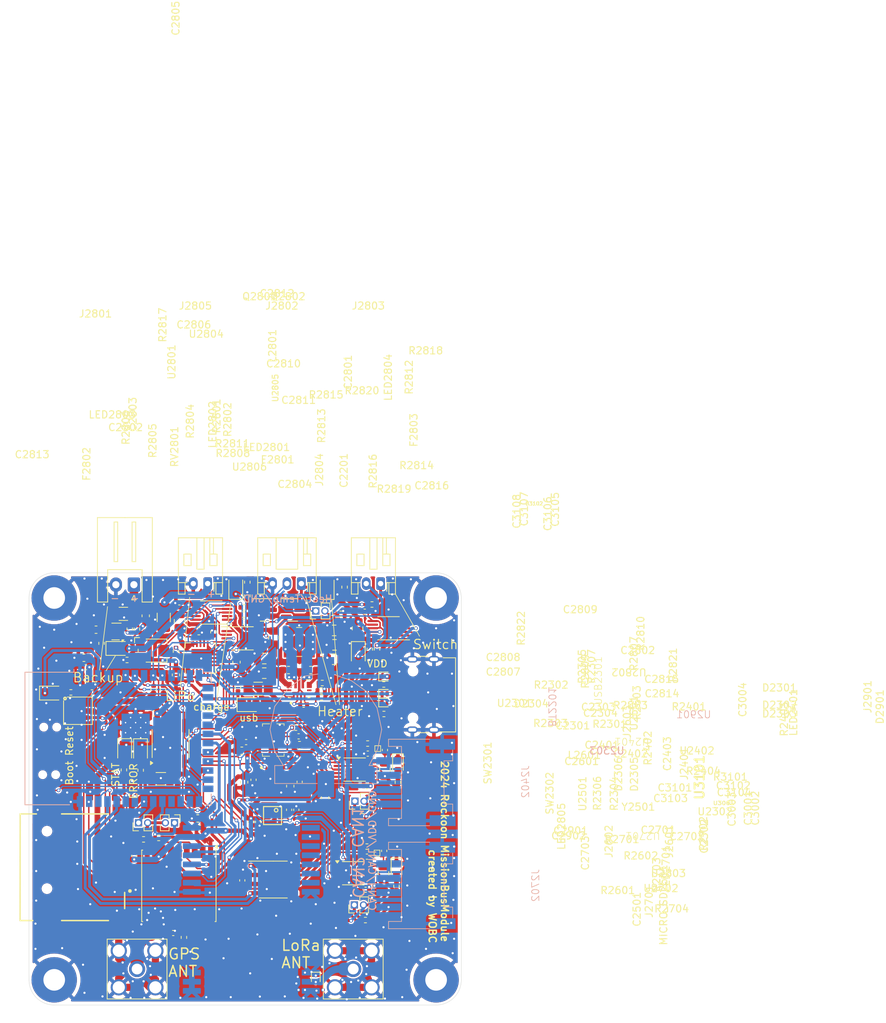
<source format=kicad_pcb>
(kicad_pcb (version 20240108) (generator "pcbnew") (generator_version "8.0")
  (layers (0 "F.Cu" signal) (31 "B.Cu" signal) (34 "B.Paste" user) (35 "F.Paste" user) (36 "B.SilkS" user "B.Silkscreen") (37 "F.SilkS" user "F.Silkscreen") (38 "B.Mask" user) (39 "F.Mask" user) (44 "Edge.Cuts" user))
  (net 0 "")
  (net 1 "VDD")
  (net 2 "GND")
  (net 3 "/CANL")
  (net 4 "/CANH")
  (net 5 "Net-(U2401-VOUT)")
  (net 6 "Net-(C2601-Pad1)")
  (net 7 "Net-(U2701-VOUT)")
  (net 8 "Net-(LED2801-A)")
  (net 9 "Net-(U2802-VIN2)")
  (net 10 "Net-(U2802-MODE)")
  (net 11 "Net-(U2801-V_{BAT_SENSE})")
  (net 12 "Net-(U2803-Vin-)")
  (net 13 "/SCL")
  (net 14 "/SDA")
  (net 15 "GPS_Backup")
  (net 16 "/GPS_RTX")
  (net 17 "/GPS_TRX")
  (net 18 "/LoRa_TRX")
  (net 19 "/LoRa_RTX")
  (net 20 "/ESPCore/USB_D+")
  (net 21 "/ESPCore/USB_D-")
  (net 22 "RESET")
  (net 23 "/ESPCore/WDI")
  (net 24 "/ESPCore/CAN_TX")
  (net 25 "/ESPCore/CAN_RX")
  (net 26 "/ESPCore/GPIO40")
  (net 27 "/ESPCore/GPIO21")
  (net 28 "/ESPCore/GPIO1{slash}ADC1_CH0")
  (net 29 "/ESPCore/GPIO7{slash}ADC1_CH6")
  (net 30 "/ESPCore/GPIO3{slash}ADC1_CH2")
  (net 31 "/ESPCore/GPIO10{slash}ADC1_CH9")
  (net 32 "/ESPCore/GPIO6{slash}ADC1_CH5")
  (net 33 "/ESPCore/GPIO18")
  (net 34 "/ESPCore/GPIO11")
  (net 35 "/ESPCore/GPIO4{slash}ADC1_CH3")
  (net 36 "/ESPCore/GPIO9{slash}ADC1_CH8")
  (net 37 "/ESPCore/GPIO8{slash}ADC1_CH7")
  (net 38 "/ESPCore/GPIO5{slash}ADC1_CH4")
  (net 39 "/ESPCore/GPIO47")
  (net 40 "/ESPCore/GPIO14")
  (net 41 "/ESPCore/GPIO48")
  (net 42 "/ESPCore/GPIO2{slash}ADC1_CH1")
  (net 43 "Net-(U2805-VAUX)")
  (net 44 "Net-(U3102-STEP)")
  (net 45 "Net-(U3102-SETC)")
  (net 46 "Net-(U3102-C1)")
  (net 47 "Net-(D2304-A)")
  (net 48 "Net-(D2305-A)")
  (net 49 "Net-(D2306-A)")
  (net 50 "Net-(D2901-A2)")
  (net 51 "Net-(J2801-Pin_1)")
  (net 52 "Net-(J2805-Pin_1)")
  (net 53 "Net-(U2804-Vbus)")
  (net 54 "Net-(J2401-Pin_1)")
  (net 55 "Net-(J2402-Pin_3)")
  (net 56 "Net-(J2601-Pin_2)")
  (net 57 "Net-(J2603-In)")
  (net 58 "Net-(J2701-Pin_1)")
  (net 59 "Net-(J2702-Pin_3)")
  (net 60 "VPP")
  (net 61 "/LiPo/VDD_BUS")
  (net 62 "VBUS")
  (net 63 "/LiPo/PROG")
  (net 64 "/LiPo/STAT2")
  (net 65 "Net-(J2802-Pin_1)")
  (net 66 "Net-(J2803-Pin_2)")
  (net 67 "Net-(J2803-Pin_1)")
  (net 68 "Net-(J2804-Pin_2)")
  (net 69 "Net-(U2805-L2)")
  (net 70 "Net-(U2805-L1)")
  (net 71 "Net-(LED2401-A)")
  (net 72 "Net-(LED2701-A)")
  (net 73 "Net-(LED2801-K)")
  (net 74 "Net-(LED2802-A)")
  (net 75 "Net-(LED2803-K)")
  (net 76 "Net-(LED2804-K)")
  (net 77 "Net-(LED2805-K)")
  (net 80 "Net-(Q2801-B)")
  (net 81 "Net-(Q2801-C)")
  (net 82 "Net-(USB2301-CC1)")
  (net 83 "Net-(USB2301-CC2)")
  (net 84 "Net-(U2303-MTDI{slash}GPIO41{slash}CLK_OUT1)")
  (net 85 "Net-(U2303-MTMS{slash}GPIO42)")
  (net 86 "Net-(U2401-CONTROL)")
  (net 87 "Net-(U2601-RXD)")
  (net 88 "Net-(U2601-TXD)")
  (net 89 "Net-(U2601-VCC_RF)")
  (net 90 "Net-(U2701-CONTROL)")
  (net 91 "Net-(R2803-Pad1)")
  (net 92 "Net-(U2801-PROG3)")
  (net 93 "Net-(U2801-CE)")
  (net 94 "Net-(U2802-PR1)")
  (net 95 "Net-(U2805-PG)")
  (net 96 "Net-(U2805-FB)")
  (net 97 "Net-(U3101-SDO1)")
  (net 99 "Net-(U2301-MR)")
  (net 100 "Net-(U2303-GPIO0{slash}BOOT)")
  (net 108 "Net-(U2501-OSCI)")
  (net 109 "Net-(U2501-OSCO)")
  (footprint "WOBCLibrary:USB_C_TYPEC-301S-ACP16X7" (layer "F.Cu") (at 145.41 106.895 90)
    (property "Reference" "USB2301")
    (property "Value" "USB_C_Receptacle_USB2.0")
  )
  (footprint "WOBCLibrary:TVAF06-A020B-R" (layer "F.Cu") (at 92.95 111.425 180)
    (property "Reference" "SW2301")
    (property "Value" "RESET_sw")
  )
  (footprint "Capacitor_SMD:C_0603_1608Metric" (layer "F.Cu") (at 119.86 119.0613 -90)
    (property "Reference" "C3108")
    (property "Value" "10μF")
  )
  (footprint "Capacitor_SMD:C_0603_1608Metric" (layer "F.Cu") (at 106.2 95.975 90)
    (property "Reference" "C2803")
    (property "Value" "10uF")
  )
  (footprint "Capacitor_SMD:C_0402_1005Metric" (layer "F.Cu") (at 120.135 113.5 180)
    (property "Reference" "C3101")
    (property "Value" "100nF")
  )
  (footprint "Connector_PinHeader_1.27mm:PinHeader_1x02_P1.27mm_Vertical" (layer "F.Cu") (at 135.15 136.1 90)
    (property "Reference" "J2701")
    (property "Value" "Jumper")
  )
  (footprint "Diode_SMD:D_SOD-882" (layer "F.Cu") (at 139.35 108)
    (property "Reference" "D2303")
    (property "Value" "5V")
  )
  (footprint "RF_GPS:ublox_MAX" (layer "F.Cu") (at 110.8 133.45 -90)
    (property "Reference" "U2601")
    (property "Value" "MAX-M10S")
  )
  (footprint "Resistor_SMD:R_0805_2012Metric" (layer "F.Cu") (at 139.2 131.7 -90)
    (property "Reference" "R2702")
    (property "Value" "50mΩ")
  )
  (footprint "Resistor_SMD:R_0402_1005Metric" (layer "F.Cu") (at 141.2 119.09 -90)
    (property "Reference" "R2403")
    (property "Value" "1k")
  )
  (footprint "Diode_SMD:D_SOD-882" (layer "F.Cu") (at 139.35 106.8)
    (property "Reference" "D2302")
    (property "Value" "5V")
  )
  (footprint "Capacitor_SMD:C_0402_1005Metric" (layer "F.Cu") (at 127.56 119.0163 -90)
    (property "Reference" "C3105")
    (property "Value" "0.22μF")
  )
  (footprint "Resistor_SMD:R_0402_1005Metric" (layer "F.Cu") (at 105.9 127 180)
    (property "Reference" "R2601")
    (property "Value" "33")
  )
  (footprint "WOBCLibrary:WCSPD-4(0.8x0.8)" (layer "F.Cu") (at 138.4 114.4 90)
    (property "Reference" "U2401")
    (property "Value" "TCK106AF")
  )
  (footprint "Connector_PinHeader_1.27mm:PinHeader_1x02_P1.27mm_Vertical" (layer "F.Cu") (at 105.2 124.7 90)
    (property "Reference" "J2602")
    (property "Value" "Conn_01x02")
  )
  (footprint "WOBCLibrary:TVAF06-A020B-R" (layer "F.Cu") (at 92.8 118.025)
    (property "Reference" "SW2302")
    (property "Value" "Boot_sw")
  )
  (footprint "Connector_JST:JST_XH_S2B-XH-A_1x02_P2.50mm_Horizontal" (layer "F.Cu") (at 104.56 91.65 180)
    (property "Reference" "J2801")
    (property "Value" "Battery")
  )
  (footprint "LED_SMD:LED_0603_1608Metric" (layer "F.Cu") (at 141.2 116.6125 -90)
    (property "Reference" "LED2401")
    (property "Value" "Power")
  )
  (footprint "Capacitor_SMD:C_0402_1005Metric" (layer "F.Cu") (at 139.4 114.6 -90)
    (property "Reference" "C2402")
    (property "Value" "100nF")
  )
  (footprint "Resistor_SMD:R_0402_1005Metric" (layer "F.Cu") (at 120.3 93.2 90)
    (property "Reference" "R2810")
    (property "Value" "100k")
  )
  (footprint "Connector_JST:JST_PH_S2B-PH-K_1x02_P2.00mm_Horizontal" (layer "F.Cu") (at 114.8 91.5 180)
    (property "Reference" "J2805")
    (property "Value" "LiPo")
  )
  (footprint "Connector_Coaxial:SMA_Amphenol_132203-12_Horizontal" (layer "F.Cu") (at 135 145 180)
    (property "Reference" "J2901")
    (property "Value" "SMA")
  )
  (footprint "Package_SO:VSSOP-10_3x3mm_P0.5mm" (layer "F.Cu") (at 139.9 97.7 180)
    (property "Reference" "U2806")
    (property "Value" "INA226")
  )
  (footprint "WOBClibraries:BMI088" (layer "F.Cu") (at 123.9 113.215 90)
    (property "Reference" "U3101")
    (property "Value" "BMI088" (hide yes))
  )
  (footprint "Capacitor_SMD:C_0603_1608Metric" (layer "F.Cu") (at 129.075 103.5 180)
    (property "Reference" "C2812")
    (property "Value" "10uF")
  )
  (footprint "Capacitor_SMD:C_0603_1608Metric" (layer "F.Cu") (at 110.4 104.175 -90)
    (property "Reference" "C2805")
    (property "Value" "10uF")
  )
  (footprint "Capacitor_SMD:C_0805_2012Metric" (layer "F.Cu") (at 132.35 102 180)
    (property "Reference" "C2813")
    (property "Value" "22uF")
  )
  (footprint "Capacitor_SMD:C_0402_1005Metric" (layer "F.Cu") (at 126.1 122.9 90)
    (property "Reference" "C3003")
    (property "Value" "100nF")
  )
  (footprint "Capacitor_SMD:C_0805_2012Metric" (layer "F.Cu") (at 122.65 101.9 180)
    (property "Reference" "C2808")
    (property "Value" "22uF")
  )
  (footprint "Resistor_SMD:R_0402_1005Metric" (layer "F.Cu") (at 107.3 106.21 90)
    (property "Reference" "R2305")
    (property "Value" "10k")
  )
  (footprint "WOBCLibrary:VREG_TPS63070RNMR" (layer "F.Cu") (at 127.5 106.0875 90)
    (property "Reference" "U2805")
    (property "Value" "TPS63070RNMR")
  )
  (footprint "Connector_Coaxial:SMA_Amphenol_132203-12_Horizontal" (layer "F.Cu") (at 105 145 180)
    (property "Reference" "J2603")
    (property "Value" "SMA")
  )
  (footprint "Package_SO:SOIC-8_3.9x4.9mm_P1.27mm" (layer "F.Cu") (at 109.65 113.7 90)
    (property "Reference" "U2501")
    (property "Value" "PCF8563T")
  )
  (footprint "Capacitor_SMD:C_0402_1005Metric" (layer "F.Cu") (at 139.3 128.6 -90)
    (property "Reference" "C2702")
    (property "Value" "100nF")
  )
  (footprint "Capacitor_SMD:C_0402_1005Metric" (layer "F.Cu") (at 110.8625 94.1 180)
    (property "Reference" "C2809")
    (property "Value" "100nF")
  )
  (footprint "WOBCLibrary:WCSPD-4(0.8x0.8)" (layer "F.Cu") (at 138.3 128.9 90)
    (property "Reference" "U2701")
    (property "Value" "TCK106AF")
  )
  (footprint "LED_SMD:LED_0603_1608Metric" (layer "F.Cu") (at 141 131.0875 -90)
    (property "Reference" "LED2701")
    (property "Value" "Power")
  )
  (footprint "Resistor_SMD:R_0402_1005Metric" (layer "F.Cu") (at 136.69 138.2)
    (property "Reference" "R2704")
    (property "Value" "120")
  )
  (footprint "Package_SO:VSSOP-10_3x3mm_P0.5mm" (layer "F.Cu") (at 135.2 117.3125)
    (property "Reference" "U2402")
    (property "Value" "INA226")
  )
  (footprint "Capacitor_SMD:C_0603_1608Metric" (layer "F.Cu") (at 113.575 98.1)
    (property "Reference" "C2806")
    (property "Value" "10uF")
  )
  (footprint "Resistor_SMD:R_0805_2012Metric" (layer "F.Cu") (at 110.9 96.7 90)
    (property "Reference" "R2817")
    (property "Value" "50mΩ")
  )
  (footprint "Resistor_SMD:R_0402_1005Metric" (layer "F.Cu") (at 108 126.8 180)
    (property "Reference" "R2602")
    (property "Value" "33")
  )
  (footprint "WOBClibraries:_HMC5883L" (layer "F.Cu") (at 123.7 118.5)
    (property "Reference" "U3102")
    (property "Value" "QMC5883L" (hide yes))
  )
  (footprint "LED_SMD:LED_0805_2012Metric" (layer "F.Cu") (at 102.3625 100.5)
    (property "Reference" "LED2803")
    (property "Value" "Backup")
  )
  (footprint "Capacitor_SMD:C_0402_1005Metric" (layer "F.Cu") (at 128.12 108.3)
    (property "Reference" "C2811")
    (property "Value" "100nF")
  )
  (footprint "Resistor_SMD:R_0805_2012Metric" (layer "F.Cu") (at 135.6 97.7125 90)
    (property "Reference" "R2821")
    (property "Value" "50mΩ")
  )
  (footprint "Resistor_SMD:R_0402_1005Metric" (layer "F.Cu") (at 133.3 95.7)
    (property "Reference" "R2815")
    (property "Value" "10k")
  )
  (footprint "Package_SO:VSSOP-10_3x3mm_P0.5mm" (layer "F.Cu") (at 119.635 99.1)
    (property "Reference" "U2803")
    (property "Value" "INA226")
  )
  (footprint "Capacitor_SMD:C_0603_1608Metric" (layer "F.Cu") (at 119.535 114.7 180)
    (property "Reference" "C3103")
    (property "Value" "10μF")
  )
  (footprint "Crystal:Crystal_SMD_3215-2Pin_3.2x1.5mm" (layer "F.Cu") (at 108.3 118.6 180)
    (property "Reference" "Y2501")
    (property "Value" "Crystal")
  )
  (footprint "WOBClibraries:BME280" (layer "F.Cu") (at 123.8 123.7)
    (property "Reference" "U3001")
    (property "Value" "~")
  )
  (footprint "Resistor_SMD:R_0402_1005Metric" (layer "F.Cu") (at 136.9 128)
    (property "Reference" "R2701")
    (property "Value" "10k")
  )
  (footprint "Resistor_SMD:R_0402_1005Metric" (layer "F.Cu") (at 133.8 91.99 90)
    (property "Reference" "R2812")
    (property "Value" "1k")
  )
  (footprint "Capacitor_SMD:C_0402_1005Metric" (layer "F.Cu") (at 121.16 118.7363 -90)
    (property "Reference" "C3107")
    (property "Value" "100nF")
  )
  (footprint "Package_SO:VSSOP-10_3x3mm_P0.5mm" (layer "F.Cu") (at 135 131.7)
    (property "Reference" "U2702")
    (property "Value" "INA226")
  )
  (footprint "Capacitor_SMD:C_0402_1005Metric" (layer "F.Cu") (at 136.92 119.6)
    (property "Reference" "C2403")
    (property "Value" "100nF")
  )
  (footprint "Capacitor_SMD:C_0402_1005Metric" (layer "F.Cu") (at 136.72 134)
    (property "Reference" "C2703")
    (property "Value" "100nF")
  )
  (footprint "Resistor_SMD:R_0402_1005Metric" (layer "F.Cu") (at 103.98 97.8 90)
    (property "Reference" "R2807")
    (property "Value" "100k")
  )
  (footprint "Inductor_SMD:L_Wuerth_WE-TPC-3816" (layer "F.Cu") (at 127.5 99.6 90)
    (property "Reference" "L2801")
    (property "Value" "L")
  )
  (footprint "Resistor_SMD:R_0402_1005Metric" (layer "F.Cu") (at 103.61 102.1 180)
    (property "Reference" "R2803")
    (property "Value" "1k")
  )
  (footprint "LED_SMD:LED_0805_2012Metric" (layer "F.Cu") (at 131.38 92.02 90)
    (property "Reference" "LED2804")
    (property "Value" "Heater")
  )
  (footprint "Capacitor_SMD:C_0603_1608Metric" (layer "F.Cu") (at 99.305 97.9 180)
    (property "Reference" "C2802")
    (property "Value" "10uF")
  )
  (footprint "Fuse:Fuse_1206_3216Metric" (layer "F.Cu") (at 121.8 106.1 180)
    (property "Reference" "F2801")
    (property "Value" "Polyfuse")
  )
  (footprint "Resistor_SMD:R_0402_1005Metric" (layer "F.Cu") (at 119.855 94.8 180)
    (property "Reference" "R2808")
    (property "Value" "10k")
  )
  (footprint "LED_SMD:LED_0805_2012Metric" (layer "F.Cu") (at 120.5625 108.3)
    (property "Reference" "LED2801")
    (property "Value" "USB Power")
  )
  (footprint "Resistor_SMD:R_0402_1005Metric" (layer "F.Cu") (at 104.98 97.81 90)
    (property "Reference" "R2806")
    (property "Value" "47k")
  )
  (footprint "Capacitor_SMD:C_0402_1005Metric" (layer "F.Cu") (at 119.6 132.7 -90)
    (property "Reference" "C2302")
    (property "Value" "100nF")
  )
  (footprint "Resistor_SMD:R_0402_1005Metric" (layer "F.Cu") (at 100.0725 99.79 90)
    (property "Reference" "R2809")
    (property "Value" "1k")
  )
  (footprint "Resistor_SMD:R_0402_1005Metric" (layer "F.Cu") (at 110.4 100.91 90)
    (property "Reference" "R2805")
    (property "Value" "100k")
  )
  (footprint "Resistor_SMD:R_0805_2012Metric" (layer "F.Cu") (at 124 99 -90)
    (property "Reference" "R2813")
    (property "Value" "50mΩ")
  )
  (footprint "WOBCLibrary:TF-01A" (layer "F.Cu") (at 96.0262 130.8702 -90)
    (property "Reference" "MICRO_SD2501")
    (property "Value" "TF-01A")
  )
  (footprint "Resistor_SMD:R_0402_1005Metric" (layer "F.Cu") (at 119.79 95.8)
    (property "Reference" "R2811")
    (property "Value" "10k")
  )
  (footprint "Package_SO:VSSOP-10_3x3mm_P0.5mm" (layer "F.Cu") (at 115.3 95.5125 180)
    (property "Reference" "U2804")
    (property "Value" "INA226")
  )
  (footprint "Capacitor_SMD:C_0603_1608Metric" (layer "F.Cu") (at 118.8 102.4 90)
    (property "Reference" "C2801")
    (property "Value" "10uF")
  )
  (footprint "Package_TO_SOT_SMD:SOT-23" (layer "F.Cu") (at 126.6375 95.15)
    (property "Reference" "Q2802")
    (property "Value" "Q_PMOS_GSD")
  )
  (footprint "Connector_JST:JST_PH_S2B-PH-K_1x02_P2.00mm_Horizontal" (layer "F.Cu") (at 138.8 91.5 180)
    (property "Reference" "J2803")
    (property "Value" "Ext Switch")
  )
  (footprint "Connector_PinHeader_1.27mm:PinHeader_1x02_P1.27mm_Vertical" (layer "F.Cu") (at 129.8 95.3 90)
    (property "Reference" "J2804")
    (property "Value" "Conn_01x02")
  )
  (footprint "Capacitor_SMD:C_0402_1005Metric" (layer "F.Cu") (at 137.02 115.1)
    (property "Reference" "C2401")
    (property "Value" "100nF")
  )
  (footprint "Resistor_SMD:R_0402_1005Metric" (layer "F.Cu") (at 136.31 123.8)
    (property "Reference" "R2404")
    (property "Value" "120")
  )
  (footprint "Capacitor_SMD:C_0603_1608Metric" (layer "F.Cu") (at 127.54 113.915)
    (property "Reference" "C3104")
    (property "Value" "10μF")
  )
  (footprint "Diode_SMD:D_SOD-882" (layer "F.Cu") (at 129.8 146.25 -90)
    (property "Reference" "D2901")
    (property "Value" "ESD9B5.0ST5G")
  )
  (footprint "LED_SMD:LED_0805_2012Metric" (layer "F.Cu") (at 105.475 114.725 -90)
    (property "Reference" "D2305")
    (property "Value" "ERROR")
  )
  (footprint "Resistor_SMD:R_0402_1005Metric" (layer "F.Cu") (at 103.175 117.3625 90)
    (property "Reference" "R2306")
    (property "Value" "470")
  )
  (footprint "Capacitor_SMD:C_0402_1005Metric" (layer "F.Cu") (at 136.6 95.4 180)
    (property "Reference" "C2816")
    (property "Value" "100nF")
  )
  (footprint "Capacitor_SMD:C_0402_1005Metric" (layer "F.Cu") (at 136.9 129.4)
    (property "Reference" "C2701")
    (property "Value" "100nF")
  )
  (footprint "Package_TO_SOT_SMD:SOT-23" (layer "F.Cu") (at 122.7375 95.15)
    (property "Reference" "Q2801")
    (property "Value" "Q_NPN_BEC")
  )
  (footprint "Inductor_SMD:L_0402_1005Metric" (layer "F.Cu") (at 108.085 140 180)
    (property "Reference" "L2601")
    (property "Value" "27nH, 300mA")
  )
  (footprint "Resistor_SMD:R_0402_1005Metric" (layer "F.Cu") (at 111.5 140.61 -90)
    (property "Reference" "R2603")
    (property "Value" "10")
  )
  (footprint "Resistor_SMD:R_0402_1005Metric" (layer "F.Cu") (at 141 133.5 -90)
    (property "Reference" "R2703")
    (property "Value" "1k")
  )
  (footprint "Resistor_SMD:R_0402_1005Metric" (layer "F.Cu") (at 108.6 106.21 90)
    (property "Reference" "R2307")
    (property "Value" "10k")
  )
  (footprint "WOBCLibrary:Board_1U_60x60" (layer "F.Cu") (at 120 120)
    (property "Reference" "REF**" (hide yes))
    (property "Value" "Board_1U_60x60" (hide yes))
    (fp_line (start -30 26.5) (end -30 -26.5) (stroke (width 0.05)) (layer "Edge.Cuts"))
    (fp_line (start -26.5 -30) (end 26.5 -30) (stroke (width 0.05)) (layer "Edge.Cuts"))
    (fp_line (start 26.5 30) (end -26.5 30) (stroke (width 0.05)) (layer "Edge.Cuts"))
    (fp_line (start 30 -26.5) (end 30 26.5) (stroke (width 0.05)) (layer "Edge.Cuts"))
    (fp_arc (start -30 -26.5) (mid -28.974874 -28.974874) (end -26.5 -30) (stroke (width 0.05)) (layer "Edge.Cuts"))
    (fp_arc (start -26.5 30) (mid -28.974874 28.974874) (end -30 26.5) (stroke (width 0.05)) (layer "Edge.Cuts"))
    (fp_arc (start 26.5 -30) (mid 28.974874 -28.974874) (end 30 -26.5) (stroke (width 0.05)) (layer "Edge.Cuts"))
    (fp_arc (start 30 26.5) (mid 28.974874 28.974874) (end 26.5 30) (stroke (width 0.05)) (layer "Edge.Cuts"))
  )
  (footprint "Capacitor_SMD:C_0402_1005Metric" (layer "F.Cu") (at 119.79 96.8)
    (property "Reference" "C2804")
    (property "Value" "100nF")
  )
  (footprint "Connector_PinHeader_1.27mm:PinHeader_1x02_P1.27mm_Vertical" (layer "F.Cu") (at 110.2 124.7 -90)
    (property "Reference" "J2601")
    (property "Value" "Conn_01x02")
  )
  (footprint "Capacitor_SMD:C_0603_1608Metric" (layer "F.Cu") (at 131.1 121.225 90)
    (property "Reference" "C2201")
    (property "Value" "10uF")
  )
  (footprint "Capacitor_SMD:C_0603_1608Metric" (layer "F.Cu") (at 126.26 119.6113 -90)
    (property "Reference" "C3106")
    (property "Value" "4.7μF")
  )
  (footprint "Resistor_SMD:R_0402_1005Metric" (layer "F.Cu") (at 137.3 100.6 -90)
    (property "Reference" "R2822")
    (property "Value" "1k")
  )
  (footprint "Connector_PinHeader_1.27mm:PinHeader_1x02_P1.27mm_Vertical" (layer "F.Cu") (at 135.23 121.7 90)
    (property "Reference" "J2401")
    (property "Value" "Jumper")
  )
  (footprint "Capacitor_SMD:C_0805_2012Metric" (layer "F.Cu") (at 132.4 100 180)
    (property "Reference" "C2814")
    (property "Value" "22uF")
  )
  (footprint "Capacitor_SMD:C_0603_1608Metric" (layer "F.Cu") (at 126.025 103.5)
    (property "Reference" "C2810")
    (property "Value" "10uF")
  )
  (footprint "Capacitor_SMD:C_0603_1608Metric" (layer "F.Cu") (at 113.425 124.1 180)
    (property "Reference" "C2901")
    (property "Value" "10u")
  )
  (footprint "Capacitor_SMD:C_0805_2012Metric" (layer "F.Cu") (at 132.35 98 180)
    (property "Reference" "C2815")
    (property "Value" "22uF")
  )
  (footprint "Fuse:Fuse_1206_3216Metric" (layer "F.Cu") (at 103.1 95.7 180)
    (property "Reference" "F2802")
    (property "Value" "Polyfuse")
  )
  (footprint "Capacitor_SMD:C_0402_1005Metric" (layer "F.Cu") (at 120.8 124.58 -90)
    (property "Reference" "C3001")
    (property "Value" "10μF")
  )
  (footprint "Capacitor_SMD:C_0603_1608Metric" (layer "F.Cu") (at 97.625 101.8)
    (property "Reference" "C2303")
    (property "Value" "10uF")
  )
  (footprint "Resistor_SMD:R_0402_1005Metric" (layer "F.Cu") (at 95.8125 106.6 180)
    (property "Reference" "R2303")
    (property "Value" "470")
  )
  (footprint "Resistor_SMD:R_0402_1005Metric" (layer "F.Cu") (at 137 113.7)
    (property "Reference" "R2401")
    (property "Value" "10k")
  )
  (footprint "LED_SMD:LED_0805_2012Metric" (layer "F.Cu") (at 103.275 114.71 -90)
    (property "Reference" "D2306")
    (property "Value" "STAT")
  )
  (footprint "Capacitor_SMD:C_0402_1005Metric" (layer "F.Cu") (at 97.9 103.1 180)
    (property "Reference" "C2304")
    (property "Value" "100nF")
  )
  (footprint "Package_SO:SOIC-8_3.9x4.9mm_P1.27mm" (layer "F.Cu") (at 123.9 132.58)
    (property "Reference" "U2302")
    (property "Value" "SN65HVD230")
  )
  (footprint "LED_SMD:LED_0805_2012Metric" (layer "F.Cu") (at 118.7 92 90)
    (property "Reference" "LED2802")
    (property "Value" "CHARGE")
  )
  (footprint "Capacitor_SMD:C_0402_1005Metric" (layer "F.Cu") (at 98.73 106.6 180)
    (property "Reference" "C2301")
    (property "Value" "100nF")
  )
  (footprint "Resistor_SMD:R_0805_2012Metric" (layer "F.Cu") (at 139.4 117.3125 -90)
    (property "Reference" "R2402")
    (property "Value" "50mΩ")
  )
  (footprint "Resistor_SMD:R_0402_1005Metric" (layer "F.Cu") (at 130.61 107.3 180)
    (property "Reference" "R2818")
    (property "Value" "100k")
  )
  (footprint "Resistor_SMD:R_0402_1005Metric" (layer "F.Cu") (at 119 105.91 90)
    (property "Reference" "R2801")
    (property "Value" "1k")
  )
  (footprint "Package_TO_SOT_SMD:SOT-583-8" (layer "F.Cu") (at 102.14 98.15 180)
    (property "Reference" "U2802")
    (property "Value" "TPS2116DRL")
  )
  (footprint "LED_SMD:LED_0805_2012Metric" (layer "F.Cu") (at 135.7 101.2375 -90)
    (property "Reference" "LED2805")
    (property "Value" "VDD")
  )
  (footprint "Resistor_SMD:R_0402_1005Metric" (layer "F.Cu") (at 138.3 100.59 -90)
    (property "Reference" "R2816")
    (property "Value" "330k")
  )
  (footprint "LED_SMD:LED_0805_2012Metric" (layer "F.Cu") (at 93.15 106.7)
    (property "Reference" "D2304")
    (property "Value" "RESET")
  )
  (footprint "Package_DFN_QFN:QFN-20-1EP_4x4mm_P0.5mm_EP2.5x2.5mm" (layer "F.Cu") (at 113.8 101.8375 90)
    (property "Reference" "U2801")
    (property "Value" "MCP73871-1CC")
  )
  (footprint "Resistor_SMD:R_0402_1005Metric" (layer "F.Cu") (at 105.5 117.41 90)
    (property "Reference" "R2304")
    (property "Value" "470")
  )
  (footprint "Resistor_SMD:R_0402_1005Metric" (layer "F.Cu") (at 120.3 91.3 90)
    (property "Reference" "R2802")
    (property "Value" "1k")
  )
  (footprint "Capacitor_SMD:C_0402_1005Metric" (layer "F.Cu") (at 127.1 122.9 90)
    (property "Reference" "C3004")
    (property "Value" "10μF")
  )
  (footprint "Resistor_SMD:R_0402_1005Metric" (layer "F.Cu") (at 115.6 98.21 90)
    (property "Reference" "R2804")
    (property "Value" "100k")
  )
  (footprint "Capacitor_SMD:C_0805_2012Metric" (layer "F.Cu") (at 122.65 103.93 180)
    (property "Reference" "C2807")
    (property "Value" "22uF")
  )
  (footprint "Resistor_SMD:R_0402_1005Metric" (layer "F.Cu") (at 139.26 109.6 180)
    (property "Reference" "R2301")
    (property "Value" "5.1k")
  )
  (footprint "Capacitor_SMD:C_0402_1005Metric" (layer "F.Cu") (at 110.02 140)
    (property "Reference" "C2601")
    (property "Value" "10nF")
  )
  (footprint "Potentiometer_SMD:Potentiometer_Bourns_TC33X_Vertical" (layer "F.Cu") (at 107.25 100.8)
    (property "Reference" "RV2801")
    (property "Value" "10k")
  )
  (footprint "Capacitor_SMD:C_0402_1005Metric" (layer "F.Cu") (at 107.3 109.5)
    (property "Reference" "C2502")
    (property "Value" "100nF")
  )
  (footprint "Capacitor_SMD:C_0402_1005Metric" (layer "F.Cu") (at 127.42 112.7)
    (property "Reference" "C3102")
    (property "Value" "100nF")
  )
  (footprint "Resistor_SMD:R_0402_1005Metric" (layer "F.Cu") (at 130.7 105.3)
    (property "Reference" "R2820")
    (property "Value" "47k")
  )
  (footprint "Diode_SMD:D_SOD-882" (layer "F.Cu") (at 139.35 104.4)
    (property "Reference" "D2301")
    (property "Value" "5V")
  )
  (footprint "Capacitor_SMD:C_0402_1005Metric" (layer "F.Cu") (at 121.8 124.58 -90)
    (property "Reference" "C3002")
    (property "Value" "100nF")
  )
  (footprint "PCM_Package_TO_SOT_SMD_AKL:SOT-23-5" (layer "F.Cu") (at 96.8 109.15)
    (property "Reference" "U2301")
    (property "Value" "TPS3820" (hide yes))
  )
  (footprint "Resistor_SMD:R_0402_1005Metric" (layer "F.Cu") (at 137.6 94.4 180)
    (property "Reference" "R2814")
    (property "Value" "10k")
  )
  (footprint "Capacitor_SMD:C_0402_1005Metric" (layer "F.Cu") (at 113.72 125.4 180)
    (property "Reference" "C2902")
    (property "Value" "100n")
  )
  (footprint "Resistor_SMD:R_0402_1005Metric" (layer "F.Cu") (at 127.025 111.5)
    (property "Reference" "R3101")
    (property "Value" "4.7K")
  )
  (footprint "Capacitor_SMD:C_0402_1005Metric" (layer "F.Cu") (at 104.6 129.3 90)
    (property "Reference" "C2501")
    (property "Value" "10uF")
  )
  (footprint "Connector_JST:JST_PH_S3B-PH-K_1x03_P2.00mm_Horizontal" (layer "F.Cu") (at 127.8 91.5 180)
    (property "Reference" "J2802")
    (property "Value" "Temp&Heater")
  )
  (footprint "Resistor_SMD:R_0402_1005Metric" (layer "F.Cu") (at 130.55 106.3375 180)
    (property "Reference" "R2819")
    (property "Value" "15k")
  )
  (footprint "Resistor_SMD:R_0402_1005Metric" (layer "F.Cu") (at 139.24 105.5 180)
    (property "Reference" "R2302")
    (property "Value" "5.1k")
  )
  (footprint "Fuse:Fuse_1206_3216Metric" (layer "F.Cu") (at 108.7 96.2 90)
    (property "Reference" "F2803")
    (property "Value" "Polyfuse")
  )
  (footprint "WOBCLibrary:Grove_4P_L_SMD" (layer "B.Cu") (at 143.6 119.1 -90)
    (property "Reference" "J2402")
    (property "Value" "Conn_01x04_MountingPin")
  )
  (footprint "WOBCLibrary:cr1220" (layer "B.Cu") (at 131.2 111.75 90)
    (property "Reference" "BT2201")
    (property "Value" "Battery")
  )
  (footprint "RF_Module:ESP32-S3-WROOM-1" (layer "B.Cu") (at 102.34 113 -90)
    (property "Reference" "U2303")
    (property "Value" "ESP32-S3-WROOM-1")
  )
  (footprint "WOBCLibrary:Grove_4P_L_SMD" (layer "B.Cu") (at 143.6 133.4 -90)
    (property "Reference" "J2702")
    (property "Value" "Conn_01x04_MountingPin")
  )
  (footprint "WOBCLibrary:E220-900T22S(JP)" (layer "B.Cu") (at 120.85 148.03 180)
    (property "Reference" "U2901")
    (property "Value" "E220-900T22S(JP)")
  )
  (gr_line (start 140.86 92.96) (end 144.2 98.8) (stroke (width 0.1)) (layer "F.SilkS"))
  (gr_line (start 100.7 103.6) (end 102.02 101.46) (stroke (width 0.1)) (layer "F.SilkS"))
  (gr_line (start 132 93.8) (end 133.1 108.3) (stroke (width 0.1)) (layer "F.SilkS"))
  (gr_line (start 99.8 103.5) (end 100.9 94.7) (stroke (width 0.1)) (layer "F.SilkS"))
  (gr_line (start 118 94.2) (end 116 108.1) (stroke (width 0.1)) (layer "F.SilkS"))
  (gr_line (start 128.4 93.3) (end 132.6 108.3) (stroke (width 0.1)) (layer "F.SilkS"))
  (gr_line (start 111 105.9) (end 112.3 93.4) (stroke (width 0.1)) (layer "F.SilkS"))
  (gr_text "+  -" (at 116 93.5 0) (layer "B.SilkS") (effects (font (size 1 1)) (justify left bottom mirror)))
  (gr_text "CANH/CANL/VDD/GND" (at 137 137 270) (layer "B.SilkS") (effects (font (size 1 1)) (justify left bottom mirror)))
  (gr_text "CAN1" (at 134.7 128.3 -90) (layer "B.SilkS") (effects (font (size 1.5 1.5) (thickness 0.2)) (justify left bottom mirror)))
  (gr_text "+  -" (at 105.4 94.1 0) (layer "B.SilkS") (effects (font (size 1 1)) (justify left bottom mirror)))
  (gr_text "CAN2" (at 134.8 135.3 -90) (layer "B.SilkS") (effects (font (size 1.5 1.5) (thickness 0.2)) (justify left bottom mirror)))
  (gr_text "Heat/Temp/GND" (at 132.2 94.2 0) (layer "B.SilkS") (effects (font (size 1 1)) (justify left bottom mirror)))
  (gr_text "charge" (at 112.7 109.2 0) (layer "F.SilkS") (effects (font (size 1 1)) (justify left bottom)))
  (gr_text "VDD" (at 136.8 103.2 0) (layer "F.SilkS") (effects (font (size 1 1)) (justify left bottom)))
  (gr_text "Switch" (at 143.2 100.7 0) (layer "F.SilkS") (effects (font (size 1.3 1.3)) (justify left bottom)))
  (gr_text "usb" (at 119.1 110.7 0) (layer "F.SilkS") (effects (font (size 1 1)) (justify left bottom)))
  (gr_text "Heater" (at 129.9 110 0) (layer "F.SilkS") (effects (font (size 1.3 1.3)) (justify left bottom)))
  (gr_text "STAT" (at 102.6 119.8 90) (layer "F.SilkS") (effects (font (size 1 1)) (justify left bottom)))
  (gr_text "Reset" (at 96.2 115.5 90) (layer "F.SilkS") (effects (font (size 1 1)) (justify left bottom)))
  (gr_text "LoRa\nANT" (at 124.9 145 0) (layer "F.SilkS") (effects (font (size 1.5 1.5) (thickness 0.2)) (justify left bottom)))
  (gr_text "2024 Rockoon MissionBusModule" (at 147.1 116 270) (layer "F.SilkS") (effects (font (size 1 1) (thickness 0.2)) (justify left bottom)))
  (gr_text "ERROR" (at 105.1 121.5 90) (layer "F.SilkS") (effects (font (size 1 1)) (justify left bottom)))
  (gr_text "GPS\nANT" (at 109.2 146.2 0) (layer "F.SilkS") (effects (font (size 1.5 1.5) (thickness 0.2)) (justify left bottom)))
  (gr_text "created by WOBC" (at 145.4 128.3 270) (layer "F.SilkS") (effects (font (size 1 1) (thickness 0.2)) (justify left bottom)))
  (gr_text "LiPo" (at 108.8 107.9 0) (layer "F.SilkS") (effects (font (size 1.3 1.3)) (justify left bottom)))
  (gr_text "Backup" (at 96 105.3 0) (layer "F.SilkS") (effects (font (size 1.3 1.3)) (justify left bottom)))
  (gr_text "Boot" (at 96.2 119.6 90) (layer "F.SilkS") (effects (font (size 1 1)) (justify left bottom)))
  (segment (start 121 113.715) (end 120.31 114.405) (width 0.2) (layer "F.Cu") (net 1))
  (segment (start 136.64259 118.3125) (end 137.4 118.3125) (width 0.2) (layer "F.Cu") (net 1))
  (segment (start 121.9 113.715) (end 121 113.715) (width 0.2) (layer "F.Cu") (net 1))
  (segment (start 108.68 107.28) (end 108.68 106.72) (width 0.8) (layer "F.Cu") (net 1))
  (segment (start 126.521768 112.715) (end 126.94 112.296768) (width 0.2) (layer "F.Cu") (net 1))
  (segment (start 121.183866 118.340166) (end 121.13 118.2863) (width 0.2) (layer "F.Cu") (net 1))
  (segment (start 104.58 129.8) (end 104.6 129.78) (width 0.8) (layer "F.Cu") (net 1))
  (segment (start 136.7375 115.8625) (end 136.09259 115.8625) (width 0.2) (layer "F.Cu") (net 1))
  (segment (start 121.9 113.715) (end 122.735 113.715) (width 0.2) (layer "F.Cu") (net 1))
  (segment (start 123.35 124.025) (end 122.675 124.025) (width 0.4) (layer "F.Cu") (net 1))
  (segment (start 123.5 123.875) (end 123.35 124.025) (width 0.4) (layer "F.Cu") (net 1))
  (segment (start 118.7 132.589999) (end 119.290001 133.18) (width 0.6) (layer "F.Cu") (net 1))
  (segment (start 137.5 115.1) (end 137.7 115.1) (width 0.2) (layer "F.Cu") (net 1))
  (segment (start 129.945 93.945) (end 133.37 93.945) (width 0.6) (layer "F.Cu") (net 1))
  (segment (start 117.8 121.5) (end 117.8 119.5) (width 0.6) (layer "F.Cu") (net 1))
  (segment (start 120.8 124.1) (end 120.4 124.1) (width 0.6) (layer "F.Cu") (net 1))
  (segment (start 128.8 122.1) (end 127.52 123.38) (width 0.6) (layer "F.Cu") (net 1))
  (segment (start 114.2 125.9) (end 114.2 125.4) (width 0.8) (layer "F.Cu") (net 1))
  (segment (start 136.566904 130.01) (end 135.6 130.976904) (width 0.2) (layer "F.Cu") (net 1))
  (segment (start 126.94 112.296768) (end 126.94 112.7) (width 0.6) (layer "F.Cu") (net 1))
  (segment (start 121.13 118.2863) (end 121.16 118.2563) (width 0.4) (layer "F.Cu") (net 1))
  (segment (start 119.0137 118.2863) (end 119.86 118.2863) (width 0.6) (layer "F.Cu") (net 1))
  (segment (start 117.3 125.8) (end 119.6 125.8) (width 0.6) (layer "F.Cu") (net 1))
  (segment (start 127.6 115.1) (end 127.41 115.1) (width 0.4) (layer "F.Cu") (net 1))
  (segment (start 122.0637 121.3363) (end 120.8 122.6) (width 0.6) (layer "F.Cu") (net 1))
  (segment (start 122.6 124.1) (end 121.8 124.1) (width 0.4) (layer "F.Cu") (net 1))
  (segment (start 121.39 133.18) (end 121.425 133.215) (width 0.4) (layer "F.Cu") (net 1))
  (segment (start 126.2 112.715) (end 126.521768 112.715) (width 0.2) (layer "F.Cu") (net 1))
  (segment (start 120.8 124.1) (end 121.8 124.1) (width 0.6) (layer "F.Cu") (net 1))
  (segment (start 125.7 117) (end 127.4 117) (width 0.6) (layer "F.Cu") (net 1))
  (segment (start 122.375 119.25) (end 121.95 119.25) (width 0.2) (layer "F.Cu") (net 1))
  (segment (start 120.83 113.715) (end 121.9 113.715) (width 0.6) (layer "F.Cu") (net 1))
  (segment (start 100.78 129.78) (end 99.5 128.5) (width 0.8) (layer "F.Cu") (net 1))
  (segment (start 128.8 120.7) (end 128.1637 121.3363) (width 0.6) (layer "F.Cu") (net 1))
  (segment (start 121.1 90.8) (end 120.3 90.8) (width 0.6) (layer "F.Cu") (net 1))
  (segment (start 120.31 114.405) (end 120.31 114.7) (width 0.2) (layer "F.Cu") (net 1))
  (segment (start 121.25 118.35) (end 121.8 118.35) (width 0.2) (layer "F.Cu") (net 1))
  (segment (start 120.615 113.5) (end 120.615 113.815) (width 0.2) (layer "F.Cu") (net 1))
  (segment (start 120.6 118.2863) (end 121.1863 118.2863) (width 0.2) (layer "F.Cu") (net 1))
  (segment (start 126.2 112.715) (end 126.925 112.715) (width 0.2) (layer "F.Cu") (net 1))
  (segment (start 136.77 130.01) (end 136.566904 130.01) (width 0.2) (layer "F.Cu") (net 1))
  (segment (start 120.8 126.9) (end 118.7 129) (width 0.6) (layer "F.Cu") (net 1))
  (segment (start 106.17 107.85) (end 107.28 106.74) (width 0.8) (layer "F.Cu") (net 1))
  (segment (start 107.78 109.5) (end 107.78 110.4) (width 0.8) (layer "F.Cu") (net 1))
  (segment (start 120.31 114.7) (end 120.615 114.395) (width 0.4) (layer "F.Cu") (net 1))
  (segment (start 131.6 111.5) (end 130.95 112.15) (width 0.6) (layer "F.Cu") (net 1))
  (segment (start 107.78 110.4) (end 107.745 110.435) (width 0.8) (layer "F.Cu") (net 1))
  (segment (start 103.2 129.8) (end 104.58 129.8) (width 0.8) (layer "F.Cu") (net 1))
  (segment (start 124.45 117.175) (end 124.625 117) (width 0.2) (layer "F.Cu") (net 1))
  (segment (start 114.5 126.2) (end 114.2 125.9) (width 0.8) (layer "F.Cu") (net 1))
  (segment (start 128.9 115.1) (end 127.6 115.1) (width 0.6) (layer "F.Cu") (net 1))
  (segment (start 127.535 111.5) (end 127.535 111.560346) (width 0.4) (layer "F.Cu") (net 1))
  (segment (start 136.1 132.9) (end 137 132.9) (width 0.2) (layer "F.Cu") (net 1))
  (segment (start 107.78 109.099602) (end 106.530398 107.85) (width 0.8) (layer "F.Cu") (net 1))
  (segment (start 121.1663 118.25) (end 121.16 118.2563) (width 0.2) (layer "F.Cu") (net 1))
  (segment (start 121.6 118.2563) (end 121.516134 118.340166) (width 0.2) (layer "F.Cu") (net 1))
  (segment (start 125.065 112.715) (end 126.2 112.715) (width 0.2) (layer "F.Cu") (net 1))
  (segment (start 121.516134 118.340166) (end 121.183866 118.340166) (width 0.2) (layer "F.Cu") (net 1))
  (segment (start 107.745 110.435) (end 107.745 111.225) (width 0.8) (layer "F.Cu") (net 1))
  (segment (start 107.28 106.74) (end 107.28 106.72) (width 0.8) (layer "F.Cu") (net 1))
  (segment (start 122.675 124.025) (end 122.6 124.1) (width 0.4) (layer "F.Cu") (net 1))
  (segment (start 126.095 123.375) (end 126.1 123.38) (width 0.2) (layer "F.Cu") (net 1))
  (segment (start 120.8 126.9) (end 120.5 126.6) (width 0.4) (layer "F.Cu") (net 1))
  (segment (start 127 113.2) (end 127 113.68) (width 0.6) (layer "F.Cu") (net 1))
  (segment (start 120.5 126.6) (end 120.4 126.6) (width 0.4) (layer "F.Cu") (net 1))
  (segment (start 122.375 118.25) (end 121.9 118.25) (width 0.2) (layer "F.Cu") (net 1))
  (segment (start 101.5 116.2) (end 101.5 110.3) (width 0.8) (layer "F.Cu") (net 1))
  (segment (start 119.6 125.8) (end 120.13796 126.33796) (width 0.6) (layer "F.Cu") (net 1))
  (segment (start 126.94 112.7) (end 127 112.76) (width 0.6) (layer "F.Cu") (net 1))
  (segment (start 128.1637 121.3363) (end 122.0637 121.3363) (width 0.6) (layer "F.Cu") (net 1))
  (segment (start 137.8 129.4) (end 138.075 129.125) (width 0.2) (layer "F.Cu") (net 1))
  (segment (start 118.7 129) (end 118.7 132.589999) (width 0.6) (layer "F.Cu") (net 1))
  (segment (start 137.38 129.4) (end 137.8 129.4) (width 0.2) (layer "F.Cu") (net 1))
  (segment (start 135.6 96.175) (end 135.6 96.8) (width 0.6) (layer "F.Cu") (net 1))
  (segment (start 122.375 118.25) (end 121.1663 118.25) (width 0.2) (layer "F.Cu") (net 1))
  (segment (start 127.535 111.560346) (end 127.535 111.701768) (width 0.6) (layer "F.Cu") (net 1))
  (segment (start 119.290001 133.18) (end 119.6 133.18) (width 0.6) (layer "F.Cu") (net 1))
  (segment (start 124.2975 112.715) (end 125.065 112.715) (width 0.2) (layer "F.Cu") (net 1))
  (segment (start 120.4 124.1) (end 117.8 121.5) (width 0.6) (layer "F.Cu") (net 1))
  (segment (start 120.63 118.2563) (end 120.6 118.2863) (width 0.2) (layer "F.Cu") (net 1))
  (segment (start 123.5 122.8) (end 123.5 123.875) (width 0.4) (layer "F.Cu") (net 1))
  (segment (start 108 129.4) (end 108 129.2) (width 0.8) (layer "F.Cu") (net 1))
  (segment (start 121.95 119.25) (end 121.8 119.1) (width 0.2) (layer "F.Cu") (net 1))
  (segment (start 117.8 119.5) (end 119.0137 118.2863) (width 0.6) (layer "F.Cu") (net 1))
  (segment (start 137.5 115.1) (end 136.7375 115.8625) (width 0.2) (layer "F.Cu") (net 1))
  (segment (start 120.6 118.2863) (end 121.13 118.2863) (width 0.6) (layer "F.Cu") (net 1))
  (segment (start 137 132.9) (end 137.2 132.7) (width 0.2) (layer "F.Cu") (net 1))
  (segment (start 121.7063 118.2563) (end 121.6 118.2563) (width 0.2) (layer "F.Cu") (net 1))
  (segment (start 120.785 113.5) (end 121 113.715) (width 0.2) (layer "F.Cu") (net 1))
  (segment (start 98.4 103.08) (end 98.38 103.1) (width 0.8) (layer "F.Cu") (net 1))
  (segment (start 133 116.8125) (end 135.14259 116.8125) (width 0.2) (layer "F.Cu") (net 1))
  (segment (start 104.6 129.78) (end 100.78 129.78) (width 0.8) (layer "F.Cu") (net 1))
  (segment (start 136.09259 115.8625) (end 135.14259 116.8125) (width 0.2) (layer "F.Cu") (net 1))
  (segment (start 135.6 132.4) (end 136.1 132.9) (width 0.2) (layer "F.Cu") (net 1))
  (segment (start 123.2975 111.715) (end 124.2975 112.715) (width 0.2) (layer "F.Cu") (net 1))
  (segment (start 134 108.6) (end 134 103.875) (width 0.6) (layer "F.Cu") (net 1))
  (segment (start 99.6 119.3) (end 99.5 119.4) (width 0.4) (layer "F.Cu") (net 1))
  (segment (start 99.4 108.2) (end 97.9 108.2) (width 0.8) (layer "F.Cu") (net 1))
  (segment (start 127.535 111.701768) (end 126.94 112.296768) (width 0.6) (layer "F.Cu") (net 1))
  (segment (start 125.7 117) (end 124.625 117) (width 0.6) (layer "F.Cu") (net 1))
  (segment (start 127.409999 123.38) (end 127.1 123.38) (width 0.4) (layer "F.Cu") (net 1))
  (segment (start 98.33 103.15) (end 98.33 106.52) (width 0.8) (layer "F.Cu") (net 1))
  (segment (start 120.8 122.6) (end 120.8 124.1) (width 0.6) (layer "F.Cu") (net 1))
  (segment (start 121.9 118.25) (end 121.8 118.35) (width 0.2) (layer "F.Cu") (net 1))
  (segment (start 127.095 123.375) (end 127.1 123.38) (width 0.4) (layer "F.Cu") (net 1))
  (segment (start 99.5 118.2) (end 101.5 116.2) (width 0.8) (layer "F.Cu") (net 1))
  (segment (start 130.95 113.05) (end 128.9 115.1) (width 0.6) (layer "F.Cu") (net 1))
  (segment (start 121.1863 118.2863) (end 121.25 118.35) (width 0.2) (layer "F.Cu") (net 1))
  (segment (start 125.7 123.375) (end 127.095 123.375) (width 0.6) (layer "F.Cu") (net 1))
  (segment (start 120.615 113.5) (end 120.83 113.715) (width 0.2) (layer "F.Cu") (net 1))
  (segment (start 135.14259 116.8125) (end 136.64259 118.3125) (width 0.2) (layer "F.Cu") (net 1))
  (segment (start 108.6 128) (end 108.6 128.7) (width 0.2) (layer "F.Cu") (net 1))
  (segment (start 122.675 122.725) (end 123.425 122.725) (width 0.4) (layer "F.Cu") (net 1))
  (segment (start 98.25 106.6) (end 98.25 107.85) (width 0.8) (layer "F.Cu") (net 1))
  (segment (start 98.4 101.8) (end 98.4 103.08) (width 0.8) (layer "F.Cu") (net 1))
  (segment (start 123.425 122.725) (end 123.5 122.8) (width 0.4) (layer "F.Cu") (net 1))
  (segment (start 120.615 113.5) (end 120.785 113.5) (width 0.2) (layer "F.Cu") (net 1))
  (segment (start 120.31 115.76) (end 120.31 114.7) (width 0.6) (layer "F.Cu") (net 1))
  (segment (start 127.41 115.1) (end 126.765 114.455) (width 0.6) (layer "F.Cu") (net 1))
  (segment (start 119.6 133.18) (end 121.39 133.18) (width 0.6) (layer "F.Cu") (net 1))
  (segment (start 127.6 115.1) (end 127.2 115.5) (width 0.6) (layer "F.Cu") (net 1))
  (segment (start 135.7 102.175) (end 135.7 101.6) (width 0.4) (layer "F.Cu") (net 1))
  (segment (start 109.5 108.1) (end 108.68 107.28) (width 0.8) (layer "F.Cu") (net 1))
  (segment (start 124.925 123.375) (end 126.095 123.375) (width 0.4) (layer "F.Cu") (net 1))
  (segment (start 128.8 121.1) (end 128.8 122.1) (width 0.6) (layer "F.Cu") (net 1))
  (segment (start 138.65885 98.2) (end 137.7 98.2) (width 0.2) (layer "F.Cu") (net 1))
  (segment (start 98.38 103.1) (end 98.33 103.15) (width 0.8) (layer "F.Cu") (net 1))
  (segment (start 120.4 126.6) (end 120.13796 126.33796) (width 0.4) (layer "F.Cu") (net 1))
  (segment (start 114.2 124.1) (end 114.2 125.4) (width 0.8) (layer "F.Cu") (net 1))
  (segment (start 106.530398 107.85) (end 106.17 107.85) (width 0.8) (layer "F.Cu") (net 1))
  (segment (start 122.735 111.715) (end 123.2975 111.715) (width 0.2) (layer "F.Cu") (net 1))
  (segment (start 126.521768 112.715) (end 126.521768 112.721768) (width 0.2) (layer "F.Cu") (net 1))
  (segment (start 107.78 109.5) (end 107.78 109.099602) (width 0.8) (layer "F.Cu") (net 1))
  (segment (start 121.8 119.1) (end 121.8 118.35) (width 0.2) (layer "F.Cu") (net 1))
  (segment (start 96.3225 106.6) (end 98.25 106.6) (width 0.8) (layer "F.Cu") (net 1))
  (segment (start 126.925 112.715) (end 126.94 112.7) (width 0.2) (layer "F.Cu") (net 1))
  (segment (start 137.7 115.1) (end 138.175 114.625) (width 0.2) (layer "F.Cu") (net 1))
  (segment (start 138.658851 98.200001) (end 138.65885 98.2) (width 0.2) (layer "F.Cu") (net 1))
  (segment (start 121.8 118.35) (end 121.7063 118.2563) (width 0.2) (layer "F.Cu") (net 1))
  (segment (start 126.521768 112.721768) (end 127 113.2) (width 0.2) (layer "F.Cu") (net 1))
  (segment (start 121.6 118.2563) (end 120.63 118.2563) (width 0.2) (layer "F.Cu") (net 1))
  (segment (start 127.52 123.38) (end 127.409999 123.38) (width 0.6) (layer "F.Cu") (net 1))
  (segment (start 134 103.875) (end 135.7 102.175) (width 0.6) (layer "F.Cu") (net 1))
  (segment (start 101.5 110.3) (end 99.4 108.2) (width 0.8) (layer "F.Cu") (net 1))
  (segment (start 127 112.76) (end 127 113.2) (width 0.6) (layer "F.Cu") (net 1))
  (segment (start 120.6 117.3) (end 119.86 118.04) (width 0.6) (layer "F.Cu") (net 1))
  (segment (start 127.4 117) (end 128.8 118.4) (width 0.6) (layer "F.Cu") (net 1))
  (segment (start 120.615 114.395) (end 120.615 113.5) (width 0.4) (layer "F.Cu") (net 1))
  (segment (start 137.38 129.4) (end 136.77 130.01) (width 0.2) (layer "F.Cu") (net 1))
  (segment (start 128.8 121.1) (end 128.8 120.7) (width 0.6) (layer "F.Cu") (net 1))
  (segment (start 130.95 112.15) (end 130.95 113.05) (width 0.6) (layer "F.Cu") (net 1))
  (segment (start 133.37 93.945) (end 135.6 96.175) (width 0.6) (layer "F.Cu") (net 1))
  (segment (start 129.6 93.6) (end 129.945 93.945) (width 0.6) (layer "F.Cu") (net 1))
  (segment (start 107.5 128.7) (end 108.6 128.7) (width 0.8) (layer "F.Cu") (net 1))
  (segment (start 98.33 106.52) (end 98.25 106.6) (width 0.8) (layer "F.Cu") (net 1))
  (segment (start 108 129.2) (end 107.5 128.7) (width 0.8) (layer "F.Cu") (net 1))
  (segment (start 123.5 93.2) (end 121.1 90.8) (width 0.6) (layer "F.Cu") (net 1))
  (segment (start 137.4 119.6) (end 137.4 118.3625) (width 0.4) (layer "F.Cu") (net 1))
  (segment (start 135.6 130.976904) (end 135.6 132.4) (width 0.2) (layer "F.Cu") (net 1))
  (segment (start 98.25 107.85) (end 106.17 107.85) (width 0.8) (layer "F.Cu") (net 1))
  (segment (start 125.6 93.2) (end 123.5 93.2) (width 0.6) (layer "F.Cu") (net 1))
  (segment (start 137.2 133.6) (end 137.2 132.75) (width 0.4) (layer "F.Cu") (net 1))
  (segment (start 121.7063 118.2563) (end 121.16 118.2563) (width 0.2) (layer "F.Cu") (net 1))
  (segment (start 127 113.68) (end 126.765 113.915) (width 0.6) (layer "F.Cu") (net 1))
  (segment (start 98.25 107.85) (end 97.9 108.2) (width 0.8) (layer "F.Cu") (net 1))
  (segment (start 119.86 118.04) (end 119.86 118.2863) (width 0.6) (layer "F.Cu") (net 1))
  (segment (start 99.5 128.5) (end 99.5 118.2) (width 0.8) (layer "F.Cu") (net 1))
  (segment (start 119.86 118.2863) (end 120.6 118.2863) (width 0.6) (layer "F.Cu") (net 1))
  (segment (start 128.8 118.4) (end 128.8 121.1) (width 0.6) (layer "F.Cu") (net 1))
  (segment (start 126.765 114.455) (end 126.765 113.915) (width 0.6) (layer "F.Cu") (net 1))
  (via (at 120.8 126.9) (size 0.5) (drill 0.3) (layers "F.Cu" "B.Cu") (net 1))
  (via (at 129.6 93.6) (size 0.5) (drill 0.3) (layers "F.Cu" "B.Cu") (net 1))
  (via (at 120.8 124.1) (size 0.5) (drill 0.3) (layers "F.Cu" "B.Cu") (net 1))
  (via (at 117.3 125.8) (size 0.5) (drill 0.3) (layers "F.Cu" "B.Cu") (net 1))
  (via (at 114.5 126.2) (size 0.5) (drill 0.3) (layers "F.Cu" "B.Cu") (net 1))
  (via (at 125.6 93.2) (size 0.5) (drill 0.3) (layers "F.Cu" "B.Cu") (net 1))
  (via (at 131.6 111.5) (size 0.5) (drill 0.3) (layers "F.Cu" "B.Cu") (net 1))
  (via (at 137.4 119.6) (size 0.5) (drill 0.3) (layers "F.Cu" "B.Cu") (net 1))
  (via (at 138.658851 98.200001) (size 0.5) (drill 0.3) (layers "F.Cu" "B.Cu") (net 1))
  (via (at 137.2 133.6) (size 0.5) (drill 0.3) (layers "F.Cu" "B.Cu") (net 1))
  (via (at 135.7 101.6) (size 0.5) (drill 0.3) (layers "F.Cu" "B.Cu") (net 1))
  (via (at 120.31 115.76) (size 0.5) (drill 0.3) (layers "F.Cu" "B.Cu") (net 1))
  (via (at 104.6 129.78) (size 0.5) (drill 0.3) (layers "F.Cu" "B.Cu") (net 1))
  (via (at 108 129.4) (size 0.5) (drill 0.3) (layers "F.Cu" "B.Cu") (net 1))
  (via (at 134 108.6) (size 0.5) (drill 0.3) (layers "F.Cu" "B.Cu") (net 1))
  (via (at 98.38 103.1) (size 0.5) (drill 0.3) (layers "F.Cu" "B.Cu") (net 1))
  (via (at 127.2 115.5) (size 0.5) (drill 0.3) (layers "F.Cu" "B.Cu") (net 1))
  (via (at 135.7 96.7875) (size 0.5) (drill 0.3) (layers "F.Cu" "B.Cu") (net 1))
  (via (at 125.7 117) (size 0.5) (drill 0.3) (layers "F.Cu" "B.Cu") (net 1))
  (via (at 120.6 117.3) (size 0.5) (drill 0.3) (layers "F.Cu" "B.Cu") (net 1))
  (via (at 109.5 108.1) (size 0.5) (drill 0.3) (layers "F.Cu" "B.Cu") (net 1))
  (via (at 107.78 109.5) (size 0.5) (drill 0.3) (layers "F.Cu" "B.Cu") (net 1))
  (segment (start 108 129.4) (end 107.6 129.8) (width 0.8) (layer "B.Cu") (net 1))
  (segment (start 134.9 119.6) (end 137.4 119.6) (width 0.6) (layer "B.Cu") (net 1))
  (segment (start 129.6 93.6) (end 129.2 93.2) (width 0.6) (layer "B.Cu") (net 1))
  (segment (start 127.2 115.55) (end 125.75 117) (width 0.6) (layer "B.Cu") (net 1))
  (segment (start 134.3 119) (end 134.3 109.4) (width 0.6) (layer "B.Cu") (net 1))
  (segment (start 117.3 125.8) (end 114.9 125.8) (width 0.8) (layer "B.Cu") (net 1))
  (segment (start 137.1 100.2) (end 135.7 101.6) (width 0.6) (layer "B.Cu") (net 1))
  (segment (start 135.7 96.7875) (end 137.1 98.1875) (width 0.6) (layer "B.Cu") (net 1))
  (segment (start 108 129.4) (end 110.73 126.67) (width 0.8) (layer "B.Cu") (net 1))
  (segment (start 134.3 109.4) (end 134 109.1) (width 0.6) (layer "B.Cu") (net 1))
  (segment (start 129.2 93.2) (end 125.6 93.2) (width 0.6) (layer "B.Cu") (net 1))
  (segment (start 120.8 126.9) (end 120.8 124.1) (width 0.6) (layer "B.Cu") (net 1))
  (segment (start 134.3 119) (end 134.9 119.6) (width 0.6) (layer "B.Cu") (net 1))
  (segment (start 137.2 133.6) (end 136.1 133.6) (width 0.6) (layer "B.Cu") (net 1))
  (segment (start 134.1 125) (end 134.1 119.2) (width 0.6) (layer "B.Cu") (net 1))
  (segment (start 137.1 98.1875) (end 137.1 100.2) (width 0.6) (layer "B.Cu") (net 1))
  (segment (start 98.35 104.25) (end 98.35 103.13) (width 0.8) (layer "B.Cu") (net 1))
  (segment (start 114.03 126.67) (end 114.5 126.2) (width 0.8) (layer "B.Cu") (net 1))
  (segment (start 98.35 103.13) (end 98.38 103.1) (width 0.8) (layer "B.Cu") (net 1))
  (segment (start 120.31 115.76) (end 120.31 117.01) (width 0.6) (layer "B.Cu") (net 1))
  (segment (start 114.9 125.8) (end 114.5 126.2) (width 0.8) (layer "B.Cu") (net 1))
  (segment (start 110.73 126.67) (end 112.6 126.67) (width 0.8) (layer "B.Cu") (net 1))
  (segment (start 127.2 115.5) (end 127.2 115.55) (width 0.6) (layer "B.Cu") (net 1))
  (segment (start 137.112501 98.200001) (end 137.1 98.1875) (width 0.2) (layer "B.Cu") (net 1))
  (segment (start 107.6 129.8) (end 104.62 129.8) (width 0.8) (layer "B.Cu") (net 1))
  (segment (start 112.6 126.67) (end 114.03 126.67) (width 0.8) (layer "B.Cu") (net 1))
  (segment (start 108.1 109.5) (end 107.78 109.5) (width 0.8) (layer "B.Cu") (net 1))
  (segment (start 138.658851 98.200001) (end 137.112501 98.200001) (width 0.2) (layer "B.Cu") (net 1))
  (segment (start 135.1 132.6) (end 135.1 126) (width 0.6) (layer "B.Cu") (net 1))
  (segment (start 134.1 119.2) (end 134.3 119) (width 0.6) (layer "B.Cu") (net 1))
  (segment (start 120.31 117.01) (end 120.6 117.3) (width 0.6) (layer "B.Cu") (net 1))
  (segment (start 125.7 117) (end 125.75 117) (width 0.4) (layer "B.Cu") (net 1))
  (segment (start 136.1 133.6) (end 135.1 132.6) (width 0.6) (layer "B.Cu") (net 1))
  (segment (start 135.1 126) (end 134.1 125) (width 0.6) (layer "B.Cu") (net 1))
  (segment (start 104.62 129.8) (end 104.6 129.78) (width 0.8) (layer "B.Cu") (net 1))
  (segment (start 134 109.1) (end 134 108.6) (width 0.6) (layer "B.Cu") (net 1))
  (segment (start 131.6 111.5) (end 134 109.1) (width 0.6) (layer "B.Cu") (net 1))
  (segment (start 109.5 108.1) (end 108.1 109.5) (width 0.8) (layer "B.Cu") (net 1))
  (segment (start 138.3 101.1) (end 138.2 101.1) (width 0.4) (layer "F.Cu") (net 2))
  (segment (start 106.4 138.2) (end 106.4 137.3) (width 0.4) (layer "F.Cu") (net 2))
  (segment (start 103.2 127.6) (end 103.1 127.5) (width 0.4) (layer "F.Cu") (net 2))
  (segment (start 126.397842 106.8125) (end 126.572842 106.6375) (width 0.1) (layer "F.Cu") (net 2))
  (segment (start 121.7 103.5) (end 121.9 103.7) (width 0.2) (layer "F.Cu") (net 2))
  (segment (start 137.933352 134.202782) (end 137.526134 134.61) (width 0.2) (layer "F.Cu") (net 2))
  (segment (start 102 123.3078) (end 102.4262 122.8816) (width 0.4) (layer "F.Cu") (net 2))
  (segment (start 138.15741 117.8125) (end 138.4 118.05509) (width 0.2) (layer "F.Cu") (net 2))
  (segment (start 124.45 119.2) (end 124.45 118.3) (width 0.2) (layer "F.Cu") (net 2))
  (segment (start 138.73 104.67) (end 138.73 104.87) (width 0.4) (layer "F.Cu") (net 2))
  (segment (start 114.35 98.1) (end 114.45 98) (width 0.4) (layer "F.Cu") (net 2))
  (segment (start 114.7 95.651904) (end 114.7 96.8) (width 0.2) (layer "F.Cu") (net 2))
  (segment (start 127.740381 103.940381) (end 127.5 103.7) (width 0.4) (layer "F.Cu") (net 2))
  (segment (start 92.7262 138.7064) (end 101.6512 138.7064) (width 0.4) (layer "F.Cu") (net 2))
  (segment (start 90.7 135.8) (end 91 135.5) (width 0.4) (layer "F.Cu") (net 2))
  (segment (start 121.9 123.15) (end 121.9 122.5) (width 0.2) (layer "F.Cu") (net 2))
  (segment (start 138.73 104.67) (end 139 104.4) (width 0.4) (layer "F.Cu") (net 2))
  (segment (start 127.840381 103.940381) (end 127.740381 103.940381) (width 0.4) (layer "F.Cu") (net 2))
  (segment (start 114.8 100.8375) (end 113.8 101.8375) (width 0.2) (layer "F.Cu") (net 2))
  (segment (start 136.269487 97.715257) (end 134.815257 97.715257) (width 0.2) (layer "F.Cu") (net 2))
  (segment (start 136.12 95.4) (end 136.6 95.88) (width 0.2) (layer "F.Cu") (net 2))
  (segment (start 122.86 100.74) (end 121.7 101.9) (width 0.2) (layer "F.Cu") (net 2))
  (segment (start 136.8 145.7) (end 137.54 147.54) (width 1) (layer "F.Cu") (net 2))
  (segment (start 138.1 105.5) (end 137.7 105.5) (width 0.4) (layer "F.Cu") (net 2))
  (segment (start 127.249999 106.6375) (end 126.9 106.6375) (width 0.2) (layer "F.Cu") (net 2))
  (segment (start 114.8 99.9) (end 114.8 100.4) (width 0.2) (layer "F.Cu") (net 2))
  (segment (start 122.735 112.215) (end 120.94 112.215) (width 0.2) (layer "F.Cu") (net 2))
  (segment (start 127.5 105.4875) (end 127.5 106.139632) (width 0.2) (layer "F.Cu") (net 2))
  (segment (start 124.4 122.2) (end 124.925 122.725) (width 0.2) (layer "F.Cu") (net 2))
  (segment (start 128.25 107.2375) (end 128.25 107.95) (width 0.2) (layer "F.Cu") (net 2))
  (segment (start 114.7 97) (end 114.7 96.8) (width 0.4) (layer "F.Cu") (net 2))
  (segment (start 115.7375 100.8375) (end 115.2375 101.3375) (width 0.2) (layer "F.Cu") (net 2))
  (segment (start 133.8 93.08) (end 133.8 92.5) (width 0.2) (layer "F.Cu") (net 2))
  (segment (start 135.4 134) (end 134.4 133) (width 0.2) (layer "F.Cu") (net 2))
  (segment (start 91.4 119.550305) (end 91.4 120.6) (width 0.2) (layer "F.Cu") (net 2))
  (segment (start 125.23 122.42) (end 124.925 122.725) (width 0.2) (layer "F.Cu") (net 2))
  (segment (start 118.76 114.7) (end 119.48 113.98) (width 0.6) (layer "F.Cu") (net 2))
  (segment (start 121.923528 112.89) (end 120.265 112.89) (width 0.2) (layer "F.Cu") (net 2))
  (segment (start 102.46 144.64) (end 102.46 144.96) (width 1) (layer "F.Cu") (net 2))
  (segment (start 115.7375 101.3375) (end 115.1 101.3375) (width 0.2) (layer "F.Cu") (net 2))
  (segment (start 105.475 113.7875) (end 103.29 113.7875) (width 0.4) (layer "F.Cu") (net 2))
  (segment (start 101.6512 138.7064) (end 102.4262 137.9314) (width 0.4) (layer "F.Cu") (net 2))
  (segment (start 126.1 122.42) (end 124.62 122.42) (width 0.2) (layer "F.Cu") (net 2))
  (segment (start 139.4 114.12) (end 138.68 114.12) (width 0.2) (layer "F.Cu") (net 2))
  (segment (start 126.9 106.6375) (end 126.622868 106.6375) (width 0.2) (layer "F.Cu") (net 2))
  (segment (start 103 144.1) (end 102.46 144.64) (width 1) (layer "F.Cu") (net 2))
  (segment (start 115.15 101.05) (end 115.0875 100.9875) (width 0.2) (layer "F.Cu") (net 2))
  (segment (start 90.7 126.8) (end 90.7 124.9078) (width 0.4) (layer "F.Cu") (net 2))
  (segment (start 113.8 101.8375) (end 114.3625 101.8375) (width 0.2) (layer "F.Cu") (net 2))
  (segment (start 127.259619 103.940381) (end 127.5 103.7) (width 0.4) (layer "F.Cu") (net 2))
  (segment (start 119.875 131.945) (end 119.6 132.22) (width 0.2) (layer "F.Cu") (net 2))
  (segment (start 91 127.1) (end 90.7 126.8) (width 0.4) (layer "F.Cu") (net 2))
  (segment (start 115.2375 101.3375) (end 115.2375 101.1375) (width 0.2) (layer "F.Cu") (net 2))
  (segment (start 140.910197 102.139803) (end 141.607423 102.139803) (width 0.2) (layer "F.Cu") (net 2))
  (segment (start 105.475 112.925) (end 105.5 112.9) (width 0.4) (layer "F.Cu") (net 2))
  (segment (start 90.7 135.2) (end 90.7 131.7) (width 0.4) (layer "F.Cu") (net 2))
  (segment (start 136.12 95.4) (end 133.8 93.08) (width 0.2) (layer "F.Cu") (net 2))
  (segment (start 120.54 119.8363) (end 121.16 119.2163) (width 0.4) (layer "F.Cu") (net 2))
  (segment (start 134.815257 97.715257) (end 133.81 96.71) (width 0.2) (layer "F.Cu") (net 2))
  (segment (start 127.159619 103.940381) (end 127.5 104.280761) (width 0.4) (layer "F.Cu") (net 2))
  (segment (start 105.9 146.7) (end 105.06 147.54) (width 1) (layer "F.Cu") (net 2))
  (segment (start 136.6 96.9) (end 136.9 97.2) (width 0.2) (layer "F.Cu") (net 2))
  (segment (start 138.3 101.1) (end 137.31 101.1) (width 0.4) (layer "F.Cu") (net 2))
  (segment (start 103.1 127.5) (end 103.8 127.6) (width 0.4) (layer "F.Cu") (net 2))
  (segment (start 127.5 103.7) (end 127.5 103.6) (width 0.2) (layer "F.Cu") (net 2))
  (segment (start 126.1 106.8125) (end 126.397842 106.8125) (width 0.1) (layer "F.Cu") (net 2))
  (segment (start 119.48 113.98) (end 119.655 113.805) (width 0.6) (layer "F.Cu") (net 2))
  (segment (start 115.7375 100.8375) (end 115.7375 101.3375) (width 0.2) (layer "F.Cu") (net 2))
  (segment (start 97.42 102.72) (end 96.85 102.15) (width 0.4) (layer "F.Cu") (net 2))
  (segment (start 132.46 142.46) (end 137.54 142.46) (width 1) (layer "F.Cu") (net 2))
  (segment (start 119.655 113.805) (end 119.655 113.5) (width 0.6) (layer "F.Cu") (net 2))
  (segment (start 91.1 120.9) (end 91.4 121.2) (width 0.2) (layer "F.Cu") (net 2))
  (segment (start 123.231814 112.215) (end 123.5 112.483186) (width 0.2) (layer "F.Cu") (net 2))
  (segment (start 111.584744 94.975) (end 111.622244 95.0125) (width 0.2) (layer "F.Cu") (net 2))
  (segment (start 114.3625 101.8375) (end 115.15 101.05) (width 0.2) (layer "F.Cu") (net 2))
  (segment (start 122.8 99.6) (end 122.86 99.66) (width 0.2) (layer "F.Cu") (net 2))
  (segment (start 122.248528 113.215) (end 121.923528 112.89) (width 0.2) (layer "F.Cu") (net 2))
  (segment (start 122.125 123.375) (end 121.9 123.15) (width 0.2) (layer "F.Cu") (net 2))
  (segment (start 126.1 122.42) (end 125.23 122.42) (width 0.2) (layer "F.Cu") (net 2))
  (segment (start 105.475 113.7875) (end 105.475 112.925) (width 0.4) (layer "F.Cu") (net 2))
  (segment (start 136.9 97.2) (end 136.784744 97.2) (width 0.2) (layer "F.Cu") (net 2))
  (segment (start 102.46 137.9652) (end 102.4262 137.9314) (width 1) (layer "F.Cu") (net 2))
  (segment (start 127.159619 103.940381) (end 127.259619 103.940381) (width 0.4) (layer "F.Cu") (net 2))
  (segment (start 102.6948 138.2) (end 102.4262 137.9314) (width 0.4) (layer "F.Cu") (net 2))
  (segment (start 138.73 105.5) (end 138.1 105.5) (width 0.4) (layer "F.Cu") (net 2))
  (segment (start 103.72 101.48) (end 103.1 102.1) (width 0.2) (layer "F.Cu") (net 2))
  (segment (start 133.96 147.54) (end 134.7 146.8) (width 1) (layer "F.Cu") (net 2))
  (segment (start 104.5 100.9) (end 103.92 101.48) (width 0.2) (layer "F.Cu") (net 2))
  (segment (start 126.1 122.42) (end 127.1 122.42) (width 0.2) (layer "F.Cu") (net 2))
  (segment (start 91.4 120.6) (end 91.1 120.9) (width 0.2) (layer "F.Cu") (net 2))
  (segment (start 122 125.1) (end 122.04 125.06) (width 0.6) (layer "F.Cu") (net 2))
  (segment (start 103.92 101.48) (end 103.72 101.48) (width 0.2) (layer "F.Cu") (net 2))
  (segment (start 128.25 107.95) (end 128.6 108.3) (width 0.2) (layer "F.Cu") (net 2))
  (segment (start 126.572868 106.6875) (end 126.622868 106.6375) (width 0.1) (layer "F.Cu") (net 2))
  (segment (start 92.8 118.150305) (end 91.4 119.550305) (width 0.2) (layer "F.Cu") (net 2))
  (segment (start 123.407107 124.675) (end 122.675 124.675) (width 0.2) (layer "F.Cu") (net 2))
  (segment (start 120.445 131.945) (end 121.425 131.945) (width 0.4) (layer "F.Cu") (net 2))
  (segment (start 122.3 90.8) (end 123.1 90.8) (width 0.4) (layer "F.Cu") (net 2))
  (segment (start 126.572842 106.6375) (end 126.9 106.6375) (width 0.1) (layer "F.Cu") (net 2))
  (segment (start 120.93 103.93) (end 121.7 103.93) (width 0.2) (layer "F.Cu") (net 2))
  (segment (start 115.2375 100.8375) (end 114.8 100.4) (width 0.2) (layer "F.Cu") (net 2))
  (segment (start 135.44 147.54) (end 137.54 147.54) (width 1) (layer "F.Cu") (net 2))
  (segment (start 136.85 134.61) (end 136.24 134) (width 0.2) (layer "F.Cu") (net 2))
  (segment (start 124.62 122.42) (end 124.4 122.2) (width 0.2) (layer "F.Cu") (net 2))
  (segment (start 115.2375 101.1375) (end 115.15 101.05) (width 0.2) (layer "F.Cu") (net 2))
  (segment (start 102.46 143.56) (end 103 144.1) (width 1) (layer "F.Cu") (net 2))
  (segment (start 119.7 131.2) (end 120.445 131.945) (width 0.4) (layer "F.Cu") (net 2))
  (segment (start 114.060596 95.0125) (end 114.7 95.651904) (width 0.2) (layer "F.Cu") (net 2))
  (segment (start 96.7 110.9) (end 93.95 113.65) (width 0.4) (layer "F.Cu") (net 2))
  (segment (start 92.8 115.8) (end 92.8 113.8) (width 0.2) (layer "F.Cu") (net 2))
  (segment (start 133.81 96.71) (end 133.81 95.7) (width 0.2) (layer "F.Cu") (net 2))
  (segment (start 110.3825 94.1) (end 110.3825 94.5825) (width 0.2) (layer "F.Cu") (net 2))
  (segment (start 132.8 131.2) (end 133.9 131.2) (width 0.2) (layer "F.Cu") (net 2))
  (segment (start 91.4 121.5554) (end 92.7262 122.8816) (width 0.2) (layer "F.Cu") (net 2))
  (segment (start 107.7 136.6) (end 108.6 137.5) (width 0.4) (layer "F.Cu") (net 2))
  (segment (start 104.771371 128.82) (end 106.4 130.448629) (width 0.4) (layer "F.Cu") (net 2))
  (segment (start 102.46 142.46) (end 102.46 143.56) (width 1) (layer "F.Cu") (net 2))
  (segment (start 139.35 103.7) (end 139 104.05) (width 0.2) (layer "F.Cu") (net 2))
  (segment (start 115.7375 100.8375) (end 114.8 100.8375) (width 0.2) (layer "F.Cu") (net 2))
  (segment (start 135.1 132.3) (end 135.1 130.72) (width 0.2) (layer "F.Cu") (net 2))
  (segment (start 115.1 101.3375) (end 114.3 101.3375) (width 0.2) (layer "F.Cu") (net 2))
  (segment (start 126.8 103.5) (end 126.8 103.580761) (width 0.4) (layer "F.Cu") (net 2))
  (segment (start 102.46 146.24) (end 102.46 147.54) (width 1) (layer "F.Cu") (net 2))
  (segment (start 90.7 127.4) (end 91 127.1) (width 0.4) (layer "F.Cu") (net 2))
  (segment (start 121.425 131.945) (end 119.875 131.945) (width 0.2) (layer "F.Cu") (net 2))
  (segment (start 127.5 104.280761) (end 127.5 104.348766) (width 0.4) (layer "F.Cu") (net 2))
  (segment (start 136.9 144.6) (end 137.54 145.24) (width 1) (layer "F.Cu") (net 2))
  (segment (start 107.54 145.16) (end 107.54 142.46) (width 1) (layer "F.Cu") (net 2))
  (segment (start 123.185 113.215) (end 122.735 113.215) (width 0.2) (layer "F.Cu") (net 2))
  (segment (start 136.784744 97.2) (end 136.269487 97.715257) (width 0.2) (layer "F.Cu") (net 2))
  (segment (start 108.6 137.5) (end 108.6 138.2) (width 0.4) (layer "F.Cu") (net 2))
  (segment (start 103.531076 98.9) (end 104.015538 99.384462) (width 0.2) (layer "F.Cu") (net 2))
  (segment (start 138.4 119.1) (end 138.4 118.05509) (width 0.1) (layer "F.Cu") (net 2))
  (segment (start 135.1 130.72) (end 136.42 129.4) (width 0.2) (layer "F.Cu") (net 2))
  (segment (start 105.06 147.54) (end 102.46 147.54) (width 1) (layer "F.Cu") (net 2))
  (segment (start 127.840381 103.940381) (end 128.280761 103.5) (width 0.4) (layer "F.Cu") (net 2))
  (segment (start 113.24 124.74) (end 112.6 124.1) (width 0.4) (layer "F.Cu") (net 2))
  (segment (start 115.5375 100.8375) (end 115.7375 100.8375) (width 0.2) (layer "F.Cu") (net 2))
  (segment (start 122.735 113.215) (end 122.248528 113.215) (width 0.2) (layer "F.Cu") (net 2))
  (segment (start 136.24 134) (end 135.4 134) (width 0.2) (layer "F.Cu") (net 2))
  (segment (start 120.27 96.8) (end 121.1 96.8) (width 0.2) (layer "F.Cu") (net 2))
  (segment (start 130.2 101.7) (end 130.65 101.7) (width 0.2) (layer "F.Cu") (net 2))
  (segment (start 127.5 106.387499) (end 127.249999 106.6375) (width 0.2) (layer "F.Cu") (net 2))
  (segment (start 115.7375 101.3375) (end 115.3875 100.9875) (width 0.2) (layer "F.Cu") (net 2))
  (segment (start 114.2375 101.8375) (end 115.0875 100.9875) (width 0.2) (layer "F.Cu") (net 2))
  (segment (start 134.4 133) (end 135.1 132.3) (width 0.2) (layer "F.Cu") (net 2))
  (segment (start 127.5 106.139632) (end 128.25 106.889632) (width 0.2) (layer "F.Cu") (net 2))
  (segment (start 128.25 106.889632) (end 128.25 107.2375) (width 0.2) (layer "F.Cu") (net 2))
  (segment (start 92.7262 138.7064) (end 90.7 136.6802) (width 0.4) (layer "F.Cu") (net 2))
  (segment (start 90.7 124.9078) (end 92.7262 122.8816) (width 0.4) (layer "F.Cu") (net 2))
  (segment (start 121.9 122.5) (end 122.2 122.2) (width 0.2) (layer "F.Cu") (net 2))
  (segment (start 123.5 112.483186) (end 123.5 112.9) (width 0.2) (layer "F.Cu") (net 2))
  (segment (start 137.54 145.24) (end 136.8 145.7) (width 1) (layer "F.Cu") (net 2))
  (segment (start 96.229999 109.15) (end 96.7 109.620001) (width 0.4) (layer "F.Cu") (net 2))
  (segment (start 137.54 142.46) (end 137.54 143.96) (width 1) (layer "F.Cu") (net 2))
  (segment (start 122.415 125.06) (end 122.675 124.8) (width 0.6) (layer "F.Cu") (net 2))
  (segment (start 121.9 103.7) (end 121.7 103.9) (width 0.2) (layer "F.Cu") (net 2))
  (segment (start 107.54 146.44) (end 107.54 147.54) (width 1) (layer "F.Cu") (net 2))
  (segment (start 121.8 96.1) (end 121.8 96) (width 0.2) (layer "F.Cu") (net 2))
  (segment (start 103.275 113.725) (end 104.1 112.9) (width 0.4) (layer "F.Cu") (net 2))
  (segment (start 138.73 105.5) (end 138.73 104.67) (width 0.4) (layer "F.Cu") (net 2))
  (segment (start 104.6 128.4) (end 104.6 128.82) (width 0.4) (layer "F.Cu") (net 2))
  (segment (start 102 124.4) (end 102 123.3078) (width 0.4) (layer "F.Cu") (net 2))
  (segment (start 123.5 112.9) (end 123.185 113.215) (width 0.2) (layer "F.Cu") (net 2))
  (segment (start 104.5875 112.9) (end 105.475 113.7875) (width 0.4) (layer "F.Cu") (net 2))
  (segment (start 139 104.4) (end 138.8 104.4) (width 0.2) (layer "F.Cu") (net 2))
  (segment (start 91 131.4) (end 90.7 131.1) (width 0.4) (layer "F.Cu") (net 2))
  (segment (start 104.6 99) (end 104.6 98.8) (width 0.2) (layer "F.Cu") (net 2))
  (segment (start 113.1 95.0125) (end 114.060596 95.0125) (width 0.2) (layer "F.Cu") (net 2))
  (segment (start 132.46 147.54) (end 133.96 147.54) (width 1) (layer "F.Cu") (net 2))
  (segment (start 138.68 114.12) (end 138.625 114.175) (width 0.2) (layer "F.Cu") (net 2))
  (segment (start 124.45 118.3) (end 124.5 118.25) (width 0.2) (layer "F.Cu") (net 2))
  (segment (start 121.7 103.9) (end 121.7 103.93) (width 0.2) (layer "F.Cu") (net 2))
  (segment (start 115.3 98) (end 115.6 97.7) (width 0.4) (layer "F.Cu") (net 2))
  (segment (start 103.8 127.6) (end 104.6 128.4) (width 0.4) (layer "F.Cu") (net 2))
  (segment (start 114.8 100.4) (end 114.8 100.8375) (width 0.2) (layer "F.Cu") (net 2))
  (segment (start 137.3 102) (end 137.2 102.1) (width 0.4) (layer "F.Cu") (net 2))
  (segment (start 105.9 146.7) (end 106.74 147.54) (width 1) (layer "F.Cu") (net 2))
  (segment (start 120.94 112.215) (end 120.265 112.89) (width 0.2) (layer "F.Cu") (net 2))
  (segment (start 106.9 145.8) (end 107.54 146.44) (width 1) (layer "F.Cu") (net 2))
  (segment (start 128.315 113.915) (end 128.315 113.115) (width 0.8) (layer "F.Cu") (net 2))
  (segment (start 120.8 125.06) (end 121.96 125.06) (width 0.6) (layer "F.Cu") (net 2))
  (segment (start 118.8 101.8) (end 120.93 103.93) (width 0.2) (layer "F.Cu") (net 2))
  (segment (start 104.2 99.4) (end 104.5 99.7) (width 0.2) (layer "F.Cu") (net 2))
  (segment (start 102.88 98.9) (end 103.531076 98.9) (width 0.2) (layer "F.Cu") (net 2))
  (segment (start 124.375 122.725) (end 124 123.1) (width 0.2) (layer "F.Cu") (net 2))
  (segment (start 124.5 118.25) (end 125.025 118.25) (width 0.2) (layer "F.Cu") (net 2))
  (segment (start 133.9 131.2) (end 134 131.3) (width 0.2) (layer "F.Cu") (net 2))
  (segment (start 115.2 127.88995) (end 113.24 125.92995) (width 0.2) (layer "F.Cu") (net 2))
  (segment (start 139 104.05) (end 139 104.4) (width 0.2) (layer "F.Cu") (net 2))
  (segment (start 127.5 105.4875) (end 127.5 103.7) (width 0.2) (layer "F.Cu") (net 2))
  (segment (start 92.8 115.8) (end 92.8 118.150305) (width 0.2) (layer "F.Cu") (net 2))
  (segment (start 106.4 138.2) (end 102.6948 138.2) (width 0.4) (layer "F.Cu") (net 2))
  (segment (start 127.5 104.280761) (end 127.840381 103.940381) (width 0.4) (layer "F.Cu") (net 2))
  (segment (start 113.24 125.4) (end 113.24 124.74) (width 0.4) (layer "F.Cu") (net 2))
  (segment (start 141.4 103.7) (end 139.35 103.7) (width 0.2) (layer "F.Cu") (net 2))
  (segment (start 122.86 99.66) (end 122.86 100.74) (width 0.2) (layer "F.Cu") (net 2))
  (segment (start 106.4 130.448629) (end 106.4 138.2) (width 0.4) (layer "F.Cu") (net 2))
  (segment (start 124 123.1) (end 124 124.082107) (width 0.2) (layer "F.Cu") (net 2))
  (segment (start 95.7 109.15) (end 96.229999 109.15) (width 0.4) (layer "F.Cu") (net 2))
  (segment (start 136.187108 132.2) (end 136.157381 132.170273) (width 0.2) (layer "F.Cu") (net 2))
  (segment (start 121.7 101.9) (end 119.075 101.9) (width 0.2) (layer "F.Cu") (net 2))
  (segment (start 115.2375 101.3375) (end 115.1 101.3375) (width 0.2) (layer "F.Cu") (net 2))
  (segment (start 115.7375 100.8375) (end 115.2375 100.8375) (width 0.2) (layer "F.Cu") (net 2))
  (segment (start 137.7 105.5) (end 137.6 105.6) (width 0.4) (layer "F.Cu") (net 2))
  (segment (start 118.8 101.625) (end 118.8 101.8) (width 0.2) (layer "F.Cu") (net 2))
  (segment (start 92.8 113.8) (end 92.95 113.65) (width 0.2) (layer "F.Cu") (net 2))
  (segment (start 126.1 106.8125) (end 126.225 106.6875) (width 0.1) (layer "F.Cu") (net 2))
  (segment (start 103.29 113.7875) (end 103.275 113.7725) (width 0.4) (layer "F.Cu") (net 2))
  (segment (start 90.7 131.1) (end 90.7 127.4) (width 0.4) (layer "F.Cu") (net 2))
  (segment (start 97.42 103.1) (end 97.4 103.5) (width 0.4) (layer "F.Cu") (net 2))
  (segment (start 119.48 113.675) (end 119.48 113.98) (width 0.2) (layer "F.Cu") (net 2))
  (segment (start 104.2 99.4) (end 104.6 99) (width 0.2) (layer "F.Cu") (net 2))
  (segment (start 115.0875 100.9875) (end 115.2375 100.8375) (width 0.2) (layer "F.Cu") (net 2))
  (segment (start 127.5 103.6) (end 126.85 103.6) (width 0.2) (layer "F.Cu") (net 2))
  (segment (start 107.1 136.6) (end 107.7 136.6) (width 0.4) (layer "F.Cu") (net 2))
  (segment (start 97.4 103.5) (end 97.42 102.72) (width 0.4) (layer "F.Cu") (net 2))
  (segment (start 138.73 104.87) (end 138.1 105.5) (width 0.4) (layer "F.Cu") (net 2))
  (segment (start 91 135.5) (end 90.7 135.2) (width 0.4) (layer "F.Cu") (net 2))
  (segment (start 114.35 98.1) (end 114.35 97.35) (width 0.4) (layer "F.Cu") (net 2))
  (segment (start 102.46 144.96) (end 103.1 145.6) (width 1) (layer "F.Cu") (net 2))
  (segment (start 124.925 122.725) (end 124.375 122.725) (width 0.2) (layer "F.Cu") (net 2))
  (segment (start 114.8 99.9) (end 114.8 100.1) (width 0.2) (layer "F.Cu") (net 2))
  (segment (start 137.31 101.1) (end 137.3 101.11) (width 0.4) (layer "F.Cu") (net 2))
  (segment (start 91.4 121.2) (end 91.4 121.5554) (width 0.2) (layer "F.Cu") (net 2))
  (segment (start 96.7 109.620001) (end 96.7 110.9) (width 0.4) (layer "F.Cu") (net 2))
  (segment (start 111.622244 95.0125) (end 113.1 95.0125) (width 0.2) (layer "F.Cu") (net 2))
  (segment (start 128.280761 103.5) (end 128.3 103.5) (width 0.4) (layer "F.Cu") (net 2))
  (segment (start 123.1 90.8) (end 123.8 91.5) (width 0.4) (layer "F.Cu") (net 2))
  (segment (start 134.7 146.8) (end 135.44 147.54) (width 1) (layer "F.Cu") (net 2))
  (segment (start 128.315 113.115) (end 127.9 112.7) (width 0.8) (layer "F.Cu") (net 2))
  (segment (start 103.1 145.6) (end 102.46 146.24) (width 1) (layer "F.Cu") (net 2))
  (segment (start 113.8 101.8375) (end 114.2375 101.8375) (width 0.2) (layer "F.Cu") (net 2))
  (segment (start 110.775 94.975) (end 111.584744 94.975) (width 0.2) (layer "F.Cu") (net 2))
  (segment (start 125.025 119.25) (end 124.5 119.25) (width 0.2) (layer "F.Cu") (net 2))
  (segment (start 90.7 136.6802) (end 90.7 135.8) (width 0.4) (layer "F.Cu") (net 2))
  (segment (start 110.3825 94.5825) (end 110.775 94.975) (width 0.2) (layer "F.Cu") (net 2))
  (segment (start 114.3 101.3375) (end 113.8 101.8375) (width 0.2) (layer "F.Cu") (net 2))
  (segment (start 104.1 112.9) (end 104.5875 112.9) (width 0.4) (layer "F.Cu") (net 2))
  (segment (start 137.526134 134.61) (end 136.85 134.61) (width 0.2) (layer "F.Cu") (net 2))
  (segment (start 106.4 137.3) (end 107.1 136.6) (width 0.4) (layer "F.Cu") (net 2))
  (segment (start 104.5 99.7) (end 104.5 100.9) (width 0.2) (layer "F.Cu") (net 2))
  (segment (start 119.86 119.8363) (end 120.54 119.8363) (width 0.4) (layer "F.Cu") (net 2))
  (segment (start 121.8 96) (end 121.9 95.9) (width 0.2) (layer "F.Cu") (net 2))
  (segment (start 137.7 97.2) (end 136.9 97.2) (width 0.2) (layer "F.Cu") (net 2))
  (segment (start 122.2 122.2) (end 124.4 122.2) (width 0.2) (layer "F.Cu") (net 2))
  (segment (start 114.8 100.1) (end 115.5375 100.8375) (width 0.2) (layer "F.Cu") (net 2))
  (segment (start 139 104.05) (end 140.910197 102.139803) (width 0.2) (layer "F.Cu") (net 2))
  (segment (start 126.225 106.6875) (end 126.572868 106.6875) (width 0.1) (layer "F.Cu") (net 2))
  (segment (start 96.85 102.15) (end 96.85 101.8) (width 0.4) (layer "F.Cu") (net 2))
  (segment (start 104.015538 99.384462) (end 104.6 98.8) (width 0.2) (layer "F.Cu") (net 2))
  (segment (start 121.96 125.06) (end 122 125.1) (width 0.6) (layer "F.Cu") (net 2))
  (segment (start 122.735 112.215) (end 123.231814 112.215) (width 0.2) (layer "F.Cu") (net 2))
  (segment (start 103.275 113.7725) (end 103.275 113.725) (width 0.4) (layer "F.Cu") (net 2))
  (segment (start 106.74 147.54) (end 107.54 147.54) (width 1) (layer "F.Cu") (net 2))
  (segment (start 122.675 123.375) (end 122.125 123.375) (width 0.2) (layer "F.Cu") (net 2))
  (segment (start 122.04 125.06) (end 122.415 125.06) (width 0.6) (layer "F.Cu") (net 2))
  (segment (start 137.933352 133.442851) (end 137.933352 134.202782) (width 0.2) (layer "F.Cu") (net 2))
  (segment (start 139.08 128.12) (end 138.525 128.675) (width 0.2) (layer "F.Cu") (net 2))
  (segment (start 119.075 101.9) (end 118.8 101.625) (width 0.2) (layer "F.Cu") (net 2))
  (segment (start 122.8 99.6) (end 121.835 99.6) (width 0.2) (layer "F.Cu") (net 2))
  (segment (start 113.24 125.92995) (end 113.24 125.4) (width 0.2) (layer "F.Cu") (net 2))
  (segment (start 103.275 112.325) (end 103.4 112.2) (width 0.4) (layer "F.Cu") (net 2))
  (segment (start 115.3875 100.9875) (end 115.0875 100.9875) (width 0.2) (layer "F.Cu") (net 2))
  (segment (start 137.4 117.8125) (end 138.15741 117.8125) (width 0.2) (layer "F.Cu") (net 2))
  (segment (start 114.35 97.35) (end 114.7 97) (width 0.4) (layer "F.Cu") (net 2))
  (segment (start 139.3 128.12) (end 139.08 128.12) (width 0.2) (layer "F.Cu") (net 2))
  (segment (start 137.3 101.11) (end 137.3 102) (width 0.4) (layer "F.Cu") (net 2))
  (segment (start 102.46 142.46) (end 102.46 137.9652) (width 1) (layer "F.Cu") (net 2))
  (segment (start 121.1 96.8) (end 121.8 96.1) (width 0.2) (layer "F.Cu") (net 2))
  (segment (start 137.54 143.96) (end 136.9 144.6) (width 1) (layer "F.Cu") (net 2))
  (segment (start 137.2 132.2) (end 136.187108 132.2) (width 0.2) (layer "F.Cu") (net 2))
  (segment (start 138.2 101.1) (end 137.2 102.1) (width 0.4) (layer "F.Cu") (net 2))
  (segment (start 93.95 113.65) (end 92.95 113.65) (width 0.4) (layer "F.Cu") (net 2))
  (segment (start 121.7 101.9) (end 121.7 103.5) (width 0.2) (layer "F.Cu") (net 2))
  (segment (start 124 124.082107) (end 123.407107 124.675) (width 0.2) (layer "F.Cu") (net 2))
  (segment (start 103.275 113.7725) (end 103.275 112.325) (width 0.4) (layer "F.Cu") (net 2))
  (segment (start 106.9 145.8) (end 107.54 145.16) (width 1) (layer "F.Cu") (net 2))
  (segment (start 104.6 128.82) (end 104.771371 128.82) (width 0.4) (layer "F.Cu") (net 2))
  (segment (start 104.6 98.8) (end 104.98 98.42) (width 0.2) (layer "F.Cu") (net 2))
  (segment (start 128.3 103.6) (end 127.5 103.6) (width 0.2) (layer "F.Cu") (net 2))
  (segment (start 114.7 96.8) (end 115.6 97.7) (width 0.2) (layer "F.Cu") (net 2))
  (segment (start 114.45 98) (end 115.3 98) (width 0.4) (layer "F.Cu") (net 2))
  (segment (start 127.5 105.4875) (end 127.5 106.387499) (width 0.2) (layer "F.Cu") (net 2))
  (segment (start 124.5 119.25) (end 124.45 119.2) (width 0.2) (layer "F.Cu") (net 2))
  (segment (start 120.265 112.89) (end 119.48 113.675) (width 0.2) (layer "F.Cu") (net 2))
  (segment (start 115.2 128.7) (end 115.2 127.88995) (width 0.2) (layer "F.Cu") (net 2))
  (segment (start 126.8 103.580761) (end 127.159619 103.940381) (width 0.4) (layer "F.Cu") (net 2))
  (segment (start 90.7 131.7) (end 91 131.4) (width 0.4) (layer "F.Cu") (net 2))
  (segment (start 138.8 104.4) (end 137.6 105.6) (width 0.2) (layer "F.Cu") (net 2))
  (segment (start 136.6 95.88) (end 136.6 96.9) (width 0.2) (layer "F.Cu") (net 2))
  (via (at 135.4 115.2) (size 0.5) (drill 0.3) (layers "F.Cu" "B.Cu") (net 2))
  (via (at 130.8 147.9) (size 0.5) (drill 0.3) (layers "F.Cu" "B.Cu") (net 2))
  (via (at 125.5 148.8) (size 0.5) (drill 0.3) (layers "F.Cu" "B.Cu") (net 2))
  (via (at 103 144.1) (size 0.5) (drill 0.3) (layers "F.Cu" "B.Cu") (net 2))
  (via (at 127.1 122.4) (size 0.5) (drill 0.3) (layers "F.Cu" "B.Cu") (net 2))
  (via (at 110.254454 139.693732) (size 0.5) (drill 0.3) (layers "F.Cu" "B.Cu") (net 2))
  (via (at 148.9 135.4) (size 0.5) (drill 0.3) (layers "F.Cu" "B.Cu") (net 2))
  (via (at 130.7 110.6) (size 0.5) (drill 0.3) (layers "F.Cu" "B.Cu") (net 2))
  (via (at 128.1 149) (size 0.5) (drill 0.3) (layers "F.Cu" "B.Cu") (net 2))
  (via (at 101.4 126.6) (size 0.5) (drill 0.3) (layers "F.Cu" "B.Cu") (net 2))
  (via (at 116.7 93.2) (size 0.5) (drill 0.3) (layers "F.Cu" "B.Cu") (net 2))
  (via (at 107.2 93.3) (size 0.5) (drill 0.3) (layers "F.Cu" "B.Cu") (net 2))
  (via (at 129.2 145.4) (size 0.5) (drill 0.3) (layers "F.Cu" "B.Cu") (net 2))
  (via (at 124.4 129) (size 0.5) (drill 0.3) (layers "F.Cu" "B.Cu") (net 2))
  (via (at 132.8 93) (size 0.5) (drill 0.3) (layers "F.Cu" "B.Cu") (net 2))
  (via (at 128.7 117) (size 0.5) (drill 0.3) (layers "F.Cu" "B.Cu") (net 2))
  (via (at 100.5 112.5) (size 0.5) (drill 0.3) (layers "F.Cu" "B.Cu") (net 2))
  (via (at 133.9 143.6) (size 0.5) (drill 0.3) (layers "F.Cu" "B.Cu") (net 2))
  (via (at 128.5 94.2) (size 0.5) (drill 0.3) (layers "F.Cu" "B.Cu") (net 2))
  (via (at 148.9 108.5) (size 0.5) (drill 0.3) (layers "F.Cu" "B.Cu") (net 2))
  (via (at 94.5 114.8) (size 0.5) (drill 0.3) (layers "F.Cu" "B.Cu") (net 2))
  (via (at 143.408658 100.477125) (size 0.5) (drill 0.3) (layers "F.Cu" "B.Cu") (net 2))
  (via (at 113 136.7) (size 0.5) (drill 0.3) (layers "F.Cu" "B.Cu") (net 2))
  (via (at 114.5 140.9) (size 0.5) (drill 0.3) (layers "F.Cu" "B.Cu") (net 2))
  (via (at 105.6 138.8) (size 0.5) (drill 0.3) (layers "F.Cu" "B.Cu") (net 2))
  (via (at 115.4 98) (size 0.5) (drill 0.3) (layers "F.Cu" "B.Cu") (net 2))
  (via (at 96.7 118.9) (size 0.5) (drill 0.3) (layers "F.Cu" "B.Cu") (net 2))
  (via (at 126.2 140.1) (size 0.5) (drill 0.3) (layers "F.Cu" "B.Cu") (net 2))
  (via (at 106.9 120.4) (size 0.5) (drill 0.3) (layers "F.Cu" "B.Cu") (net 2))
  (via (at 96.6 97.1) (size 0.5) (drill 0.3) (layers "F.Cu" "B.Cu") (net 2))
  (via (at 131.4 97.3) (size 0.5) (drill 0.3) (layers "F.Cu" "B.Cu") (net 2))
  (via (at 122.7 115.8) (size 0.5) (drill 0.3) (layers "F.Cu" "B.Cu") (net 2))
  (via (at 95 110.9) (size 0.5) (drill 0.3) (layers "F.Cu" "B.Cu") (net 2))
  (via (at 93.8 102.2) (size 0.5) (drill 0.3) (layers "F.Cu" "B.Cu") (net 2))
  (via (at 93.5 97.9) (size 0.5) (drill 0.3) (layers "F.Cu" "B.Cu") (net 2))
  (via (at 134.1 149.2) (size 0.5) (drill 0.3) (layers "F.Cu" "B.Cu") (net 2))
  (via (at 97.7 148.3) (size 0.5) (drill 0.3) (layers "F.Cu" "B.Cu") (net 2))
  (via (at 142.8 141.1) (size 0.5) (drill 0.3) (layers "F.Cu" "B.Cu") (net 2))
  (via (at 95.8 121.8) (size 0.5) (drill 0.3) (layers "F.Cu" "B.Cu") (net 2))
  (via (at 95.7 107.4) (size 0.5) (drill 0.3) (layers "F.Cu" "B.Cu") (net 2))
  (via (at 121.3 101.2) (size 0.5) (drill 0.3) (layers "F.Cu" "B.Cu") (net 2))
  (via (at 148.7 115.2) (size 0.5) (drill 0.3) (layers "F.Cu" "B.Cu") (net 2))
  (via (at 105.9 146.7) (size 0.5) (drill 0.3) (layers "F.Cu" "B.Cu") (net 2))
  (via (at 121.5 112.9) (size 0.5) (drill 0.3) (layers "F.Cu" "B.Cu") (net 2))
  (via (at 105.3 136.7) (size 0.5) (drill 0.3) (layers "F.Cu" "B.Cu") (net 2))
  (via (at 93.3 105.4) (size 0.5) (drill 0.3) (layers "F.Cu" "B.Cu") (net 2))
  (via (at 94.6 142.1) (size 0.5) (drill 0.3) (layers "F.Cu" "B.Cu") (net 2))
  (via (at 137.2 102.1) (size 0.5) (drill 0.3) (layers "F.Cu" "B.Cu") (net 2))
  (via (at 121.4 120.6) (size 0.5) (drill 0.3) (layers "F.Cu" "B.Cu") (net 2))
  (via (at 142.6 121.6) (size 0.5) (drill 0.3) (layers "F.Cu" "B.Cu") (net 2))
  (via (at 99.2 105.5) (size 0.5) (drill 0.3) (layers "F.Cu" "B.Cu") (net 2))
  (via (at 107.2 133.8) (size 0.5) (drill 0.3) (layers "F.Cu" "B.Cu") (net 2))
  (via (at 135.7 146.6) (size 0.5) (drill 0.3) (layers "F.Cu" "B.Cu") (net 2))
  (via (at 103.5 113.9) (size 0.5) (drill 0.3) (layers "F.Cu" "B.Cu") (net 2))
  (via (at 109 149) (size 0.5) (drill 0.3) (layers "F.Cu" "B.Cu") (net 2))
  (via (at 142.5 129.7) (size 0.5) (drill 0.3) (layers "F.Cu" "B.Cu") (net 2))
  (via (at 132.8 115.4) (size 0.5) (drill 0.3) (layers "F.Cu" "B.Cu") (net 2))
  (via (at 119.6 111.4) (size 0.5) (drill 0.3) (layers "F.Cu" "B.Cu") (net 2))
  (via (at 115.3 132.2) (size 0.5) (drill 0.3) (layers "F.Cu" "B.Cu") (net 2))
  (via (at 103.1 145.6) (size 0.5) (drill 0.3) (layers "F.Cu" "B.Cu") (net 2))
  (via (at 109.1 130.8) (size 0.5) (drill 0.3) (layers "F.Cu" "B.Cu") (net 2))
  (via (at 90.9 142.2) (size 0.5) (drill 0.3) (layers "F.Cu" "B.Cu") (net 2))
  (via (at 135.4 90.9) (size 0.5) (drill 0.3) (layers "F.Cu" "B.Cu") (net 2))
  (via (at 100.1 90.8) (size 0.5) (drill 0.3) (layers "F.Cu" "B.Cu") (net 2))
  (via (at 124 113.4) (size 0.5) (drill 0.3) (layers "F.Cu" "B.Cu") (net 2))
  (via (at 121.7 122.8) (size 0.5) (drill 0.3) (layers "F.Cu" "B.Cu") (net 2))
  (via (at 140.3 101.1) (size 0.5) (drill 0.3) (layers "F.Cu" "B.Cu") (net 2))
  (via (at 126.4 130.2) (size 0.5) (drill 0.3) (layers "F.Cu" "B.Cu") (net 2))
  (via (at 104.1 149) (size 0.5) (drill 0.3) (layers "F.Cu" "B.Cu") (net 2))
  (via (at 135.6 118.5) (size 0.5) (drill 0.3) (layers "F.Cu" "B.Cu") (net 2))
  (via (at 100.2 148.8) (size 0.5) (drill 0.3) (layers "F.Cu" "B.Cu") (net 2))
  (via (at 124.9 122.42) (size 0.5) (drill 0.3) (layers "F.Cu" "B.Cu") (net 2))
  (via (at 137.6 135.1) (size 0.5) (drill 0.3) (layers "F.Cu" "B.Cu") (net 2))
  (via (at 137.933352 133.442851) (size 0.5) (drill 0.3) (layers "F.Cu" "B.Cu") (net 2))
  (via (at 149 128) (size 0.5) (drill 0.3) (layers "F.Cu" "B.Cu") (net 2))
  (via (at 110.3 94.2) (size 0.5) (drill 0.3) (layers "F.Cu" "B.Cu") (net 2))
  (via (at 121.9 95.9) (size 0.5) (drill 0.3) (layers "F.Cu" "B.Cu") (net 2))
  (via (at 91 106.2) (size 0.5) (drill 0.3) (layers "F.Cu" "B.Cu") (net 2))
  (via (at 143.9 113.5) (size 0.5) (drill 0.3) (layers "F.Cu" "B.Cu") (net 2))
  (via (at 111 149) (size 0.5) (drill 0.3) (layers "F.Cu" "B.Cu") (net 2))
  (via (at 145.7 121.3) (size 0.5) (drill 0.3) (layers "F.Cu" "B.Cu") (net 2))
  (via (at 139.4 149.1) (size 0.5) (drill 0.3) (layers "F.Cu" "B.Cu") (net 2))
  (via (at 92.4 108.1) (size 0.5) (drill 0.3) (layers "F.Cu" "B.Cu") (net 2))
  (via (at 97.3 113.2) (size 0.5) (drill 0.3) (layers "F.Cu" "B.Cu") (net 2))
  (via (at 129.9 148) (size 0.5) (drill 0.3) (layers "F.Cu" "B.Cu") (net 2))
  (via (at 141.1 128) (size 0.5) (drill 0.3) (layers "F.Cu" "B.Cu") (net 2))
  (via (at 103.2 96.2) (size 0.5) (drill 0.3) (layers "F.Cu" "B.Cu") (net 2))
  (via (at 125 120.5) (size 0.5) (drill 0.3) (layers "F.Cu" "B.Cu") (net 2))
  (via (at 149 96.6) (size 0.5) (drill 0.3) (layers "F.Cu" "B.Cu") (net 2))
  (via (at 138.1 95.3) (size 0.5) (drill 0.3) (layers "F.Cu" "B.Cu") (net 2))
  (via (at 142.5 133.4) (size 0.5) (drill 0.3) (layers "F.Cu" "B.Cu") (net 2))
  (via (at 128.3 145.5) (size 0.5) (drill 0.3) (layers "F.Cu" "B.Cu") (net 2))
  (via (at 140.2 99) (size 0.5) (drill 0.3) (layers "F.Cu" "B.Cu") (net 2))
  (via (at 128.3 147.9) (size 0.5) (drill 0.3) (layers "F.Cu" "B.Cu") (net 2))
  (via (at 145.3 104) (size 0.5) (drill 0.3) (layers "F.Cu" "B.Cu") (net 2))
  (via (at 116.8 100.7) (size 0.5) (drill 0.3) (layers "F.Cu" "B.Cu") (net 2))
  (via (at 107.5 96.5) (size 0.5) (drill 0.3) (layers "F.Cu" "B.Cu") (net 2))
  (via (at 108.6 112.8) (size 0.5) (drill 0.3) (layers "F.Cu" "B.Cu") (net 2))
  (via (at 123.4 108.8) (size 0.5) (drill 0.3) (layers "F.Cu" "B.Cu") (net 2))
  (via (at 127.5 97.3) (size 0.5) (drill 0.3) (layers "F.Cu" "B.Cu") (net 2))
  (via (at 144.7 99.7) (size 0.5) (drill 0.3) (layers "F.Cu" "B.Cu") (net 2))
  (via (at 141.4 103.7) (size 0.5) (drill 0.3) (layers "F.Cu" "B.Cu") (net 2))
  (via (at 145.8 116.3) (size 0.5) (drill 0.3) (layers "F.Cu" "B.Cu") (net 2))
  (via (at 115.89038 129.39038) (size 0.5) (drill 0.3) (layers "F.Cu" "B.Cu") (net 2))
  (via (at 129.5 111.5) (size 0.5) (drill 0.3) (layers "F.Cu" "B.Cu") (net 2))
  (via (at 132.6 139.3) (size 0.5) (drill 0.3) (layers "F.Cu" "B.Cu") (net 2))
  (via (at 136.8 145.7) (size 0.5) (drill 0.3) (layers "F.Cu" "B.Cu") (net 2))
  (via (at 109.6 114.3) (size 0.5) (drill 0.3) (layers "F.Cu" "B.Cu") (net 2))
  (via (at 133.8 96.8) (size 0.5) (drill 0.3) (layers "F.Cu" "B.Cu") (net 2))
  (via (at 91 127.1) (size 0.5) (drill 0.3) (layers "F.Cu" "B.Cu") (net 2))
  (via (at 139.2 139.2) (size 0.5) (drill 0.3) (layers "F.Cu" "B.Cu") (net 2))
  (via (at 122.3 90.8) (size 0.5) (drill 0.3) (layers "F.Cu" "B.Cu") (net 2))
  (via (at 92.1 100.4) (size 0.5) (drill 0.3) (layers "F.Cu" "B.Cu") (net 2))
  (via (at 149 129.6) (size 0.5) (drill 0.3) (layers "F.Cu" "B.Cu") (net 2))
  (via (at 103.1 127.5) (size 0.5) (drill 0.3) (layers "F.Cu" "B.Cu") (net 2))
  (via (at 110.3 136.8) (size 0.5) (drill 0.3) (layers "F.Cu" "B.Cu") (net 2))
  (via (at 108.3 137) (size 0.5) (drill 0.3) (layers "F.Cu" "B.Cu") (net 2))
  (via (at 116.2 90.8) (size 0.5) (drill 0.3) (layers "F.Cu" "B.Cu") (net 2))
  (via (at 104.4 114.8) (size 0.5) (drill 0.3) (layers "F.Cu" "B.Cu") (net 2))
  (via (at 141.1 114.3) (size 0.5) (drill 0.3) (layers "F.Cu" "B.Cu") (net 2))
  (via (at 142.4 145.1) (size 0.5) (drill 0.3) (layers "F.Cu" "B.Cu") (net 2))
  (via (at 118 148.9) (size 0.5) (drill 0.3) (layers "F.Cu" "B.Cu") (net 2))
  (via (at 129.8 145.9) (size 0.5) (drill 0.3) (layers "F.Cu" "B.Cu") (net 2))
  (via (at 104.8 108.9) (size 0.5) (drill 0.3) (layers "F.Cu" "B.Cu") (net 2))
  (via (at 139 102.3) (size 0.5) (drill 0.3) (layers "F.Cu" "B.Cu") (net 2))
  (via (at 100.4 94.4) (size 0.5) (drill 0.3) (layers "F.Cu" "B.Cu") (net 2))
  (via (at 140.4 93) (size 0.5) (drill 0.3) (layers "F.Cu" "B.Cu") (net 2))
  (via (at 142.5 136.2) (size 0.5) (drill 0.3) (layers "F.Cu" "B.Cu") (net 2))
  (via (at 117.4 90.9) (size 0.5) (drill 0.3) (layers "F.Cu" "B.Cu") (net 2))
  (via (at 141.8 148.9) (size 0.5) (drill 0.3) (layers "F.Cu" "B.Cu") (net 2))
  (via (at 98.5 120.4) (size 0.5) (drill 0.3) (layers "F.Cu" "B.Cu") (net 2))
  (via (at 100.5 115.7) (size 0.5) (drill 0.3) (layers "F.Cu" "B.Cu") (net 2))
  (via (at 99.3 133) (size 0.5) (drill 0.3) (layers "F.Cu" "B.Cu") (net 2))
  (via (at 149 119.2) (size 0.5) (drill 0.3) (layers "F.Cu" "B.Cu") (net 2))
  (via (at 122.7 126.5) (size 0.5) (drill 0.3) (layers "F.Cu" "B.Cu") (net 2))
  (via (at 107.5 114.5) (size 0.5) (drill 0.3) (layers "F.Cu" "B.Cu") (net 2))
  (via (at 134.7 134.8) (size 0.5) (drill 0.3) (layers "F.Cu" "B.Cu") (net 2))
  (via (at 121.7 140.2) (size 0.5) (drill 0.3) (layers "F.Cu" "B.Cu") (net 2))
  (via (at 122.9 131.4) (size 0.5) (drill 0.3) (layers "F.Cu" "B.Cu") (net 2))
  (via (at 146.1 134.9) (size 0.5) (drill 0.3) (layers "F.Cu" "B.Cu") (net 2))
  (via (at 141.607423 102.139803) (size 0.5) (drill 0.3) (layers "F.Cu" "B.Cu") (net 2))
  (via (at 119.9 130) (size 0.5) (drill 0.3) (layers "F.Cu" "B.Cu") (net 2))
  (via (at 101.9 134.3) (size 0.5) (drill 0.3) (layers "F.Cu" "B.Cu") (net 2))
  (via (at 126.4 135.6) (size 0.5) (drill 0.3) (layers "F.Cu" "B.Cu") (net 2))
  (via (at 126 115.5) (size 0.5) (drill 0.3) (layers "F.Cu" "B.Cu") (net 2))
  (via (at 149 132.1) (size 0.5) (drill 0.3) (layers "F.Cu" "B.Cu") (net 2))
  (via (at 96.7 130.4) (size 0.5) (drill 0.3) (layers "F.Cu" "B.Cu") (net 2))
  (via (at 96.7 127.3) (size 0.5) (drill 0.3) (layers "F.Cu" "B.Cu") (net 2))
  (via (at 148.7 104) (size 0.5) (drill 0.3) (layers "F.Cu" "B.Cu") (net 2))
  (via (at 121.6 111.3) (size 0.5) (drill 0.3) (layers "F.Cu" "B.Cu") (net 2))
  (via (at 113.9 101.9) (size 0.5) (drill 0.3) (layers "F.Cu" "B.Cu") (net 2))
  (via (at 108.6 140.8) (size 0.5) (drill 0.3) (layers "F.Cu" "B.Cu") (net 2))
  (via (at 122.038332 148.823092) (size 0.5) (drill 0.3) (layers "F.Cu" "B.Cu") (net 2))
  (via (at 146.6 108.9) (size 0.5) (drill 0.3) (layers "F.Cu" "B.Cu") (net 2))
  (via (at 98.3 119) (size 0.5) (drill 0.3) (layers "F.Cu" "B.Cu") (net 2))
  (via (at 97.3 109.2) (size 0.5) (drill 0.3) (layers "F.Cu" "B.Cu") (net 2))
  (via (at 129.8 136) (size 0.5) (drill 0.3) (layers "F.Cu" "B.Cu") (net 2))
  (via (at 137.8 125.2) (size 0.5) (drill 0.3) (layers "F.Cu" "B.Cu") (net 2))
  (via (at 136.2 126.8) (size 0.5) (drill 0.3) (layers "F.Cu" "B.Cu") (net 2))
  (via (at 132.2 112.2) (size 0.5) (drill 0.3) (layers "F.Cu" "B.Cu") (net 2))
  (via (at 110.8 108.2) (size 0.5) (drill 0.3) (layers "F.Cu" "B.Cu") (net 2))
  (via (at 145.4 106.6) (size 0.5) (drill 0.3) (layers "F.Cu" "B.Cu") (net 2))
  (via (at 105.3 123.3) (size 0.5) (drill 0.3) (layers "F.Cu" "B.Cu") (net 2))
  (via (at 106 149) (size 0.5) (drill 0.3) (layers "F.Cu" "B.Cu") (net 2))
  (via (at 132.3 125.8) (size 0.5) (drill 0.3) (layers "F.Cu" "B.Cu") (net 2))
  (via (at 91.2 122.9) (size 0.5) (drill 0.3) (layers "F.Cu" "B.Cu") (net 2))
  (via (at 146.7 99.8) (size 0.5) (drill 0.3) (layers "F.Cu" "B.Cu") (net 2))
  (via (at 133 133.6) (size 0.5) (drill 0.3) (layers "F.Cu" "B.Cu") (net 2))
  (via (at 117.7 140.8) (size 0.5) (drill 0.3) (layers "F.Cu" "B.Cu") (net 2))
  (via (at 121.9 103.7) (size 0.5) (drill 0.3) (layers "F.Cu" "B.Cu") (net 2))
  (via (at 130.7 144.7) (size 0.5) (drill 0.3) (layers "F.Cu" "B.Cu") (net 2))
  (via (at 112.4 142.6) (size 0.5) (drill 0.3) (layers "F.Cu" "B.Cu") (net 2))
  (via (at 134.8 105.8) (size 0.5) (drill 0.3) (layers "F.Cu" "B.Cu") (net 2))
  (via (at 119.7 131.2) (size 0.5) (drill 0.3) (layers "F.Cu" "B.Cu") (net 2))
  (via (at 104.2 99.4) (size 0.5) (drill 0.3) (layers "F.Cu" "B.Cu") (net 2))
  (via (at 104.4 139.8) (size 0.5) (drill 0.3) (layers "F.Cu" "B.Cu") (net 2))
  (via (at 131.7 144.2) (size 0.5) (drill 0.3) (layers "F.Cu" "B.Cu") (net 2))
  (via (at 106.3 91) (size 0.5) (drill 0.3) (layers "F.Cu" "B.Cu") (net 2))
  (via (at 103.1 102.1) (size 0.5) (drill 0.3) (layers "F.Cu" "B.Cu") (net 2))
  (via (at 148.7 113.6) (size 0.5) (drill 0.3) (layers "F.Cu" "B.Cu") (net 2))
  (via (at 131.4 101.8) (size 0.5) (drill 0.3) (layers "F.Cu" "B.Cu") (net 2))
  (via (at 121.7 129.6) (size 0.5) (drill 0.3) (layers "F.Cu" "B.Cu") (net 2))
  (via (at 141.3 124.2) (size 0.5) (drill 0.3) (layers "F.Cu" "B.Cu") (net 2))
  (via (at 134 131.3) (size 0.5) (drill 0.3) (layers "F.Cu" "B.Cu") (net 2))
  (via (at 94.5 118.8) (size 0.5) (drill 0.3) (layers "F.Cu" "B.Cu") (net 2))
  (via (at 135.9 103.3) (size 0.5) (drill 0.3) (layers "F.Cu" "B.Cu") (net 2))
  (via (at 134.5 99.8) (size 0.5) (drill 0.3) (layers "F.Cu" "B.Cu") (net 2))
  (via (at 129.8 121.7) (size 0.5) (drill 0.3) (layers "F.Cu" "B.Cu") (net 2))
  (via (at 132.4 135.8) (size 0.5) (drill 0.3) (layers "F.Cu" "B.Cu") (net 2))
  (via (at 142 93.8) (size 0.5) (drill 0.3) (layers "F.Cu" "B.Cu") (net 2))
  (via (at 138.4 119.1) (size 0.5) (drill 0.3) (layers "F.Cu" "B.Cu") (net 2))
  (via (at 121 119.5) (size 0.5) (drill 0.3) (layers "F.Cu" "B.Cu") (net 2))
  (via (at 129.1 138.7) (size 0.5) (drill 0.3) (layers "F.Cu" "B.Cu") (net 2))
  (via (at 126.9 120.4) (size 0.5) (drill 0.3) (layers "F.Cu" "B.Cu") (net 2))
  (via (at 91 131.4) (size 0.5) (drill 0.3) (layers "F.Cu" "B.Cu") (net 2))
  (via (at 103.6 141) (size 0.5) (drill 0.3) (layers "F.Cu" "B.Cu") (net 2))
  (via (at 123.7 143.6) (size 0.5) (drill 0.3) (layers "F.Cu" "B.Cu") (net 2))
  (via (at 114 98.3) (size 0.5) (drill 0.3) (layers "F.Cu" "B.Cu") (net 2))
  (via (at 133.3 124.7) (size 0.5) (drill 0.3) (layers "F.Cu" "B.Cu") (net 2))
  (via (at 133.1 121.5) (size 0.5) (drill 0.3) (layers "F.Cu" "B.Cu") (net 2))
  (via (at 148.8 142.8) (size 0.5) (drill 0.3) (layers "F.Cu" "B.Cu") (net 2))
  (via (at 108.7 138.8) (size 0.5) (drill 0.3) (layers "F.Cu" "B.Cu") (net 2))
  (via (at 95.3 120.5) (size 0.5) (drill 0.3) (layers "F.Cu" "B.Cu") (net 2))
  (via (at 133.6 95.3) (size 0.5) (drill 0.3) (layers "F.Cu" "B.Cu") (net 2))
  (via (at 106.4 143.6) (size 0.5) (drill 0.3) (layers "F.Cu" "B.Cu") (net 2))
  (via (at 148.6 138.6) (size 0.5) (drill 0.3) (layers "F.Cu" "B.Cu") (net 2))
  (via (at 116.4 136.7) (size 0.5) (drill 0.3) (layers "F.Cu" "B.Cu") (net 2))
  (via (at 149 140.8) (size 0.5) (drill 0.3) (layers "F.Cu" "B.Cu") (net 2))
  (via (at 120.3 92.69) (size 0.5) (drill 0.3) (layers "F.Cu" "B.Cu") (net 2))
  (via (at 97.1 105.6) (size 0.5) (drill 0.3) (layers "F.Cu" "B.Cu") (net 2))
  (via (at 113.4 119.4) (size 0.5) (drill 0.3) (layers "F.Cu" "B.Cu") (net 2))
  (via (at 112.6 124.1) (size 0.5) (drill 0.3) (layers "F.Cu" "B.Cu") (net 2))
  (via (at 122.1 93.2) (size 0.5) (drill 0.3) (layers "F.Cu" "B.Cu") (net 2))
  (via (at 130.2 116.6) (size 0.5) (drill 0.3) (layers "F.Cu" "B.Cu") (net 2))
  (via (at 128.4 124.1) (size 0.5) (drill 0.3) (layers "F.Cu" "B.Cu") (net 2))
  (via (at 92.9 110.4) (size 0.5) (drill 0.3) (layers "F.Cu" "B.Cu") (net 2))
  (via (at 136.5 115.1) (size 0.5) (drill 0.3) (layers "F.Cu" "B.Cu") (net 2))
  (via (at 119 105.2) (size 0.5) (drill 0.3) (layers "F.Cu" "B.Cu") (net 2))
  (via (at 95.6 103.6) (size 0.5) (drill 0.3) (layers "F.Cu" "B.Cu") (net 2))
  (via (at 112.2 118.3) (size 0.5) (drill 0.3) (layers "F.Cu" "B.Cu") (net 2))
  (via (at 137.6 105.6) (size 0.5) (drill 0.3) (layers "F.Cu" "B.Cu") (net 2))
  (via (at 114.6 148.9) (size 0.5) (drill 0.3) (layers "F.Cu" "B.Cu") (net 2))
  (via (at 110.7 90.9) (size 0.5) (drill 0.3) (layers "F.Cu" "B.Cu") (net 2))
  (via (at 104.4 146.7) (size 0.5) (drill 0.3) (layers "F.Cu" "B.Cu") (net 2))
  (via (at 145.1 142.2) (size 0.5) (drill 0.3) (layers "F.Cu" "B.Cu") (net 2))
  (via (at 132.4 109.2) (size 0.5) (drill 0.3) (layers "F.Cu" "B.Cu") (net 2))
  (via (at 115.1 134.4) (size 0.5) (drill 0.3) (layers "F.Cu" "B.Cu") (net 2))
  (via (at 120.1 100.5) (size 0.5) (drill 0.3) (layers "F.Cu" "B.Cu") (net 2))
  (via (at 136.9 144.6) (size 0.5) (drill 0.3) (layers "F.Cu" "B.Cu") (net 2))
  (via (at 129.4 91) (size 0.5) (drill 0.3) (layers "F.Cu" "B.Cu") (net 2))
  (via (at 91.5 97.5) (size 0.5) (drill 0.3) (layers "F.Cu" "B.Cu") (net 2))
  (via (at 123.5 118.6) (size 0.5) (drill 0.3) (layers "F.Cu" "B.Cu") (net 2))
  (via (at 112.2 120.4) (size 0.5) (drill 0.3) (layers "F.Cu" "B.Cu") (net 2))
  (via (at 106.8 144.6) (size 0.5) (drill 0.3) (layers "F.Cu" "B.Cu") (net 2))
  (via (at 96.8 133.9) (size 0.5) (drill 0.3) (layers "F.Cu" "B.Cu") (net 2))
  (via (at 122.1 135.5) (size 0.5) (drill 0.3) (layers "F.Cu" "B.Cu") (net 2))
  (via (at 148.8 126.4) (size 0.5) (drill 0.3) (layers "F.Cu" "B.Cu") (net 2))
  (via (at 133.4 111.6) (size 0.5) (drill 0.3) (layers "F.Cu" "B.Cu") (net 2))
  (via (at 108.6 137.9) (size 0.5) (drill 0.3) (layers "F.Cu" "B.Cu") (net 2))
  (via (at 124.8 111.1) (size 0.5) (drill 0.3) (layers "F.Cu" "B.Cu") (net 2))
  (via (at 141.7 137.8) (size 0.5) (drill 0.3) (layers "F.Cu" "B.Cu") (net 2))
  (via (at 102.2 136.9) (size 0.5) (drill 0.3) (layers "F.Cu" "B.Cu") (net 2))
  (via (at 90.9 138.7) (size 0.5) (drill 0.3) (layers "F.Cu" "B.Cu") (net 2))
  (via (at 120.7 145.6) (size 0.5) (drill 0.3) (layers "F.Cu" "B.Cu") (net 2))
  (via (at 103 94.4) (size 0.5) (drill 0.3) (layers "F.Cu" "B.Cu") (net 2))
  (via (at 127 126.4) (size 0.5) (drill 0.3) (layers "F.Cu" "B.Cu") (net 2))
  (via (at 104.8 134) (size 0.5) (drill 0.3) (layers "F.Cu" "B.Cu") (net 2))
  (via (at 108.6 91) (size 0.5) (drill 0.3) (layers "F.Cu" "B.Cu") (net 2))
  (via (at 106.9 145.8) (size 0.5) (drill 0.3) (layers "F.Cu" "B.Cu") (net 2))
  (via (at 122 125.1) (size 0.5) (drill 0.3) (layers "F.Cu" "B.Cu") (net 2))
  (via (at 130 149.1) (size 0.5) (drill 0.3) (layers "F.Cu" "B.Cu") (net 2))
  (via (at 133.5 146.5) (size 0.5) (drill 0.3) (layers "F.Cu" "B.Cu") (net 2))
  (via (at 123 133.9) (size 0.5) (drill 0.3) (layers "F.Cu" "B.Cu") (net 2))
  (via (at 117.5 133.1) (size 0.5) (drill 0.3) (layers "F.Cu" "B.Cu") (net 2))
  (via (at 96.3 101.8) (size 0.5) (drill 0.3) (layers "F.Cu" "B.Cu") (net 2))
  (via (at 117 143.5) (size 0.5) (drill 0.3) (layers "F.Cu" "B.Cu") (net 2))
  (via (at 102.7 106.6) (size 0.5) (drill 0.3) (layers "F.Cu" "B.Cu") (net 2))
  (via (at 125.7 125.6) (size 0.5) (drill 0.3) (layers "F.Cu" "B.Cu") (net 2))
  (via (at 134.7 146.8) (size 0.5) (drill 0.3) (layers "F.Cu" "B.Cu") (net 2))
  (via (at 100.3 103) (size 0.5) (drill 0.3) (layers "F.Cu" "B.Cu") (net 2))
  (via (at 127.1 147) (size 0.5) (drill 0.3) (layers "F.Cu" "B.Cu") (net 2))
  (via (at 98.6 99.7) (size 0.5) (drill 0.3) (layers "F.Cu" "B.Cu") (net 2))
  (via (at 95.1 113.1) (size 0.5) (drill 0.3) (layers "F.Cu" "B.Cu") (net 2))
  (via (at 135.3 140.4) (size 0.5) (drill 0.3) (layers "F.Cu" "B.Cu") (net 2))
  (via (at 129 126.6) (size 0.5) (drill 0.3) (layers "F.Cu" "B.Cu") (net 2))
  (via (at 128.5 112.9) (size 0.5) (drill 0.3) (layers "F.Cu" "B.Cu") (net 2))
  (via (at 96.6 124.2) (size 0.5) (drill 0.3) (layers "F.Cu" "B.Cu") (net 2))
  (via (at 102 124.4) (size 0.5) (drill 0.3) (layers "F.Cu" "B.Cu") (net 2))
  (via (at 119.5 136.6) (size 0.5) (drill 0.3) (layers "F.Cu" "B.Cu") (net 2))
  (via (at 135.5 93.5) (size 0.5) (drill 0.3) (layers "F.Cu" "B.Cu") (net 2))
  (via (at 127.1 129) (size 0.5) (drill 0.3) (layers "F.Cu" "B.Cu") (net 2))
  (via (at 97.7 90.8) (size 0.5) (drill 0.3) (layers "F.Cu" "B.Cu") (net 2))
  (via (at 136.2 105.6) (size 0.5) (drill 0.3) (layers "F.Cu" "B.Cu") (net 2))
  (via (at 91.1 120.9) (size 0.5) (drill 0.3) (layers "F.Cu" "B.Cu") (net 2))
  (via (at 91.3 103.3) (size 0.5) (drill 0.3) (layers "F.Cu" "B.Cu") (net 2))
  (via (at 132.8 90.9) (size 0.5) (drill 0.3) (layers "F.Cu" "B.Cu") (net 2))
  (via (at 122.8 99.6) (size 0.5) (drill 0.3) (layers "F.Cu" "B.Cu") (net 2))
  (via (at 91 135.5) (size 0.5) (drill 0.3) (layers "F.Cu" "B.Cu") (net 2))
  (via (at 124.3 137.6) (size 0.5) (drill 0.3) (layers "F.Cu" "B.Cu") (net 2))
  (via (at 127.6 100.1) (size 0.5) (drill 0.3) (layers "F.Cu" "B.Cu") (net 2))
  (via (at 127.3 146.1) (size 0.5) (drill 0.3) (layers "F.Cu" "B.Cu") (net 2))
  (via (at 98.1 93.6) (size 0.5) (drill 0.3) (layers "F.Cu" "B.Cu") (net 2))
  (via (at 91.1 110.3) (size 0.5) (drill 0.3) (layers "F.Cu" "B.Cu") (net 2))
  (via (at 139.9 111.4) (size 0.5) (drill 0.3) (layers "F.Cu" "B.Cu") (net 2))
  (via (at 97.5 144.4) (size 0.5) (drill 0.3) (layers "F.Cu" "B.Cu") (net 2))
  (via (at 139.9 95.1) (size 0.5) (drill 0.3) (layers "F.Cu" "B.Cu") (net 2))
  (via (at 135.4 112.6) (size 0.5) (drill 0.3) (layers "F.Cu" "B.Cu") (net 2))
  (via (at 129.5 117.9) (size 0.5) (drill 0.3) (layers "F.Cu" "B.Cu") (net 2))
  (via (at 136.2 108.5) (size 0.5) (drill 0.3) (layers "F.Cu" "B.Cu") (net 2))
  (via (at 135.4 143.4) (size 0.5) (drill 0.3) (layers "F.Cu" "B.Cu") (net 2))
  (via (at 97.4 103.5) (size 0.5) (drill 0.3) (layers "F.Cu" "B.Cu") (net 2))
  (via (at 146.5 97.7) (size 0.5) (drill 0.3) (layers "F.Cu" "B.Cu") (net 2))
  (via (at 96.6 116.8) (size 0.5) (drill 0.3) (layers "F.Cu" "B.Cu") (net 2))
  (via (at 131 106.1) (size 0.5) (drill 0.3) (layers "F.Cu" "B.Cu") (net 2))
  (via (at 108.3 118.5) (size 0.5) (drill 0.3) (layers "F.Cu" "B.Cu") (net 2))
  (via (at 97.3 111.1) (size 0.5) (drill 0.3) (layers "F.Cu" "B.Cu") (net 2))
  (via (at 137.2 109.9) (size 0.5) (drill 0.3) (layers "F.Cu" "B.Cu") (net 2))
  (via (at 106.6 137.2) (size 0.5) (drill 0.3) (layers "F.Cu" "B.Cu") (net 2))
  (via (at 105.7 113.9) (size 0.5) (drill 0.3) (layers "F.Cu" "B.Cu") (net 2))
  (via (at 107.5 136.6) (size 0.5) (drill 0.3) (layers "F.Cu" "B.Cu") (net 2))
  (via (at 127.4 147.9) (size 0.5) (drill 0.3) (layers "F.Cu" "B.Cu") (net 2))
  (via (at 110.2 134.3) (size 0.5) (drill 0.3) (layers "F.Cu" "B.Cu") (net 2))
  (via (at 98.5 136) (size 0.5) (drill 0.3) (layers "F.Cu" "B.Cu") (net 2))
  (via (at 106.4 138.2) (size 0.5) (drill 0.3) (layers "F.Cu" "B.Cu") (net 2))
  (via (at 142.6 117.7) (size 0.5) (drill 0.3) (layers "F.Cu" "B.Cu") (net 2))
  (via (at 148.9 123.7) (size 0.5) (drill 0.3) (layers "F.Cu" "B.Cu") (net 2))
  (via (at 130.95 127.6) (size 0.5) (drill 0.3) (layers "F.Cu" "B.Cu") (net 2))
  (via (at 95.888869 99.633007) (size 0.5) (drill 0.3) (layers "F.Cu" "B.Cu") (net 2))
  (via (at 136.157381 132.170273) (size 0.5) (drill 0.3) (layers "F.Cu" "B.Cu") (net 2))
  (via (at 145.6 126.2) (size 0.5) (drill 0.3) (layers "F.Cu" "B.Cu") (net 2))
  (via (at 143 90.9) (size 0.5) (drill 0.3) (layers "F.Cu" "B.Cu") (net 2))
  (via (at 135.9 149) (size 0.5) (drill 0.3) (layers "F.Cu" "B.Cu") (net 2))
  (via (at 104.3 118.9) (size 0.5) (drill 0.3) (layers "F.Cu" "B.Cu") (net 2))
  (via (at 140.5 90.8) (size 0.5) (drill 0.3) (layers "F.Cu" "B.Cu") (net 2))
  (via (at 91.1 114.5) (size 0.5) (drill 0.3) (layers "F.Cu" "B.Cu") (net 2))
  (via (at 141.7 110.2) (size 0.5) (drill 0.3) (layers "F.Cu" "B.Cu") (net 2))
  (via (at 115 96.7) (size 0.5) (drill 0.3) (layers "F.Cu" "B.Cu") (net 2))
  (via (at 134.4 133) (size 0.5) (drill 0.3) (layers "F.Cu" "B.Cu") (net 2))
  (via (at 99 95.9) (size 0.5) (drill 0.3) (layers "F.Cu" "B.Cu") (net 2))
  (via (at 131.9 104.6) (size 0.5) (drill 0.3) (layers "F.Cu" "B.Cu") (net 2))
  (via (at 146 130.9) (size 0.5) (drill 0.3) (layers "F.Cu" "B.Cu") (net 2))
  (via (at 131 133.1) (size 0.5) (drill 0.3) (layers "F.Cu" "B.Cu") (net 2))
  (via (at 131.3 100) (size 0.5) (drill 0.3) (layers "F.Cu" "B.Cu") (net 2))
  (via (at 148.9 99.4) (size 0.5) (drill 0.3) (layers "F.Cu" "B.Cu") (net 2))
  (via (at 134.7 97.7) (size 0.5) (drill 0.3) (layers "F.Cu" "B.Cu") (net 2))
  (via (at 136.9 137.4) (size 0.5) (drill 0.3) (layers "F.Cu" "B.Cu") (net 2))
  (segment (start 112.71 134.4) (end 112.6 134.29) (width 0.4) (layer "B.Cu") (net 2))
  (segment (start 137.933352 133.442851) (end 136.660774 132.170273) (width 0.2) (layer "B.Cu") (net 2))
  (segment (start 121.9 95.9) (end 121.9 94.29) (width 0.2) (layer "B.Cu") (net 2))
  (segment (start 115.1 134.4) (end 112.71 134.4) (width 0.4) (layer "B.Cu") (net 2))
  (segment (start 112.59 134.3) (end 112.6 134.29) (width 0.4) (layer "B.Cu") (net 2))
  (segment (start 129.2 145.59) (end 129.2 145.4) (width 0.4) (layer "B.Cu") (net 2))
  (segment (start 122.61 92.69) (end 123.8 91.5) (width 0.2) (layer "B.Cu") (net 2))
  (segment (start 134.4 131.7) (end 134 131.3) (width 0.2) (layer "B.Cu") (net 2))
  (segment (start 129.01 145.4) (end 129.1 145.49) (width 0.4) (layer "B.Cu") (net 2))
  (segment (start 134.4 133) (end 134.4 131.7) (width 0.2) (layer "B.Cu") (net 2))
  (segment (start 121.9 94.29) (end 120.3 92.69) (width 0.2) (layer "B.Cu") (net 2))
  (segment (start 112.6 145.49) (end 112.6 148.03) (width 0.8) (layer "B.Cu") (net 2))
  (segment (start 110.2 134.3) (end 112.59 134.3) (width 0.4) (layer "B.Cu") (net 2))
  (segment (start 129.2 145.4) (end 129.01 145.4) (width 0.4) (layer "B.Cu") (net 2))
  (segment (start 129.51 145.9) (end 129.2 145.59) (width 0.4) (layer "B.Cu") (net 2))
  (segment (start 136.660774 132.170273) (end 136.157381 132.170273) (width 0.2) (layer "B.Cu") (net 2))
  (segment (start 129.8 145.9) (end 129.51 145.9) (width 0.4) (layer "B.Cu") (net 2))
  (segment (start 120.3 92.69) (end 122.61 92.69) (width 0.2) (layer "B.Cu") (net 2))
  (segment (start 125.400001 133.215) (end 124.8 133.815001) (width 0.4) (layer "F.Cu") (net 3))
  (segment (start 126.375 133.215) (end 125.400001 133.215) (width 0.4) (layer "F.Cu") (net 3))
  (segment (start 127.533528 133.215) (end 126.375 133.215) (width 0.4) (layer "F.Cu") (net 3))
  (segment (start 137.52 124.180346) (end 136.580346 125.12) (width 0.4) (layer "F.Cu") (net 3))
  (segment (start 124.8 135.3) (end 126.5 137) (width 0.4) (layer "F.Cu") (net 3))
  (segment (start 137.52 122.72) (end 137.52 124.180346) (width 0.4) (layer "F.Cu") (net 3))
  (segment (start 134.4 138.3) (end 134.7 138.3) (width 0.4) (layer "F.Cu") (net 3))
  (segment (start 126.5 137) (end 133.1 137) (width 0.4) (layer "F.Cu") (net 3))
  (segment (start 136.5 121.7) (end 137.52 122.72) (width 0.4) (layer "F.Cu") (net 3))
  (segment (start 136.42 136.1) (end 138.2 136.1) (width 0.4) (layer "F.Cu") (net 3))
  (segment (start 138.2 136.1) (end 139.9 134.4) (width 0.4) (layer "F.Cu") (net 3))
  (segment (start 135.628528 125.12) (end 127.533528 133.215) (width 0.4) (layer "F.Cu") (net 3))
  (segment (start 136.580346 125.12) (end 135.628528 125.12) (width 0.4) (layer "F.Cu") (net 3))
  (segment (start 133.1 137) (end 134.4 138.3) (width 0.4) (layer "F.Cu") (net 3))
  (segment (start 124.8 133.815001) (end 124.8 135.3) (width 0.4) (layer "F.Cu") (net 3))
  (via (at 139.9 134.4) (size 0.5) (drill 0.3) (layers "F.Cu" "B.Cu") (net 3))
  (via (at 134.7 138.3) (size 0.5) (drill 0.3) (layers "F.Cu" "B.Cu") (net 3))
  (segment (start 136.42 136.58) (end 136.42 136.1) (width 0.4) (layer "B.Cu") (net 3))
  (segment (start 138.1 120.1) (end 136.5 121.7) (width 0.4) (layer "B.Cu") (net 3))
  (segment (start 139.9 120.1) (end 138.1 120.1) (width 0.4) (layer "B.Cu") (net 3))
  (segment (start 134.7 138.3) (end 136.42 136.58) (width 0.4) (layer "B.Cu") (net 3))
  (segment (start 138.1 138.2) (end 139.9 136.4) (width 0.4) (layer "F.Cu") (net 4))
  (segment (start 136.82 123.860346) (end 136.82 123.8) (width 0.4) (layer "F.Cu") (net 4))
  (segment (start 135.38 124.52) (end 136.160346 124.52) (width 0.4) (layer "F.Cu") (net 4))
  (segment (start 126.375 131.945) (end 127.955 131.945) (width 0.4) (layer "F.Cu") (net 4))
  (segment (start 124.1 133.245001) (end 124.1 135.448528) (width 0.4) (layer "F.Cu") (net 4))
  (segment (start 134.3 139.2) (end 136.8 139.2) (width 0.4) (layer "F.Cu") (net 4))
  (segment (start 126.375 131.945) (end 125.400001 131.945) (width 0.4) (layer "F.Cu") (net 4))
  (segment (start 132.7 137.6) (end 134.3 139.2) (width 0.4) (layer "F.Cu") (net 4))
  (segment (start 137.2 138.2) (end 138.1 138.2) (width 0.4) (layer "F.Cu") (net 4))
  (segment (start 124.1 135.448528) (end 126.251472 137.6) (width 0.4) (layer "F.Cu") (net 4))
  (segment (start 136.160346 124.52) (end 136.82 123.860346) (width 0.4) (layer "F.Cu") (net 4))
  (segment (start 136.8 139.2) (end 137.2 138.8) (width 0.4) (layer "F.Cu") (net 4))
  (segment (start 137.2 138.8) (end 137.2 138.2) (width 0.4) (layer "F.Cu") (net 4))
  (segment (start 125.400001 131.945) (end 124.1 133.245001) (width 0.4) (layer "F.Cu") (net 4))
  (segment (start 127.955 131.945) (end 135.38 124.52) (width 0.4) (layer "F.Cu") (net 4))
  (segment (start 126.251472 137.6) (end 132.7 137.6) (width 0.4) (layer "F.Cu") (net 4))
  (via (at 136.82 123.8) (size 0.5) (drill 0.3) (layers "F.Cu" "B.Cu") (net 4))
  (via (at 139.9 136.4) (size 0.5) (drill 0.3) (layers "F.Cu" "B.Cu") (net 4))
  (segment (start 138.52 122.1) (end 136.82 123.8) (width 0.4) (layer "B.Cu") (net 4))
  (segment (start 139.9 122.1) (end 138.52 122.1) (width 0.4) (layer "B.Cu") (net 4))
  (segment (start 136.375 117.04491) (end 136.64259 117.3125) (width 0.2) (layer "F.Cu") (net 5))
  (segment (start 139.08 115.08) (end 138.625 114.625) (width 0.2) (layer "F.Cu") (net 5))
  (segment (start 139.4 115.08) (end 139.08 115.08) (width 0.2) (layer "F.Cu") (net 5))
  (segment (start 139.4 116.4) (end 139.3125 116.3125) (width 0.2) (layer "F.Cu") (net 5))
  (segment (start 136.64259 116.3125) (end 136.375 116.58009) (width 0.2) (layer "F.Cu") (net 5))
  (segment (start 137.4 116.3125) (end 136.64259 116.3125) (width 0.2) (layer "F.Cu") (net 5))
  (segment (start 139.3125 116.3125) (end 137.4 116.3125) (width 0.2) (layer "F.Cu") (net 5))
  (segment (start 139.4 116.4) (end 139.4 115.08) (width 0.2) (layer "F.Cu") (net 5))
  (segment (start 136.64259 117.3125) (end 137.4 117.3125) (width 0.2) (layer "F.Cu") (net 5))
  (segment (start 136.375 116.58009) (end 136.375 117.04491) (width 0.2) (layer "F.Cu") (net 5))
  (segment (start 109.54 140.117556) (end 109.54 140) (width 0.4) (layer "F.Cu") (net 6))
  (segment (start 110.542444 141.12) (end 109.54 140.117556) (width 0.4) (layer "F.Cu") (net 6))
  (segment (start 109.34 140.209999) (end 109.34 139.9) (width 0.4) (layer "F.Cu") (net 6))
  (segment (start 111.5 141.12) (end 110.542444 141.12) (width 0.4) (layer "F.Cu") (net 6))
  (segment (start 109.54 140) (end 108.57 140) (width 0.4) (layer "F.Cu") (net 6))
  (segment (start 139.2 130.7875) (end 139.1125 130.7) (width 0.2) (layer "F.Cu") (net 7))
  (segment (start 139.3 129.3) (end 139.2 129.4) (width 0.2) (layer "F.Cu") (net 7))
  (segment (start 136.44259 130.7) (end 136.175 130.96759) (width 0.2) (layer "F.Cu") (net 7))
  (segment (start 139.1125 130.7) (end 138.4 130.7) (width 0.2) (layer "F.Cu") (net 7))
  (segment (start 139.3 129.08) (end 139.3 129.3) (width 0.2) (layer "F.Cu") (net 7))
  (segment (start 136.175 131.43241) (end 136.44259 131.7) (width 0.2) (layer "F.Cu") (net 7))
  (segment (start 139.2 130.7875) (end 139.2 129.18) (width 0.2) (layer "F.Cu") (net 7))
  (segment (start 139.2 129.18) (end 139.3 129.08) (width 0.2) (layer "F.Cu") (net 7))
  (segment (start 138.4 130.7) (end 137.2 130.7) (width 0.2) (layer "F.Cu") (net 7))
  (segment (start 136.175 130.96759) (end 136.175 131.43241) (width 0.2) (layer "F.Cu") (net 7))
  (segment (start 139.2 129.4) (end 138.8 129.4) (width 0.2) (layer "F.Cu") (net 7))
  (segment (start 136.44259 131.7) (end 137.2 131.7) (width 0.2) (layer "F.Cu") (net 7))
  (segment (start 137.2 130.7) (end 136.44259 130.7) (width 0.2) (layer "F.Cu") (net 7))
  (segment (start 138.8 129.4) (end 138.525 129.125) (width 0.2) (layer "F.Cu") (net 7))
  (segment (start 116.288561 103.46638) (end 116.288561 105.372863) (width 0.4) (layer "F.Cu") (net 8))
  (segment (start 113.8 105.6) (end 113.373114 105.173114) (width 0.4) (layer "F.Cu") (net 8))
  (segment (start 113.3 103.775) (end 113.5375 104.0125) (width 0.2) (layer "F.Cu") (net 8))
  (segment (start 110.72 101.42) (end 111.1375 101.8375) (width 0.2) (layer "F.Cu") (net 8))
  (segment (start 109.8 104.2) (end 109.6 104) (width 0.2) (layer "F.Cu") (net 8))
  (segment (start 120.5 106) (end 121.5 107) (width 0.4) (layer "F.Cu") (net 8))
  (segment (start 113.001886 104.5) (end 111.2 104.5) (width 0.2) (layer "F.Cu") (net 8))
  (segment (start 111.2 104.5) (end 110.9 104.2) (width 0.2) (layer "F.Cu") (net 8))
  (segment (start 113.8 103.775) (end 113.3 103.775) (width 0.2) (layer "F.Cu") (net 8))
  (segment (start 110.9 104.2) (end 109.8 104.2) (width 0.2) (layer "F.Cu") (net 8))
  (segment (start 113.3 103.775) (end 113.3 104.201886) (width 0.2) (layer "F.Cu") (net 8))
  (segment (start 113.8 103.775) (end 113.5375 104.0375) (width 0.2) (layer "F.Cu") (net 8))
  (segment (start 109.6 101.9) (end 110.08 101.42) (width 0.2) (layer "F.Cu") (net 8))
  (segment (start 120.5 104.8) (end 118.7375 103.0375) (width 0.8) (layer "F.Cu") (net 8))
  (segment (start 109.6 104) (end 109.6 101.9) (width 0.2) (layer "F.Cu") (net 8))
  (segment (start 113.3 104.201886) (end 113.001886 104.5) (width 0.2) (layer "F.Cu") (net 8))
  (segment (start 116.061424 105.6) (end 113.8 105.6) (width 0.4) (layer "F.Cu") (net 8))
  (segment (start 113.373114 104.201886) (end 113.373114 104.871228) (width 0.2) (layer "F.Cu") (net 8))
  (segment (start 113.373114 105.173114) (end 113.200943 105.000943) (width 0.2) (layer "F.Cu") (net 8))
  (segment (start 110.08 101.42) (end 110.72 101.42) (width 0.2) (layer "F.Cu") (net 8))
  (segment (start 113.200943 104.300943) (end 113.3 104.201886) (width 0.2) (layer "F.Cu") (net 8))
  (segment (start 118.7375 103.0375) (end 118.6625 103.0375) (width 0.4) (layer "F.Cu") (net 8))
  (segment (start 113.200943 104.699057) (end 113.200943 104.300943) (width 0.2) (layer "F.Cu") (net 8))
  (segment (start 116.288561 105.372863) (end 116.061424 105.6) (width 0.4) (layer "F.Cu") (net 8))
  (segment (start 113.373114 104.201886) (end 113.3 104.201886) (width 0.2) (layer "F.Cu") (net 8))
  (segment (start 120.5 106) (end 120.5 104.8) (width 0.8) (layer "F.Cu") (net 8))
  (segment (start 111.1375 101.8375) (end 111.8625 101.8375) (width 0.2) (layer "F.Cu") (net 8))
  (segment (start 121.5 107) (end 121.5 108.3) (width 0.4) (layer "F.Cu") (net 8))
  (segment (start 113.373114 105.173114) (end 113.373114 104.871228) (width 0.2) (layer "F.Cu") (net 8))
  (segment (start 113.5375 104.0125) (end 113.5375 104.0375) (width 0.2) (layer "F.Cu") (net 8))
  (segment (start 111.8625 101.8375) (end 111.8625 102.3375) (width 0.2) (layer "F.Cu") (net 8))
  (segment (start 113.200943 105.000943) (end 113.200943 104.699057) (width 0.2) (layer "F.Cu") (net 8))
  (segment (start 113.200943 104.699057) (end 113.001886 104.5) (width 0.2) (layer "F.Cu") (net 8))
  (segment (start 113.5375 104.0375) (end 113.373114 104.201886) (width 0.2) (layer "F.Cu") (net 8))
  (via (at 118.6625 103.0375) (size 0.5) (drill 0.3) (layers "F.Cu" "B.Cu") (net 8))
  (via (at 116.288561 103.46638) (size 0.5) (drill 0.3) (layers "F.Cu" "B.Cu") (net 8))
  (segment (start 116.717441 103.0375) (end 118.6625 103.0375) (width 0.6) (layer "B.Cu") (net 8))
  (segment (start 116.288561 103.46638) (end 116.717441 103.0375) (width 0.6) (layer "B.Cu") (net 8))
  (segment (start 100.08 96.42) (end 100.4 96.1) (width 1) (layer "F.Cu") (net 9))
  (segment (start 100.5 98.15) (end 100.33 98.15) (width 0.2) (layer "F.Cu") (net 9))
  (segment (start 100.08 97.9) (end 100.08 97.2) (width 1) (layer "F.Cu") (net 9))
  (segment (start 100.08 97.2) (end 100.08 96.42) (width 1) (layer "F.Cu") (net 9))
  (segment (start 100.4 96.1) (end 100.8 95.7) (width 1) (layer "F.Cu") (net 9))
  (segment (start 101.4 97.9) (end 100.78 97.9) (width 0.2) (layer "F.Cu") (net 9))
  (segment (start 100.8 95.7) (end 101.7 95.7) (width 1) (layer "F.Cu") (net 9))
  (segment (start 101.4 97.9) (end 100.08 97.9) (width 0.2) (layer "F.Cu") (net 9))
  (segment (start 100.4 97.58) (end 100.4 96.1) (width 0.2) (layer "F.Cu") (net 9))
  (segment (start 100.33 98.15) (end 100.08 97.9) (width 0.2) (layer "F.Cu") (net 9))
  (segment (start 100.75 97.9) (end 100.5 98.15) (width 0.2) (layer "F.Cu") (net 9))
  (segment (start 100.08 97.9) (end 100.4 97.58) (width 0.2) (layer "F.Cu") (net 9))
  (segment (start 100.78 97.9) (end 100.08 97.2) (width 0.2) (layer "F.Cu") (net 9))
  (segment (start 101.4 97.9) (end 100.75 97.9) (width 0.2) (layer "F.Cu") (net 9))
  (segment (start 112.1 103.775) (end 112.5 103.775) (width 0.4) (layer "F.Cu") (net 10))
  (segment (start 102.245 97.64636) (end 102.44864 97.85) (width 0.2) (layer "F.Cu") (net 10))
  (segment (start 110.5375 103.5375) (end 111.8625 103.5375) (width 0.4) (layer "F.Cu") (net 10))
  (segment (start 106.735 101.735) (end 106.735 97.285) (width 0.6) (layer "F.Cu") (net 10))
  (segment (start 103.26136 97.9) (end 103.33068 97.96932) (width 0.2) (layer "F.Cu") (net 10))
  (segment (start 110.4 103.4) (end 110.5375 103.5375) (width 0.4) (layer "F.Cu") (net 10))
  (segment (start 111.375 103.4) (end 111.4625 103.4) (width 0.4) (layer "F.Cu") (net 10))
  (segment (start 102.59864 97.9) (end 102.88 97.9) (width 0.2) (layer "F.Cu") (net 10))
  (segment (start 101.78136 97.4) (end 101.4 97.4) (width 0.2) (layer "F.Cu") (net 10))
  (segment (start 103.77136 98.41) (end 103.98 98.41) (width 0.2) (layer "F.Cu") (net 10))
  (segment (start 103.67136 98.31) (end 103.77136 98.41) (width 0.2) (layer "F.Cu") (net 10))
  (segment (start 112.231694 103.775) (end 112.5 103.775) (width 0.4) (layer "F.Cu") (net 10))
  (segment (start 107.148589 102.148589) (end 106.735 101.735) (width 0.6) (layer "F.Cu") (net 10))
  (segment (start 111.4625 103.4) (end 111.8625 103) (width 0.4) (layer "F.Cu") (net 10))
  (segment (start 112.5 103.775) (end 112.775 103.775) (width 0.4) (layer "F.Cu") (net 10))
  (segment (start 106.2 97) (end 105.8 97.4) (width 0.6) (layer "F.Cu") (net 10))
  (segment (start 111.8625 103.5375) (end 111.8625 103) (width 0.4) (layer "F.Cu") (net 10))
  (segment (start 106.735 97.285) (end 106.2 96.75) (width 0.6) (layer "F.Cu") (net 10))
  (segment (start 111.8625 103) (end 111.8625 102.8625) (width 0.4) (layer "F.Cu") (net 10))
  (segment (start 102.33136 97.95) (end 101.78136 97.4) (width 0.2) (layer "F.Cu") (net 10))
  (segment (start 111.375 103.4) (end 110.4 103.4) (width 0.4) (layer "F.Cu") (net 10))
  (segment (start 106.2 96.75) (end 106.2 97) (width 0.6) (layer "F.Cu") (net 10))
  (segment (start 112.5 103.775) (end 111.75 103.775) (width 0.4) (layer "F.Cu") (net 10))
  (segment (start 103.67136 98.145822) (end 103.425538 97.9) (width 0.2) (layer "F.Cu") (net 10))
  (segment (start 111.8625 103.1375) (end 112.5 103.775) (width 0.4) (layer "F.Cu") (net 10))
  (segment (start 111.8625 103) (end 111.8625 103.1375) (width 0.4) (layer "F.Cu") (net 10))
  (segment (start 103.67136 98.31) (end 103.33068 97.96932) (width 0.2) (layer "F.Cu") (net 10))
  (segment (start 102.54864 97.85) (end 102.59864 97.9) (width 0.2) (layer "F.Cu") (net 10))
  (segment (start 111.8625 103.5375) (end 112.1 103.775) (width 0.4) (layer "F.Cu") (net 10))
  (segment (start 103.67136 98.31) (end 103.67136 98.145822) (width 0.2) (layer "F.Cu") (net 10))
  (segment (start 110.4 102.344636) (end 110.4 103.4) (width 0.6) (layer "F.Cu") (net 10))
  (segment (start 102 97.4) (end 102.245 97.645) (width 0.2) (layer "F.Cu") (net 10))
  (segment (start 103.33068 97.96932) (end 103.31136 97.95) (width 0.2) (layer "F.Cu") (net 10))
  (segment (start 102.88 97.9) (end 103.26136 97.9) (width 0.2) (layer "F.Cu") (net 10))
  (segment (start 111.75 103.775) (end 111.375 103.4) (width 0.4) (layer "F.Cu") (net 10))
  (segment (start 103.31136 97.95) (end 102.33136 97.95) (width 0.2) (layer "F.Cu") (net 10))
  (segment (start 102.44864 97.85) (end 102.54864 97.85) (width 0.2) (layer "F.Cu") (net 10))
  (segment (start 101.4 97.4) (end 102 97.4) (width 0.2) (layer "F.Cu") (net 10))
  (segment (start 108.55 102.148589) (end 107.148589 102.148589) (width 0.6) (layer "F.Cu") (net 10))
  (segment (start 102.245 97.645) (end 102.245 97.64636) (width 0.2) (layer "F.Cu") (net 10))
  (segment (start 103.425538 97.9) (end 102.88 97.9) (width 0.2) (layer "F.Cu") (net 10))
  (via (at 103.67136 98.31) (size 0.5) (drill 0.3) (layers "F.Cu" "B.Cu") (net 10))
  (via (at 105.8 97.4) (size 0.5) (drill 0.3) (layers "F.Cu" "B.Cu") (net 10))
  (via (at 108.55 102.148589) (size 0.5) (drill 0.3) (layers "F.Cu" "B.Cu") (net 10))
  (via (at 110.4 102.344636) (size 0.5) (drill 0.3) (layers "F.Cu" "B.Cu") (net 10))
  (segment (start 110.255364 102.2) (end 108.601411 102.2) (width 0.6) (layer "B.Cu") (net 10))
  (segment (start 105.8 97.4) (end 104.9 98.3) (width 0.6) (layer "B.Cu") (net 10))
  (segment (start 104.9 98.3) (end 104.09 98.3) (width 0.6) (layer "B.Cu") (net 10))
  (segment (start 103.67136 98.31) (end 103.9 98.31) (width 0.4) (layer "B.Cu") (net 10))
  (segment (start 110.4 102.344636) (end 110.255364 102.2) (width 0.6) (layer "B.Cu") (net 10))
  (segment (start 108.601411 102.2) (end 108.6 102.198589) (width 0.6) (layer "B.Cu") (net 10))
  (segment (start 103.9 98.31) (end 103.99 98.4) (width 0.4) (layer "B.Cu") (net 10))
  (segment (start 111.8625 100.4625) (end 111.8625 100.8125) (width 0.4) (layer "F.Cu") (net 11))
  (segment (start 111.9625 98.1) (end 112.8 98.1) (width 0.8) (layer "F.Cu") (net 11))
  (segment (start 111.2875 99.8625) (end 111.7125 100.2875) (width 0.4) (layer "F.Cu") (net 11))
  (segment (start 112.1 99.9) (end 111.7125 100.2875) (width 0.2) (layer "F.Cu") (net 11))
  (segment (start 111.8625 100.0625) (end 111.8625 100.4625) (width 0.4) (layer "F.Cu") (net 11))
  (segment (start 113.3 99.9) (end 112.8 99.9) (width 0.2) (layer "F.Cu") (net 11))
  (segment (start 111 99.2) (end 111.8625 100.0625) (width 0.4) (layer "F.Cu") (net 11))
  (segment (start 111 99) (end 111 99.9) (width 0.2) (layer "F.Cu") (net 11))
  (segment (start 111 99.45) (end 111.2875 99.7375) (width 0.4) (layer "F.Cu") (net 11))
  (segment (start 111.2875 99.7375) (end 112.6375 99.7375) (width 0.4) (layer "F.Cu") (net 11))
  (segment (start 111.8625 100.4625) (end 112.425 99.9) (width 0.4) (layer "F.Cu") (net 11))
  (segment (start 111 99) (end 111 99.2) (width 0.4) (layer "F.Cu") (net 11))
  (segment (start 113.1375 99.7375) (end 113.3 99.9) (width 0.2) (layer "F.Cu") (net 11))
  (segment (start 111.58125 97.71875) (end 111.235 97.3725) (width 0.8) (layer "F.Cu") (net 11))
  (segment (start 112.425 99.9) (end 112.8 99.9) (width 0.4) (layer "F.Cu") (net 11))
  (segment (start 112.8 99.9) (end 112.6375 99.7375) (width 0.2) (layer "F.Cu") (net 11))
  (segment (start 111.8625 100.7625) (end 111.8625 100.8375) (width 0.2) (layer "F.Cu") (net 11))
  (segment (start 111 99) (end 111 99.45) (width 0.4) (layer "F.Cu") (net 11))
  (segment (start 111.2875 99.7375) (end 111.2875 99.8625) (width 0.4) (layer "F.Cu") (net 11))
  (segment (start 111.58125 97.71875) (end 111.9625 98.1) (width 0.8) (layer "F.Cu") (net 11))
  (segment (start 111 99.9) (end 111.8625 100.7625) (width 0.2) (layer "F.Cu") (net 11))
  (segment (start 113.2375 96.0125) (end 112.1875 96.0125) (width 0.2) (layer "F.Cu") (net 11))
  (segment (start 112.1875 96.0125) (end 111 97.2) (width 0.2) (layer "F.Cu") (net 11))
  (segment (start 111.8625 100.8375) (end 112.8 99.9) (width 0.2) (layer "F.Cu") (net 11))
  (segment (start 113.3 99.9) (end 112.1 99.9) (width 0.2) (layer "F.Cu") (net 11))
  (segment (start 112.6375 99.7375) (end 113.1375 99.7375) (width 0.2) (layer "F.Cu") (net 11))
  (via (at 111 99) (size 0.5) (drill 0.3) (layers "F.Cu" "B.Cu") (net 11))
  (via (at 111.58125 97.71875) (size 0.5) (drill 0.3) (layers "F.Cu" "B.Cu") (net 11))
  (segment (start 111.58125 97.71875) (end 111 98.3) (width 0.8) (layer "B.Cu") (net 11))
  (segment (start 111 98.3) (end 111 99) (width 0.8) (layer "B.Cu") (net 11))
  (segment (start 125.25 103.5) (end 124.2 103.5) (width 0.8) (layer "F.Cu") (net 12))
  (segment (start 124.82 103.93) (end 125.25 103.5) (width 0.8) (layer "F.Cu") (net 12))
  (segment (start 125.085 104.515) (end 125.085 105.05375) (width 0.4) (layer "F.Cu") (net 12))
  (segment (start 123.62 103.55) (end 123.52 103.65) (width 0.4) (layer "F.Cu") (net 12))
  (segment (start 121.835 98.6) (end 122.89375 98.6) (width 0.2) (layer "F.Cu") (net 12))
  (segment (start 125.25 104.7125) (end 125.25 104.68) (width 0.4) (layer "F.Cu") (net 12))
  (segment (start 123.6 100.3125) (end 124 99.9125) (width 0.8) (layer "F.Cu") (net 12))
  (segment (start 126.1 105.5625) (end 125.25 104.7125) (width 0.4) (layer "F.Cu") (net 12))
  (segment (start 124.1 99.7625) (end 123.835 99.7625) (width 0.2) (layer "F.Cu") (net 12))
  (segment (start 123.6 103.93) (end 123.6 102.9) (width 0.8) (layer "F.Cu") (net 12))
  (segment (start 125.25 104.68) (end 125.085 104.515) (width 0.4) (layer "F.Cu") (net 12))
  (segment (start 125.085 105.05375) (end 125.59375 105.5625) (width 0.4) (layer "F.Cu") (net 12))
  (segment (start 124 101.5) (end 124 100.5) (width 0.8) (layer "F.Cu") (net 12))
  (segment (start 123.097928 96.8) (end 124.3 96.8) (width 0.2) (layer "F.Cu") (net 12))
  (segment (start 123.6 103.93) (end 124.5 103.93) (width 0.8) (layer "F.Cu") (net 12))
  (segment (start 123.6 101.9) (end 124 101.5) (width 0.8) (layer "F.Cu") (net 12))
  (segment (start 125.59375 105.5625) (end 126.1 105.5625) (width 0.4) (layer "F.Cu") (net 12))
  (segment (start 124.2125 99.9125) (end 124.6 100.3) (width 0.2) (layer "F.Cu") (net 12))
  (segment (start 124.4 100.5) (end 124 100.5) (width 0.2) (layer "F.Cu") (net 12))
  (segment (start 136.2 94.4) (end 137.09 94.4) (width 0.4) (layer "F.Cu") (net 12))
  (segment (start 123.09546 96.797532) (end 123.097928 96.8) (width 0.2) (layer "F.Cu") (net 12))
  (segment (start 124 99.70625) (end 124 99.9125) (width 0.2) (layer "F.Cu") (net 12))
  (segment (start 124.5 104.46875) (end 125.085 105.05375) (width 0.4) (layer "F.Cu") (net 12))
  (segment (start 123.6 102.9) (end 123.6 101.9) (width 0.8) (layer "F.Cu") (net 12))
  (segment (start 124.5 103.93) (end 124.82 103.93) (width 0.8) (layer "F.Cu") (net 12))
  (segment (start 124.2 103.5) (end 123.6 102.9) (width 0.8) (layer "F.Cu") (net 12))
  (segment (start 125.25 104.7125) (end 125.25 103.55) (width 0.4) (layer "F.Cu") (net 12))
  (segment (start 124 99.9125) (end 124.2125 99.9125) (width 0.2) (layer "F.Cu") (net 12))
  (segment (start 123.6 101.9) (end 123.6 100.3125) (width 0.8) (layer "F.Cu") (net 12))
  (segment (start 125.085 104.515) (end 124.5 103.93) (width 0.4) (layer "F.Cu") (net 12))
  (segment (start 123.6625 99.7625) (end 124.1 99.7625) (width 0.2) (layer "F.Cu") (net 12))
  (segment (start 124.3 96.8) (end 124.35 96.75) (width 0.2) (layer "F.Cu") (net 12))
  (segment (start 124.6 100.3) (end 124.4 100.5) (width 0.2) (layer "F.Cu") (net 12))
  (segment (start 124.5 104.46875) (end 124.13875 104.46875) (width 0.4) (layer "F.Cu") (net 12))
  (segment (start 124.13875 104.46875) (end 123.6 103.93) (width 0.4) (layer "F.Cu") (net 12))
  (segment (start 124.5 103.93) (end 124.5 104.46875) (width 0.4) (layer "F.Cu") (net 12))
  (segment (start 122.89375 98.6) (end 124 99.70625) (width 0.2) (layer "F.Cu") (net 12))
  (via (at 123.09546 96.797532) (size 0.5) (drill 0.3) (layers "F.Cu" "B.Cu") (net 12))
  (via (at 122.910814 98.717336) (size 0.5) (drill 0.3) (layers "F.Cu" "B.Cu") (net 12))
  (via (at 124.35 96.75) (size 0.5) (drill 0.3) (layers "F.Cu" "B.Cu") (net 12))
  (via (at 136.2 94.4) (size 0.5) (drill 0.3) (layers "F.Cu" "B.Cu") (net 12))
  (segment (start 131.442793 96.2) (end 125 96.2) (width 0.4) (layer "B.Cu") (net 12))
  (segment (start 122.882664 98.689186) (end 122.910814 98.717336) (width 0.2) (layer "B.Cu") (net 12))
  (segment (start 136.2 94.4) (end 133.242793 94.4) (width 0.4) (layer "B.Cu") (net 12))
  (segment (start 123.09546 96.797532) (end 122.882664 97.010328) (width 0.2) (layer "B.Cu") (net 12))
  (segment (start 125 96.2) (end 124.45 96.75) (width 0.4) (layer "B.Cu") (net 12))
  (segment (start 122.882664 97.010328) (end 122.882664 98.689186) (width 0.2) (layer "B.Cu") (net 12))
  (segment (start 133.242793 94.4) (end 131.442793 96.2) (width 0.4) (layer "B.Cu") (net 12))
  (segment (start 124.45 96.75) (end 124.35 96.75) (width 0.4) (layer "B.Cu") (net 12))
  (segment (start 128.8 116.4) (end 132.8 112.4) (width 0.2) (layer "F.Cu") (net 13))
  (segment (start 131.6 109.8) (end 132.8 111) (width 0.2) (layer "F.Cu") (net 13))
  (segment (start 124.9 109.8) (end 131.6 109.8) (width 0.2) (layer "F.Cu") (net 13))
  (segment (start 128.2 116.4) (end 128.8 116.4) (width 0.2) (layer "F.Cu") (net 13))
  (segment (start 117.6375 96.5125) (end 117.6375 96.0125) (width 0.2) (layer "F.Cu") (net 13))
  (segment (start 118.46 98.06) (end 118.943852 98.543852) (width 0.2) (layer "F.Cu") (net 13))
  (segment (start 117.7 97.1) (end 117.7 96.575) (width 0.2) (layer "F.Cu") (net 13))
  (segment (start 116.3 116.7) (end 116.3 121.1) (width 0.2) (layer "F.Cu") (net 13))
  (segment (start 121.025 116.4) (end 128.2 116.4) (width 0.2) (layer "F.Cu") (net 13))
  (segment (start 107.98 107.78) (end 107.98 104.98) (width 0.2) (layer "F.Cu") (net 13))
  (segment (start 141.2 96.7) (end 142.1 96.7) (width 0.2) (layer "F.Cu") (net 13))
  (segment (start 113.8 116.7) (end 110.285 113.185) (width 0.2) (layer "F.Cu") (net 13))
  (segment (start 126.95 124.95) (end 125.2 124.95) (width 0.2) (layer "F.Cu") (net 13))
  (segment (start 138.668924 101.67) (end 140.9 99.438924) (width 0.2) (layer "F.Cu") (net 13))
  (segment (start 125.2 124.95) (end 124.925 124.675) (width 0.2) (layer "F.Cu") (net 13))
  (segment (start 107.3 104.31) (end 107.24 104.25) (width 0.2) (layer "F.Cu") (net 13))
  (segment (start 119.8 124.996134) (end 120.503866 125.7) (width 0.2) (layer "F.Cu") (net 13))
  (segment (start 117.7 97.1) (end 117.7 97.3) (width 0.2) (layer "F.Cu") (net 13))
  (segment (start 107.9 104.9) (end 107.89 104.9) (width 0.2) (layer "F.Cu") (net 13))
  (segment (start 141.2 98.7) (end 140.9 99) (width 0.2) (layer "F.Cu") (net 13))
  (segment (start 119.3 116.7) (end 116.6 116.7) (width 0.2) (layer "F.Cu") (net 13))
  (segment (start 118.4 100.1) (end 117.435 100.1) (width 0.2) (layer "F.Cu") (net 13))
  (segment (start 117.7 97.3) (end 118.46 98.06) (width 0.2) (layer "F.Cu") (net 13))
  (segment (start 132.8 111.4) (end 135.375 108.825) (width 0.2) (layer "F.Cu") (net 13))
  (segment (start 118.46 98.06) (end 118.42 98.1) (width 0.2) (layer "F.Cu") (net 13))
  (segment (start 132.8 112.4) (end 132.8 111.4) (width 0.2) (layer "F.Cu") (net 13))
  (segment (start 140.9 99) (end 140.9 97) (width 0.2) (layer "F.Cu") (net 13))
  (segment (start 142.1 98.7) (end 141.2 98.7) (width 0.2) (layer "F.Cu") (net 13))
  (segment (start 129 116.4) (end 130.9125 118.3125) (width 0.2) (layer "F.Cu") (net 13))
  (segment (start 117.7 96.575) (end 117.6375 96.5125) (width 0.2) (layer "F.Cu") (net 13))
  (segment (start 124.925 125.175) (end 124.925 124.675) (width 0.2) (layer "F.Cu") (net 13))
  (segment (start 130.9125 118.3125) (end 133 118.3125) (width 0.2) (layer "F.Cu") (net 13))
  (segment (start 128.2 116.4) (end 129 116.4) (width 0.2) (layer "F.Cu") (net 13))
  (segment (start 132.8 111) (end 132.8 111.4) (width 0.2) (layer "F.Cu") (net 13))
  (segment (start 107.98 104.98) (end 107.9 104.9) (width 0.2) (layer "F.Cu") (net 13))
  (segment (start 121.025 116.4) (end 120.925 116.5) (width 0.2) (layer "F.Cu") (net 13))
  (segment (start 122.375 117.75) (end 121.025 116.4) (width 0.2) (layer "F.Cu") (net 13))
  (segment (start 118.943852 98.543852) (end 118.943852 99.556148) (width 0.2) (layer "F.Cu") (net 13))
  (segment (start 107.3 105.7) (end 107.3 104.31) (width 0.2) (layer "F.Cu") (net 13))
  (segment (start 118.42 98.1) (end 117.435 98.1) (width 0.2) (layer "F.Cu") (net 13))
  (segment (start 115.2875 94.5125) (end 117.6375 94.5125) (width 0.2) (layer "F.Cu") (net 13))
  (segment (start 127.2 124.7) (end 126.95 124.95) (width 0.2) (layer "F.Cu") (net 13))
  (segment (start 124.4 125.7) (end 124.925 125.175) (width 0.2) (layer "F.Cu") (net 13))
  (segment (start 123.9 110.8) (end 124.9 109.8) (width 0.2) (layer "F.Cu") (net 13))
  (segment (start 116.6 116.7) (end 113.8 116.7) (width 0.2) (layer "F.Cu") (net 13))
  (segment (start 110.285 110.085) (end 107.98 107.78) (width 0.2) (layer "F.Cu") (net 13))
  (segment (start 107.89 104.9) (end 107.24 104.25) (width 0.2) (layer "F.Cu") (net 13))
  (segment (start 135.375 108.825) (end 135.375 104.925) (width 0.2) (layer "F.Cu") (net 13))
  (segment (start 118.943852 99.556148) (end 118.4 100.1) (width 0.2) (layer "F.Cu") (net 13))
  (segment (start 110.285 113.185) (end 110.285 110.085) (width 0.2) (layer "F.Cu") (net 13))
  (segment (start 140.9 97) (end 141.2 96.7) (width 0.2) (layer "F.Cu") (net 13))
  (segment (start 116.6 116.7) (end 116.3 116.7) (width 0.2) (layer "F.Cu") (net 13))
  (segment (start 135.375 104.925) (end 138.63 101.67) (width 0.2) (layer "F.Cu") (net 13))
  (segment (start 119.8 124.6) (end 119.8 124.996134) (width 0.2) (layer "F.Cu") (net 13))
  (segment (start 119.5 116.5) (end 119.3 116.7) (width 0.2) (layer "F.Cu") (net 13))
  (segment (start 123.9 111.3) (end 123.9 110.8) (width 0.2) (layer "F.Cu") (net 13))
  (segment (start 132.04259 132.7) (end 132.8 132.7) (width 0.2) (layer "F.Cu") (net 13))
  (segment (start 131.5 132.15741) (end 132.04259 132.7) (width 0.2) (layer "F.Cu") (net 13))
  (segment (start 140.9 99.438924) (end 140.9 99) (width 0.2) (layer "F.Cu") (net 13))
  (segment (start 120.503866 125.7) (end 124.4 125.7) (width 0.2) (layer "F.Cu") (net 13))
  (segment (start 138.63 101.67) (end 138.668924 101.67) (width 0.2) (layer "F.Cu") (net 13))
  (segment (start 116.3 121.1) (end 119.8 124.6) (width 0.2) (layer "F.Cu") (net 13))
  (segment (start 120.925 116.5) (end 119.5 116.5) (width 0.2) (layer "F.Cu") (net 13))
  (segment (start 115.2 94.6) (end 115.2875 94.5125) (width 0.2) (layer "F.Cu") (net 13))
  (via (at 107.24 104.25) (size 0.5) (drill 0.3) (layers "F.Cu" "B.Cu") (net 13))
  (via (at 115.2 94.6) (size 0.5) (drill 0.3) (layers "F.Cu" "B.Cu") (net 13))
  (via (at 127.2 124.7) (size 0.5) (drill 0.3) (layers "F.Cu" "B.Cu") (net 13))
  (via (at 131.5 132.15741) (size 0.5) (drill 0.3) (layers "F.Cu" "B.Cu") (net 13))
  (via (at 117.7 97.1) (size 0.5) (drill 0.3) (layers "F.Cu" "B.Cu") (net 13))
  (segment (start 117 94.6) (end 117.6 94) (width 0.2) (layer "B.Cu") (net 13))
  (segment (start 130.418456 124.7) (end 127.2 124.7) (width 0.2) (layer "B.Cu") (net 13))
  (segment (start 112.6 96.4) (end 115 94) (width 0.2) (layer "B.Cu") (net 13))
  (segment (start 118.5 96.3) (end 118.5 94.8) (width 0.2) (layer "B.Cu") (net 13))
  (segment (start 131.5 132.15741) (end 131.5 125.781544) (width 0.2) (layer "B.Cu") (net 13))
  (segment (start 117.7 97.1) (end 118.5 96.3) (width 0.2) (layer "B.Cu") (net 13))
  (segment (start 131.5 125.781544) (end 130.418456 124.7) (width 0.2) (layer "B.Cu") (net 13))
  (segment (start 118.5 94.8) (end 117.7 94) (width 0.2) (layer "B.Cu") (net 13))
  (segment (start 115 94) (end 117.6 94) (width 0.2) (layer "B.Cu") (net 13))
  (segment (start 111.8 96.4) (end 112.6 96.4) (width 0.2) (layer "B.Cu") (net 13))
  (segment (start 117.7 94) (end 117.6 94) (width 0.2) (layer "B.Cu") (net 13))
  (segment (start 107.24 100.96) (end 111.8 96.4) (width 0.2) (layer "B.Cu") (net 13))
  (segment (start 115.2 94.6) (end 117 94.6) (width 0.2) (layer "B.Cu") (net 13))
  (segment (start 107.24 104.25) (end 107.24 100.96) (width 0.2) (layer "B.Cu") (net 13))
  (segment (start 144.1 98.25) (end 144.4 97.95) (width 0.2) (layer "F.Cu") (net 14))
  (segment (start 108.6 104.34) (end 108.6 105.7) (width 0.2) (layer "F.Cu") (net 14))
  (segment (start 110.2 108.477818) (end 110.2 107.11005) (width 0.2) (layer "F.Cu") (net 14))
  (segment (start 114.2 115.5) (end 111.555 112.855) (width 0.2) (layer "F.Cu") (net 14))
  (segment (start 119.3 115.850908) (end 118.949092 115.5) (width 0.2) (layer "F.Cu") (net 14))
  (segment (start 118.949092 115.5) (end 114.2 115.5) (width 0.2) (layer "F.Cu") (net 14))
  (segment (start 111.555 112.855) (end 111.555 109.355) (width 0.2) (layer "F.Cu") (net 14))
  (segment (start 144.4 97.95) (end 144.4 97.4) (width 0.2) (layer "F.Cu") (net 14))
  (segment (start 133.7 129.5) (end 134.2 130) (width 0.2) (layer "F.Cu") (net 14))
  (segment (start 134.6 130.9) (end 134.6 131.7) (width 0.2) (layer "F.Cu") (net 14))
  (segment (start 125.9 110.88) (end 129.78 110.88) (width 0.2) (layer "F.Cu") (net 14))
  (segment (start 108.51 105.42005) (end 108.51 104.25) (width 0.2) (layer "F.Cu") (net 14))
  (segment (start 122.725 116.95) (end 122.95 117.175) (width 0.2) (layer "F.Cu") (net 14))
  (segment (start 132.8 130.7) (end 133 130.5) (width 0.2) (layer "F.Cu") (net 14))
  (segment (start 142.15 98.25) (end 144.1 98.25) (width 0.2) (layer "F.Cu") (net 14))
  (segment (start 125.825 124.025) (end 124.925 124.025) (width 0.2) (layer "F.Cu") (net 14))
  (segment (start 126.2 124.4) (end 125.825 124.025) (width 0.2) (layer "F.Cu") (net 14))
  (segment (start 115.7 95.15) (end 115.8375 95.0125) (width 0.2) (layer "F.Cu") (net 14))
  (segment (start 130.3 115.7) (end 130.9125 116.3125) (width 0.2) (layer "F.Cu") (net 14))
  (segment (start 129.78 110.88) (end 130.4 111.5) (width 0.2) (layer "F.Cu") (net 14))
  (segment (start 110.2 107.11005) (end 108.51 105.42005) (width 0.2) (layer "F.Cu") (net 14))
  (segment (start 142.1 98.2) (end 142.15 98.25) (width 0.2) (layer "F.Cu") (net 14))
  (segment (start 133 130.5) (end 134.2 130.5) (width 0.2) (layer "F.Cu") (net 14))
  (segment (start 132.1 113.9) (end 136.9 109.1) (width 0.2) (layer "F.Cu") (net 14))
  (segment (start 134.2 130.5) (end 134.6 130.9) (width 0.2) (layer "F.Cu") (net 14))
  (segment (start 130.9125 116.3125) (end 133 116.3125) (width 0.2) (layer "F.Cu") (net 14))
  (segment (start 134.6 131.7) (end 134.1 132.2) (width 0.2) (layer "F.Cu") (net 14))
  (segment (start 144.15 97.15) (end 142.15 97.15) (width 0.2) (layer "F.Cu") (net 14))
  (segment (start 144.4 97.4) (end 144.15 97.15) (width 0.2) (layer "F.Cu") (net 14))
  (segment (start 131.7125 117.8125) (end 133 117.8125) (width 0.2) (layer "F.Cu") (net 14))
  (segment (start 130.9125 116.3125) (end 131.1 116.5) (width 0.2) (layer "F.Cu") (net 14))
  (segment (start 133.6 129.5) (end 133.7 129.5) (width 0.2) (layer "F.Cu") (net 14))
  (segment (start 108.51 104.25) (end 108.6 104.34) (width 0.2) (layer "F.Cu") (net 14))
  (segment (start 125.065 111.715) (end 125.9 110.88) (width 0.2) (layer "F.Cu") (net 14))
  (segment (start 134.1 132.2) (end 132.8 132.2) (width 0.2) (layer "F.Cu") (net 14))
  (segment (start 130.3 115.7) (end 132.1 113.9) (width 0.2) (layer "F.Cu") (net 14))
  (segment (start 115.493337 99.6) (end 117.435 99.6) (width 0.2) (layer "F.Cu") (net 14))
  (segment (start 142.15 97.15) (end 142.1 97.2) (width 0.2) (layer "F.Cu") (net 14))
  (segment (start 136.9 109.1) (end 136.9 105.45) (width 0.2) (layer "F.Cu") (net 14))
  (segment (start 111.555 109.355) (end 111.077182 109.355) (width 0.2) (layer "F.Cu") (net 14))
  (segment (start 122.7 116.95) (end 122.725 116.95) (width 0.2) (layer "F.Cu") (net 14))
  (segment (start 115.374999 99.718338) (end 115.493337 99.6) (width 0.2) (layer "F.Cu") (net 14))
  (segment (start 134.2 130) (end 134.2 130.5) (width 0.2) (layer "F.Cu") (net 14))
  (segment (start 115.8375 95.0125) (end 117.6375 95.0125) (width 0.2) (layer "F.Cu") (net 14))
  (segment (start 111.077182 109.355) (end 110.2 108.477818) (width 0.2) (layer "F.Cu") (net 14))
  (segment (start 136.9 105.45) (end 144.1 98.25) (width 0.2) (layer "F.Cu") (net 14))
  (segment (start 131.1 116.5) (end 131.1 117.2) (width 0.2) (layer "F.Cu") (net 14))
  (segment (start 131.1 117.2) (end 131.7125 117.8125) (width 0.2) (layer "F.Cu") (net 14))
  (via (at 133.6 129.5) (size 0.5) (drill 0.3) (layers "F.Cu" "B.Cu") (net 14))
  (via (at 130.3 115.7) (size 0.5) (drill 0.3) (layers "F.Cu" "B.Cu") (net 14))
  (via (at 132.1 113.9) (size 0.5) (drill 0.3) (layers "F.Cu" "B.Cu") (net 14))
  (via (at 126.2 124.4) (size 0.5) (drill 0.3) (layers "F.Cu" "B.Cu") (net 14))
  (via (at 130.4 111.5) (size 0.5) (drill 0.3) (layers "F.Cu" "B.Cu") (net 14))
  (via (at 119.3 115.850908) (size 0.5) (drill 0.3) (layers "F.Cu" "B.Cu") (net 14))
  (via (at 122.7 116.95) (size 0.5) (drill 0.3) (layers "F.Cu" "B.Cu") (net 14))
  (via (at 108.51 104.25) (size 0.5) (drill 0.3) (layers "F.Cu" "B.Cu") (net 14))
  (via (at 115.7 95.15) (size 0.5) (drill 0.3) (layers "F.Cu" "B.Cu") (net 14))
  (via (at 115.374999 99.718338) (size 0.5) (drill 0.3) (layers "F.Cu" "B.Cu") (net 14))
  (segment (start 115.374999 99.718338) (end 115.356661 99.7) (width 0.2) (layer "B.Cu") (net 14))
  (segment (start 120.072182 122.122182) (end 122.35 124.4) (width 0.2) (layer "B.Cu") (net 14))
  (segment (start 115.7 95.15) (end 115.65 95.15) (width 0.2) (layer "B.Cu") (net 14))
  (segment (start 119.3 115.850908) (end 120.150908 115) (width 0.2) (layer "B.Cu") (net 14))
  (segment (start 122.35 124.4) (end 126.2 124.4) (width 0.2) (layer "B.Cu") (net 14))
  (segment (start 115.356661 99.7) (end 112.11 99.7) (width 0.2) (layer "B.Cu") (net 14))
  (segment (start 132.1 113.9) (end 132.1 113.2) (width 0.2) (layer "B.Cu") (net 14))
  (segment (start 129.3 114.7) (end 130.3 115.7) (width 0.2) (layer "B.Cu") (net 14))
  (segment (start 132.1 113.2) (end 130.4 111.5) (width 0.2) (layer "B.Cu") (net 14))
  (segment (start 108 103.74) (end 108 101.6) (width 0.2) (layer "B.Cu") (net 14))
  (segment (start 115.65 95.15) (end 112.11 98.69) (width 0.2) (layer "B.Cu") (net 14))
  (segment (start 120.150908 115) (end 120.75 115) (width 0.2) (layer "B.Cu") (net 14))
  (segment (start 119.7 121.677818) (end 120.072182 122.05) (width 0.2) (layer "B.Cu") (net 14))
  (segment (start 108 101.6) (end 109.9 99.7) (width 0.2) (layer "B.Cu") (net 14))
  (segment (start 127.2 123.4) (end 126.2 124.4) (width 0.2) (layer "B.Cu") (net 14))
  (segment (start 121.05 115.3) (end 121.65 114.7) (width 0.2) (layer "B.Cu") (net 14))
  (segment (start 119.3 115.850908) (end 119.3 117.177818) (width 0.2) (layer "B.Cu") (net 14))
  (segment (start 120.072182 122.05) (end 120.072182 122.122182) (width 0.2) (layer "B.Cu") (net 14))
  (segment (start 130.7 123.4) (end 127.2 123.4) (width 0.2) (layer "B.Cu") (net 14))
  (segment (start 108.51 104.25) (end 108 103.74) (width 0.2) (layer "B.Cu") (net 14))
  (segment (start 109.9 99.7) (end 112.11 99.7) (width 0.2) (layer "B.Cu") (net 14))
  (segment (start 112.11 98.69) (end 112.11 99.7) (width 0.2) (layer "B.Cu") (net 14))
  (segment (start 119.3 117.177818) (end 119.7 117.577818) (width 0.2) (layer "B.Cu") (net 14))
  (segment (start 133.6 126.3) (end 130.7 123.4) (width 0.2) (layer "B.Cu") (net 14))
  (segment (start 121.05 115.3) (end 122.7 116.95) (width 0.2) (layer "B.Cu") (net 14))
  (segment (start 120.75 115) (end 121.05 115.3) (width 0.2) (layer "B.Cu") (net 14))
  (segment (start 119.7 117.577818) (end 119.7 121.677818) (width 0.2) (layer "B.Cu") (net 14))
  (segment (start 133.6 129.5) (end 133.6 126.3) (width 0.2) (layer "B.Cu") (net 14))
  (segment (start 121.65 114.7) (end 129.3 114.7) (width 0.2) (layer "B.Cu") (net 14))
  (segment (start 120.268037 121.531963) (end 120.3 121.5) (width 0.4) (layer "F.Cu") (net 15))
  (segment (start 131.1 120.45) (end 131.1 119.425) (width 0.4) (layer "F.Cu") (net 15))
  (segment (start 116.35 131.55) (end 111.65 131.55) (width 0.4) (layer "F.Cu") (net 15))
  (segment (start 111.65 131.55) (end 109.7 129.6) (width 0.4) (layer "F.Cu") (net 15))
  (segment (start 131.1 119.425) (end 131.2 119.325) (width 0.4) (layer "F.Cu") (net 15))
  (segment (start 109.7 129.6) (end 109.7 128.7) (width 0.4) (layer "F.Cu") (net 15))
  (segment (start 117.8 129.5) (end 117.8 130.1) (width 0.4) (layer "F.Cu") (net 15))
  (segment (start 117.8 130.1) (end 116.35 131.55) (width 0.4) (layer "F.Cu") (net 15))
  (segment (start 119.15 121.531963) (end 120.268037 121.531963) (width 0.4) (layer "F.Cu") (net 15))
  (via (at 119.15 121.531963) (size 0.5) (drill 0.3) (layers "F.Cu" "B.Cu") (net 15))
  (via (at 120.3 121.5) (size 0.5) (drill 0.3) (layers "F.Cu" "B.Cu") (net 15))
  (via (at 117.8 129.5) (size 0.5) (drill 0.3) (layers "F.Cu" "B.Cu") (net 15))
  (via (at 131.2 119.325) (size 0.5) (drill 0.3) (layers "F.Cu" "B.Cu") (net 15))
  (segment (start 129.025 121.5) (end 131.2 119.325) (width 0.4) (layer "B.Cu") (net 15))
  (segment (start 117.8 129.5) (end 120 127.3) (width 0.4) (layer "B.Cu") (net 15))
  (segment (start 120.3 121.5) (end 129.025 121.5) (width 0.4) (layer "B.Cu") (net 15))
  (segment (start 119.15 121.907107) (end 119.15 121.531963) (width 0.4) (layer "B.Cu") (net 15))
  (segment (start 120 127.3) (end 120 122.757107) (width 0.4) (layer "B.Cu") (net 15))
  (segment (start 120 122.757107) (end 119.15 121.907107) (width 0.4) (layer "B.Cu") (net 15))
  (segment (start 107.5 126.3) (end 107.49 126.31) (width 0.4) (layer "F.Cu") (net 16))
  (segment (start 107.49 126.31) (end 107.49 126.9) (width 0.4) (layer "F.Cu") (net 16))
  (via (at 107.5 126.3) (size 0.5) (drill 0.3) (layers "F.Cu" "B.Cu") (net 16))
  (segment (start 107.5 126.3) (end 107.55 126.25) (width 0.4) (layer "B.Cu") (net 16))
  (segment (start 108.51 123.29) (end 108.51 121.75) (width 0.4) (layer "B.Cu") (net 16))
  (segment (start 107.55 126.25) (end 109.95 126.25) (width 0.4) (layer "B.Cu") (net 16))
  (segment (start 109.95 126.25) (end 110.2 126) (width 0.4) (layer "B.Cu") (net 16))
  (segment (start 107.5 126.3) (end 107.5 124.3) (width 0.4) (layer "B.Cu") (net 16))
  (segment (start 107.5 124.3) (end 108.51 123.29) (width 0.4) (layer "B.Cu") (net 16))
  (segment (start 110.2 126) (end 110.2 124.8) (width 0.4) (layer "B.Cu") (net 16))
  (segment (start 107.24 121.75) (end 107.24 122.452233) (width 0.4) (layer "B.Cu") (net 17))
  (segment (start 105.2 124.492233) (end 105.2 124.8) (width 0.4) (layer "B.Cu") (net 17))
  (segment (start 107.24 122.452233) (end 105.2 124.492233) (width 0.4) (layer "B.Cu") (net 17))
  (segment (start 115.7 130.5) (end 114.6 130.5) (width 0.4) (layer "F.Cu") (net 18))
  (segment (start 116.6 127.5) (end 116.6 129.6) (width 0.4) (layer "F.Cu") (net 18))
  (segment (start 115.4 123.9) (end 115.4 126.3) (width 0.4) (layer "F.Cu") (net 18))
  (segment (start 116.6 129.6) (end 115.7 130.5) (width 0.4) (layer "F.Cu") (net 18))
  (segment (start 115.4 126.3) (end 116.6 127.5) (width 0.4) (layer "F.Cu") (net 18))
  (via (at 114.6 130.5) (size 0.5) (drill 0.3) (layers "F.Cu" "B.Cu") (net 18))
  (via (at 115.4 123.9) (size 0.5) (drill 0.3) (layers "F.Cu" "B.Cu") (net 18))
  (segment (start 116.0025 113.635) (end 114.84 113.635) (width 0.4) (layer "B.Cu") (net 18))
  (segment (start 114.6 130.5) (end 112.62 130.5) (width 0.4) (layer "B.Cu") (net 18))
  (segment (start 112.62 130.5) (end 112.6 130.48) (width 0.4) (layer "B.Cu") (net 18))
  (segment (start 115.4 123.9) (end 116.4 122.9) (width 0.4) (layer "B.Cu") (net 18))
  (segment (start 116.4 114.0325) (end 116.0025 113.635) (width 0.4) (layer "B.Cu") (net 18))
  (segment (start 116.4 122.9) (end 116.4 114.0325) (width 0.4) (layer "B.Cu") (net 18))
  (segment (start 114.84 112.365) (end 116.465 112.365) (width 0.4) (layer "B.Cu") (net 19))
  (segment (start 116.465 112.365) (end 117.85 113.75) (width 0.4) (layer "B.Cu") (net 19))
  (segment (start 117.85 113.75) (end 117.85 122.021321) (width 0.4) (layer "B.Cu") (net 19))
  (segment (start 118.1 122.271321) (end 118.1 124.683148) (width 0.4) (layer "B.Cu") (net 19))
  (segment (start 116.286828 128.74038) (end 113.06962 128.74038) (width 0.4) (layer "B.Cu") (net 19))
  (segment (start 118.6 125.183148) (end 118.6 126.427208) (width 0.4) (layer "B.Cu") (net 19))
  (segment (start 117.85 122.021321) (end 118.1 122.271321) (width 0.4) (layer "B.Cu") (net 19))
  (segment (start 113.06962 128.74038) (end 112.6 129.21) (width 0.4) (layer "B.Cu") (net 19))
  (segment (start 118.1 124.683148) (end 118.6 125.183148) (width 0.4) (layer "B.Cu") (net 19))
  (segment (start 118.6 126.427208) (end 116.286828 128.74038) (width 0.4) (layer "B.Cu") (net 19))
  (segment (start 140.69 106.3) (end 140.69 106.195) (width 0.2) (layer "F.Cu") (net 20))
  (segment (start 140.69 107.095) (end 140.74 107.145) (width 0.2) (layer "F.Cu") (net 20))
  (segment (start 140.69 106.7) (end 140.45 106.7) (width 0.2) (layer "F.Cu") (net 20))
  (segment (start 140.35 106.8) (end 140.45 106.7) (width 0.4) (layer "F.Cu") (net 20))
  (segment (start 140.74 106.145) (end 141.74 106.145) (width 0.2) (layer "F.Cu") (net 20))
  (segment (start 140.69 106.195) (end 140.74 106.145) (width 0.2) (layer "F.Cu") (net 20))
  (segment (start 140.1 106.8) (end 140.35 106.8) (width 0.4) (layer "F.Cu") (net 20))
  (segment (start 140.69 106.7) (end 140.69 106.3) (width 0.2) (layer "F.Cu") (net 20))
  (segment (start 140.69 106.7) (end 140.69 107.095) (width 0.2) (layer "F.Cu") (net 20))
  (segment (start 140.69 106.3) (end 140.69 106.46) (width 0.2) (layer "F.Cu") (net 20))
  (segment (start 140.74 107.145) (end 141.74 107.145) (width 0.2) (layer "F.Cu") (net 20))
  (segment (start 140.69 106.46) (end 140.45 106.7) (width 0.2) (layer "F.Cu") (net 20))
  (segment (start 139.7 106.8) (end 140.1 106.8) (width 0.4) (layer "F.Cu") (net 20))
  (via (at 140.1 106.8) (size 0.5) (drill 0.3) (layers "F.Cu" "B.Cu") (net 20))
  (segment (start 118.066547 106.8) (end 115.516547 104.25) (width 0.4) (layer "B.Cu") (net 20))
  (segment (start 115.516547 104.25) (end 113.59 104.25) (width 0.4) (layer "B.Cu") (net 20))
  (segment (start 140.1 106.8) (end 118.066547 106.8) (width 0.4) (layer "B.Cu") (net 20))
  (segment (start 116.45 107.500781) (end 114.500781 107.500781) (width 0.4) (layer "F.Cu") (net 21))
  (segment (start 142.79 107.595) (end 142.74 107.645) (width 0.2) (layer "F.Cu") (net 21))
  (segment (start 142.74 107.645) (end 141.74 107.645) (width 0.2) (layer "F.Cu") (net 21))
  (segment (start 112.6 105.6) (end 112.2 105.6) (width 0.4) (layer "F.Cu") (net 21))
  (segment (start 142.74 106.645) (end 142.79 106.695) (width 0.2) (layer "F.Cu") (net 21))
  (segment (start 140 108) (end 140.355 107.645) (width 0.2) (layer "F.Cu") (net 21))
  (segment (start 140 108) (end 139.7 108) (width 0.4) (layer "F.Cu") (net 21))
  (segment (start 114.500781 107.500781) (end 112.6 105.6) (width 0.4) (layer "F.Cu") (net 21))
  (segment (start 141.74 106.645) (end 142.74 106.645) (width 0.2) (layer "F.Cu") (net 21))
  (segment (start 140.355 107.645) (end 141.74 107.645) (width 0.2) (layer "F.Cu") (net 21))
  (segment (start 142.79 106.695) (end 142.79 107.595) (width 0.2) (layer "F.Cu") (net 21))
  (via (at 112.2 105.6) (size 0.5) (drill 0.3) (layers "F.Cu" "B.Cu") (net 21))
  (via (at 116.45 107.500781) (size 0.5) (drill 0.3) (layers "F.Cu" "B.Cu") (net 21))
  (via (at 140 108) (size 0.5) (drill 0.3) (layers "F.Cu" "B.Cu") (net 21))
  (segment (start 112.2 105.6) (end 112.2 104.37) (width 0.4) (layer "B.Cu") (net 21))
  (segment (start 116.450781 107.5) (end 116.45 107.500781) (width 0.4) (layer "B.Cu") (net 21))
  (segment (start 112.2 104.37) (end 112.32 104.25) (width 0.4) (layer "B.Cu") (net 21))
  (segment (start 140 108) (end 139.5 107.5) (width 0.4) (layer "B.Cu") (net 21))
  (segment (start 139.5 107.5) (end 116.450781 107.5) (width 0.4) (layer "B.Cu") (net 21))
  (segment (start 93.767438 108.2) (end 95.7 108.2) (width 0.4) (layer "F.Cu") (net 22))
  (segment (start 92.267438 106.7) (end 93.767438 108.2) (width 0.4) (layer "F.Cu") (net 22))
  (segment (start 92.2125 106.7) (end 92.267438 106.7) (width 0.4) (layer "F.Cu") (net 22))
  (via (at 92.2125 106.7) (size 0.5) (drill 0.3) (layers "F.Cu" "B.Cu") (net 22))
  (segment (start 99.62 104.25) (end 99.62 101.82) (width 0.4) (layer "B.Cu") (net 22))
  (segment (start 98.6 100.8) (end 93.3 100.8) (width 0.4) (layer "B.Cu") (net 22))
  (segment (start 93.3 100.8) (end 92.2125 101.8875) (width 0.4) (layer "B.Cu") (net 22))
  (segment (start 92.2125 101.8875) (end 92.2125 106.7) (width 0.4) (layer "B.Cu") (net 22))
  (segment (start 99.62 101.82) (end 98.6 100.8) (width 0.4) (layer "B.Cu") (net 22))
  (segment (start 100.198959 110.201041) (end 100.097918 110.1) (width 0.4) (layer "F.Cu") (net 23))
  (segment (start 100.097918 110.1) (end 97.9 110.1) (width 0.4) (layer "F.Cu") (net 23))
  (via (at 100.198959 110.201041) (size 0.5) (drill 0.3) (layers "F.Cu" "B.Cu") (net 23))
  (segment (start 105.97 104.98) (end 105.97 104.25) (width 0.4) (layer "B.Cu") (net 23))
  (segment (start 100.748959 110.201041) (end 105.97 104.98) (width 0.4) (layer "B.Cu") (net 23))
  (segment (start 100.198959 110.201041) (end 100.748959 110.201041) (width 0.4) (layer "B.Cu") (net 23))
  (segment (start 120.825 130.675) (end 120.8 130.7) (width 0.4) (layer "F.Cu") (net 24))
  (segment (start 121.425 130.675) (end 120.825 130.675) (width 0.4) (layer "F.Cu") (net 24))
  (via (at 120.8 130.7) (size 0.5) (drill 0.3) (layers "F.Cu" "B.Cu") (net 24))
  (segment (start 120.348528 135.9) (end 99.951472 135.9) (width 0.4) (layer "B.Cu") (net 24))
  (segment (start 121.35 134.898528) (end 120.348528 135.9) (width 0.4) (layer "B.Cu") (net 24))
  (segment (start 100.89 123.321472) (end 100.89 121.75) (width 0.4) (layer "B.Cu") (net 24))
  (segment (start 99.951472 135.9) (end 97.8 133.748528) (width 0.4) (layer "B.Cu") (net 24))
  (segment (start 121.35 134.95) (end 121.35 134.898528) (width 0.4) (layer "B.Cu") (net 24))
  (segment (start 121.35 131.25) (end 121.35 134.95) (width 0.4) (layer "B.Cu") (net 24))
  (segment (start 120.8 130.7) (end 121.35 131.25) (width 0.4) (layer "B.Cu") (net 24))
  (segment (start 121.35 134.95) (end 120.7 135.6) (width 0.4) (layer "B.Cu") (net 24))
  (segment (start 97.8 126.411472) (end 100.89 123.321472) (width 0.4) (layer "B.Cu") (net 24))
  (segment (start 97.8 133.748528) (end 97.8 126.411472) (width 0.4) (layer "B.Cu") (net 24))
  (segment (start 120.715 134.485) (end 121.425 134.485) (width 0.4) (layer "F.Cu") (net 25))
  (segment (start 120.7 134.5) (end 120.715 134.485) (width 0.4) (layer "F.Cu") (net 25))
  (via (at 120.7 134.5) (size 0.5) (drill 0.3) (layers "F.Cu" "B.Cu") (net 25))
  (segment (start 120.7 134.7) (end 120.1 135.3) (width 0.4) (layer "B.Cu") (net 25))
  (segment (start 100.2 135.3) (end 98.4 133.5) (width 0.4) (layer "B.Cu") (net 25))
  (segment (start 102.16 122.9) (end 102.16 121.75) (width 0.4) (layer "B.Cu") (net 25))
  (segment (start 98.4 126.66) (end 102.16 122.9) (width 0.4) (layer "B.Cu") (net 25))
  (segment (start 98.4 133.5) (end 98.4 126.66) (width 0.4) (layer "B.Cu") (net 25))
  (segment (start 120.7 134.5) (end 120.7 134.7) (width 0.4) (layer "B.Cu") (net 25))
  (segment (start 120.1 135.3) (end 100.2 135.3) (width 0.4) (layer "B.Cu") (net 25))
  (segment (start 104.4 127.24) (end 105.86 128.7) (width 0.2) (layer "F.Cu") (net 26))
  (segment (start 104.4 123.32) (end 104.4 127.24) (width 0.2) (layer "F.Cu") (net 26))
  (segment (start 105.97 121.75) (end 104.4 123.32) (width 0.2) (layer "F.Cu") (net 26))
  (segment (start 105.86 128.7) (end 106.4 128.7) (width 0.2) (layer "F.Cu") (net 26))
  (via (at 105.97 121.75) (size 0.5) (drill 0.3) (layers "F.Cu" "B.Cu") (net 26))
  (segment (start 117.05 116.15) (end 114.84 116.15) (width 0.2) (layer "F.Cu") (net 27))
  (via (at 117.05 116.15) (size 0.5) (drill 0.3) (layers "F.Cu" "B.Cu") (net 27))
  (via (at 114.84 116.15) (size 0.5) (drill 0.3) (layers "F.Cu" "B.Cu") (net 27))
  (segment (start 116.36 127.94) (end 112.6 127.94) (width 0.2) (layer "B.Cu") (net 27))
  (segment (start 117.2 124.490254) (end 118.1 125.390254) (width 0.2) (layer "B.Cu") (net 27))
  (segment (start 118.1 126.2) (end 116.36 127.94) (width 0.2) (layer "B.Cu") (net 27))
  (segment (start 117.05 116.15) (end 117.2 116.3) (width 0.2) (layer "B.Cu") (net 27))
  (segment (start 117.2 116.3) (end 117.2 124.490254) (width 0.2) (layer "B.Cu") (net 27))
  (segment (start 118.1 125.390254) (end 118.1 126.2) (width 0.2) (layer "B.Cu") (net 27))
  (segment (start 99.6 130.9) (end 98.3 129.6) (width 0.2) (layer "F.Cu") (net 28))
  (segment (start 98.3 129.6) (end 98.3 121.8) (width 0.2) (layer "F.Cu") (net 28))
  (segment (start 103.2 130.9) (end 99.6 130.9) (width 0.2) (layer "F.Cu") (net 28))
  (via (at 98.3 121.8) (size 0.5) (drill 0.3) (layers "F.Cu" "B.Cu") (net 28))
  (segment (start 98.3 121.8) (end 98.35 121.75) (width 0.2) (layer "B.Cu") (net 28))
  (segment (start 112.2 112.4) (end 112.9 113.1) (width 0.2) (layer "F.Cu") (net 29))
  (segment (start 137.3 120.5) (end 138.7 121.9) (width 0.2) (layer "F.Cu") (net 29))
  (segment (start 112 106.4) (end 112.2 106.6) (width 0.2) (layer "F.Cu") (net 29))
  (segment (start 133.75 120.5) (end 137.3 120.5) (width 0.2) (layer "F.Cu") (net 29))
  (segment (start 112.9 113.1) (end 116.6 113.1) (width 0.2) (layer "F.Cu") (net 29))
  (segment (start 112.2 106.6) (end 112.2 112.4) (width 0.2) (layer "F.Cu") (net 29))
  (segment (start 106.5 105.6) (end 106 105.6) (width 0.2) (layer "F.Cu") (net 29))
  (segment (start 106 105.6) (end 104.7 104.3) (width 0.2) (layer "F.Cu") (net 29))
  (segment (start 138.7 121.9) (end 138.7 125.69) (width 0.2) (layer "F.Cu") (net 29))
  (segment (start 133.35 120.1) (end 133.75 120.5) (width 0.2) (layer "F.Cu") (net 29))
  (segment (start 116.6 113.1) (end 117.9 111.8) (width 0.2) (layer "F.Cu") (net 29))
  (segment (start 138.7 125.69) (end 136.39 128) (width 0.2) (layer "F.Cu") (net 29))
  (via (at 112 106.4) (size 0.5) (drill 0.3) (layers "F.Cu" "B.Cu") (net 29))
  (via (at 104.7 104.3) (size 0.5) (drill 0.3) (layers "F.Cu" "B.Cu") (net 29))
  (via (at 117.9 111.8) (size 0.5) (drill 0.3) (layers "F.Cu" "B.Cu") (net 29))
  (via (at 133.35 120.1) (size 0.5) (drill 0.3) (layers "F.Cu" "B.Cu") (net 29))
  (via (at 106.5 105.6) (size 0.5) (drill 0.3) (layers "F.Cu" "B.Cu") (net 29))
  (segment (start 112 106.4) (end 110.365686 106.4) (width 0.2) (layer "B.Cu") (net 29))
  (segment (start 110.365686 106.4) (end 109.565686 105.6) (width 0.2) (layer "B.Cu") (net 29))
  (segment (start 133.35 120.1) (end 133 119.75) (width 0.2) (layer "B.Cu") (net 29))
  (segment (start 126.767157 110.332843) (end 119.367157 110.332843) (width 0.2) (layer "B.Cu") (net 29))
  (segment (start 109.565686 105.6) (end 106.5 105.6) (width 0.2) (layer "B.Cu") (net 29))
  (segment (start 133 119.75) (end 133 116.565686) (width 0.2) (layer "B.Cu") (net 29))
  (segment (start 119.367157 110.332843) (end 117.9 111.8) (width 0.2) (layer "B.Cu") (net 29))
  (segment (start 104.7 104.3) (end 104.7 104.25) (width 0.2) (layer "B.Cu") (net 29))
  (segment (start 133 116.565686) (end 126.767157 110.332843) (width 0.2) (layer "B.Cu") (net 29))
  (segment (start 100.4 111.5) (end 97.6 114.3) (width 0.2) (layer "F.Cu") (net 30))
  (segment (start 100.407106 111.5) (end 100.4 111.5) (width 0.2) (layer "F.Cu") (net 30))
  (segment (start 99.3 132) (end 103.2 132) (width 0.2) (layer "F.Cu") (net 30))
  (segment (start 97.6 130.3) (end 99.3 132) (width 0.2) (layer "F.Cu") (net 30))
  (segment (start 97.6 114.3) (end 97.6 130.3) (width 0.2) (layer "F.Cu") (net 30))
  (via (at 100.407106 111.5) (size 0.5) (drill 0.3) (layers "F.Cu" "B.Cu") (net 30))
  (segment (start 105.107106 106.8) (end 109.3 106.8) (width 0.2) (layer "B.Cu") (net 30))
  (segment (start 109.3 106.8) (end 110.11 107.61) (width 0.2) (layer "B.Cu") (net 30))
  (segment (start 112.99 107.61) (end 113.79 106.81) (width 0.2) (layer "B.Cu") (net 30))
  (segment (start 100.407106 111.5) (end 105.107106 106.8) (width 0.2) (layer "B.Cu") (net 30))
  (segment (start 113.79 106.81) (end 113.79 106.535) (width 0.2) (layer "B.Cu") (net 30))
  (segment (start 113.79 106.535) (end 114.31 106.015) (width 0.2) (layer "B.Cu") (net 30))
  (segment (start 114.31 106.015) (end 114.84 106.015) (width 0.2) (layer "B.Cu") (net 30))
  (segment (start 110.11 107.61) (end 112.99 107.61) (width 0.2) (layer "B.Cu") (net 30))
  (segment (start 116.164386 101.8375) (end 117.4 103.073114) (width 0.2) (layer "F.Cu") (net 31))
  (segment (start 116.5625 101.8375) (end 116.164386 101.8375) (width 0.2) (layer "F.Cu") (net 31))
  (segment (start 117.4 103.073114) (end 117.4 108.747132) (width 0.2) (layer "F.Cu") (net 31))
  (segment (start 117.4 108.747132) (end 117.4 109.4) (width 0.2) (layer "F.Cu") (net 31))
  (segment (start 118.776049 100.725) (end 117.675 100.725) (width 0.2) (layer "F.Cu") (net 31))
  (segment (start 117.675 100.725) (end 116.5625 101.8375) (width 0.2) (layer "F.Cu") (net 31))
  (segment (start 116.164386 101.8375) (end 115.7375 101.8375) (width 0.2) (layer "F.Cu") (net 31))
  (segment (start 117.4 109.4) (end 117 109.8) (width 0.2) (layer "F.Cu") (net 31))
  (via (at 118.7 92.9375) (size 0.5) (drill 0.3) (layers "F.Cu" "B.Cu") (net 31))
  (via (at 117 109.8) (size 0.5) (drill 0.3) (layers "F.Cu" "B.Cu") (net 31))
  (via (at 118.776049 100.725) (size 0.5) (drill 0.3) (layers "F.Cu" "B.Cu") (net 31))
  (segment (start 120.1 99.401049) (end 120.1 94) (width 0.2) (layer "B.Cu") (net 31))
  (segment (start 116.7 109.8) (end 116.675 109.825) (width 0.2) (layer "B.Cu") (net 31))
  (segment (start 119.0375 92.9375) (end 118.7 92.9375) (width 0.2) (layer "B.Cu") (net 31))
  (segment (start 116.675 109.825) (end 114.84 109.825) (width 0.2) (layer "B.Cu") (net 31))
  (segment (start 117 109.8) (end 116.7 109.8) (width 0.2) (layer "B.Cu") (net 31))
  (segment (start 120.1 94) (end 119.0375 92.9375) (width 0.2) (layer "B.Cu") (net 31))
  (segment (start 118.776049 100.725) (end 120.1 99.401049) (width 0.2) (layer "B.Cu") (net 31))
  (segment (start 117.2 111.7) (end 116.4 112.5) (width 0.2) (layer "F.Cu") (net 32))
  (segment (start 116.4 112.5) (end 113 112.5) (width 0.2) (layer "F.Cu") (net 32))
  (segment (start 106 106.2) (end 105.4 106.2) (width 0.2) (layer "F.Cu") (net 32))
  (segment (start 133.5 113.7) (end 136.49 113.7) (width 0.2) (layer "F.Cu") (net 32))
  (segment (start 113 112.5) (end 112.6 112.1) (width 0.2) (layer "F.Cu") (net 32))
  (segment (start 112.6 112.1) (end 112.6 106.948249) (width 0.2) (layer "F.Cu") (net 32))
  (segment (start 105.4 106.2) (end 103.4 104.2) (width 0.2) (layer "F.Cu") (net 32))
  (segment (start 112.6 106.948249) (end 112.75 106.798249) (width 0.2) (layer "F.Cu") (net 32))
  (via (at 112.75 106.798249) (size 0.5) (drill 0.3) (layers "F.Cu" "B.Cu") (net 32))
  (via (at 133.5 113.7) (size 0.5) (drill 0.3) (layers "F.Cu" "B.Cu") (net 32))
  (via (at 117.2 111.7) (size 0.5) (drill 0.3) (layers "F.Cu" "B.Cu") (net 32))
  (via (at 106 106.2) (size 0.5) (drill 0.3) (layers "F.Cu" "B.Cu") (net 32))
  (via (at 103.4 104.2) (size 0.5) (drill 0.3) (layers "F.Cu" "B.Cu") (net 32))
  (segment (start 132.75 114.45) (end 133.5 113.7) (width 0.2) (layer "B.Cu") (net 32))
  (segment (start 117.2 111.7) (end 117.2 111.6) (width 0.2) (layer "B.Cu") (net 32))
  (segment (start 109.365686 106.2) (end 106 106.2) (width 0.2) (layer "B.Cu") (net 32))
  (segment (start 110.115686 106.95) (end 109.365686 106.2) (width 0.2) (layer "B.Cu") (net 32))
  (segment (start 112.598249 106.95) (end 110.115686 106.95) (width 0.2) (layer "B.Cu") (net 32))
  (segment (start 103.4 104.22) (end 103.43 104.25) (width 0.2) (layer "B.Cu") (net 32))
  (segment (start 117.2 111.6) (end 118.867157 109.932843) (width 0.2) (layer "B.Cu") (net 32))
  (segment (start 103.4 104.2) (end 103.4 104.22) (width 0.2) (layer "B.Cu") (net 32))
  (segment (start 112.75 106.798249) (end 112.598249 106.95) (width 0.2) (layer "B.Cu") (net 32))
  (segment (start 118.867157 109.932843) (end 126.932842 109.932843) (width 0.2) (layer "B.Cu") (net 32))
  (segment (start 126.932842 109.932843) (end 131.45 114.45) (width 0.2) (layer "B.Cu") (net 32))
  (segment (start 131.45 114.45) (end 132.75 114.45) (width 0.2) (layer "B.Cu") (net 32))
  (segment (start 111.33592 118.7) (end 111.33592 121.63592) (width 0.2) (layer "F.Cu") (net 33))
  (segment (start 111.3 108.8) (end 111.4 108.7) (width 0.2) (layer "F.Cu") (net 33))
  (segment (start 118.786091 124.363909) (end 118.763909 124.363909) (width 0.2) (layer "F.Cu") (net 33))
  (segment (start 118.763909 124.363909) (end 115.6 121.2) (width 0.2) (layer "F.Cu") (net 33))
  (segment (start 111.4 108.7) (end 111.4 105.675) (width 0.2) (layer "F.Cu") (net 33))
  (segment (start 111.4 105.675) (end 111.325 105.6) (width 0.2) (layer "F.Cu") (net 33))
  (segment (start 111.33592 121.63592) (end 112.650002 122.950002) (width 0.2) (layer "F.Cu") (net 33))
  (segment (start 112.650002 122.950002) (end 113.4 122.950002) (width 0.2) (layer "F.Cu") (net 33))
  (via (at 111.325 105.6) (size 0.5) (drill 0.3) (layers "F.Cu" "B.Cu") (net 33))
  (via (at 113.4 122.950002) (size 0.5) (drill 0.3) (layers "F.Cu" "B.Cu") (net 33))
  (via (at 118.786091 124.363909) (size 0.5) (drill 0.3) (layers "F.Cu" "B.Cu") (net 33))
  (via (at 115.6 121.2) (size 0.5) (drill 0.3) (layers "F.Cu" "B.Cu") (net 33))
  (via (at 111.33592 118.7) (size 0.5) (drill 0.3) (layers "F.Cu" "B.Cu") (net 33))
  (via (at 111.3 108.8) (size 0.5) (drill 0.3) (layers "F.Cu" "B.Cu") (net 33))
  (segment (start 116.803553 131.696447) (end 115.7 132.8) (width 0.2) (layer "B.Cu") (net 33))
  (segment (start 113.75 131.75) (end 112.6 131.75) (width 0.2) (layer "B.Cu") (net 33))
  (segment (start 118.786091 124.363909) (end 119.1 124.677818) (width 0.2) (layer "B.Cu") (net 33))
  (segment (start 111.4 108.9) (end 111.3 108.8) (width 0.2) (layer "B.Cu") (net 33))
  (segment (start 111.4 118.63592) (end 111.4 108.9) (width 0.2) (layer "B.Cu") (net 33))
  (segment (start 115.6 121.5) (end 114.149998 122.950002) (width 0.2) (layer "B.Cu") (net 33))
  (segment (start 109.78 104.25) (end 109.78 105.2) (width 0.2) (layer "B.Cu") (net 33))
  (segment (start 119.1 124.677818) (end 119.1 126.634314) (width 0.2) (layer "B.Cu") (net 33))
  (segment (start 114.8 132.8) (end 113.75 131.75) (width 0.2) (layer "B.Cu") (net 33))
  (segment (start 111.33592 118.7) (end 111.4 118.63592) (width 0.2) (layer "B.Cu") (net 33))
  (segment (start 119.1 126.634314) (end 116.803553 128.930761) (width 0.2) (layer "B.Cu") (net 33))
  (segment (start 109.78 105.2) (end 110.18 105.6) (width 0.2) (layer "B.Cu") (net 33))
  (segment (start 116.803553 128.930761) (end 116.803553 131.696447) (width 0.2) (layer "B.Cu") (net 33))
  (segment (start 110.18 105.6) (end 111.325 105.6) (width 0.2) (layer "B.Cu") (net 33))
  (segment (start 115.6 121.2) (end 115.6 121.5) (width 0.2) (layer "B.Cu") (net 33))
  (segment (start 114.149998 122.950002) (end 113.4 122.950002) (width 0.2) (layer "B.Cu") (net 33))
  (segment (start 115.7 132.8) (end 114.8 132.8) (width 0.2) (layer "B.Cu") (net 33))
  (segment (start 115.5175 110.725002) (end 115.5175 110.4175) (width 0.2) (layer "F.Cu") (net 34))
  (segment (start 117 108.935) (end 117 103.4) (width 0.2) (layer "F.Cu") (net 34))
  (segment (start 115.5175 110.4175) (end 117 108.935) (width 0.2) (layer "F.Cu") (net 34))
  (segment (start 116.4375 102.8375) (end 115.7375 102.8375) (width 0.2) (layer "F.Cu") (net 34))
  (segment (start 117 103.4) (end 116.4375 102.8375) (width 0.2) (layer "F.Cu") (net 34))
  (via (at 115.5175 110.725002) (size 0.5) (drill 0.3) (layers "F.Cu" "B.Cu") (net 34))
  (segment (start 100.4 118.6) (end 100.6 118.8) (width 0.2) (layer "F.Cu") (net 35))
  (segment (start 100.6 126.95) (end 102.35 128.7) (width 0.2) (layer "F.Cu") (net 35))
  (segment (start 100.6 118.8) (end 100.6 126.95) (width 0.2) (layer "F.Cu") (net 35))
  (segment (start 102.35 128.7) (end 103.2 128.7) (width 0.2) (layer "F.Cu") (net 35))
  (via (at 100.4 118.6) (size 0.5) (drill 0.3) (layers "F.Cu" "B.Cu") (net 35))
  (segment (start 100.89 104.78) (end 100.89 104.25) (width 0.2) (layer "B.Cu") (net 35))
  (segment (start 100.4 118.6) (end 98.2 116.4) (width 0.2) (layer "B.Cu") (net 35))
  (segment (start 98.2 107.47) (end 100.89 104.78) (width 0.2) (layer "B.Cu") (net 35))
  (segment (start 98.2 116.4) (end 98.2 107.47) (width 0.2) (layer "B.Cu") (net 35))
  (segment (start 114.8 104.80962) (end 114.8 103.775) (width 0.2) (layer "F.Cu") (net 36))
  (segment (start 129.8 95.3) (end 129.7 95.3) (width 0.2) (layer "F.Cu") (net 36))
  (segment (start 118.4 108.4) (end 118.38 108.38) (width 0.2) (layer "F.Cu") (net 36))
  (segment (start 125.9 91.5) (end 125.8 91.5) (width 0.2) (layer "F.Cu") (net 36))
  (segment (start 114.89038 104.9) (end 114.8 104.80962) (width 0.2) (layer "F.Cu") (net 36))
  (segment (start 118.38 104.42) (end 118.6 104.2) (width 0.2) (layer "F.Cu") (net 36))
  (segment (start 118.38 108.38) (end 118.38 104.42) (width 0.2) (layer "F.Cu") (net 36))
  (via (at 118.6 104.2) (size 0.5) (drill 0.3) (layers "F.Cu" "B.Cu") (net 36))
  (via (at 114.89038 104.9) (size 0.5) (drill 0.3) (layers "F.Cu" "B.Cu") (net 36))
  (via (at 118.4 108.4) (size 0.5) (drill 0.3) (layers "F.Cu" "B.Cu") (net 36))
  (segment (start 123.871537 97.650645) (end 123.8 97.579108) (width 0.2) (layer "B.Cu") (net 36))
  (segment (start 115.7 105.2) (end 115.19038 105.2) (width 0.2) (layer "B.Cu") (net 36))
  (segment (start 118.245 108.555) (end 114.84 108.555) (width 0.2) (layer "B.Cu") (net 36))
  (segment (start 123.8 93.5) (end 125.6 95.3) (width 0.2) (layer "B.Cu") (net 36))
  (segment (start 125.6 95.3) (end 129.8 95.3) (width 0.2) (layer "B.Cu") (net 36))
  (segment (start 115.19038 105.2) (end 114.89038 104.9) (width 0.2) (layer "B.Cu") (net 36))
  (segment (start 118.4 108.4) (end 116.5 108.4) (width 0.2) (layer "B.Cu") (net 36))
  (segment (start 123.8 97.579108) (end 123.8 93.5) (width 0.2) (layer "B.Cu") (net 36))
  (segment (start 119.8 104.2) (end 123.871537 100.128463) (width 0.2) (layer "B.Cu") (net 36))
  (segment (start 123.871537 100.128463) (end 123.871537 97.650645) (width 0.2) (layer "B.Cu") (net 36))
  (segment (start 116.5 108.4) (end 115.9 107.8) (width 0.2) (layer "B.Cu") (net 36))
  (segment (start 123.8 93.5) (end 125.8 91.5) (width 0.2) (layer "B.Cu") (net 36))
  (segment (start 118.4 108.4) (end 118.245 108.555) (width 0.2) (layer "B.Cu") (net 36))
  (segment (start 115.9 107.8) (end 115.9 105.4) (width 0.2) (layer "B.Cu") (net 36))
  (segment (start 115.9 105.4) (end 115.7 105.2) (width 0.2) (layer "B.Cu") (net 36))
  (segment (start 118.6 104.2) (end 119.8 104.2) (width 0.2) (layer "B.Cu") (net 36))
  (segment (start 99.3 100.0525) (end 100.0725 99.28) (width 0.2) (layer "F.Cu") (net 37))
  (segment (start 100.4 98.9) (end 101.4 98.9) (width 0.2) (layer "F.Cu") (net 37))
  (segment (start 108.878546 102.9) (end 101.2 102.9) (width 0.2) (layer "F.Cu") (net 37))
  (segment (start 100.0725 99.28) (end 100.0725 99.2275) (width 0.2) (layer "F.Cu") (net 37))
  (segment (start 99.3 101) (end 99.3 100.0525) (width 0.2) (layer "F.Cu") (net 37))
  (segment (start 109.034806 103.05626) (end 108.878546 102.9) (width 0.2) (layer "F.Cu") (net 37))
  (segment (start 101.2 102.9) (end 99.3 101) (width 0.2) (layer "F.Cu") (net 37))
  (segment (start 100.0725 99.2275) (end 100.4 98.9) (width 0.2) (layer "F.Cu") (net 37))
  (via (at 109.034806 103.05626) (size 0.5) (drill 0.3) (layers "F.Cu" "B.Cu") (net 37))
  (segment (start 109.034806 103.05626) (end 110.80626 103.05626) (width 0.2) (layer "B.Cu") (net 37))
  (segment (start 110.80626 103.05626) (end 111.05 103.3) (width 0.2) (layer "B.Cu") (net 37))
  (segment (start 111.05 103.3) (end 111.05 104.25) (width 0.2) (layer "B.Cu") (net 37))
  (segment (start 103.5517 121.7517) (end 103.5517 123.9483) (width 0.2) (layer "F.Cu") (net 38))
  (segment (start 103.5517 123.9483) (end 103.2 124.3) (width 0.2) (layer "F.Cu") (net 38))
  (segment (start 102.2 117.7) (end 102.2 120.4) (width 0.2) (layer "F.Cu") (net 38))
  (segment (start 102.2 120.4) (end 103.5517 121.7517) (width 0.2) (layer "F.Cu") (net 38))
  (via (at 102.2 117.7) (size 0.5) (drill 0.3) (layers "F.Cu" "B.Cu") (net 38))
  (segment (start 102.2 117.7) (end 101 117.7) (width 0.2) (layer "B.Cu") (net 38))
  (segment (start 99.1 108.1) (end 102.16 105.04) (width 0.2) (layer "B.Cu") (net 38))
  (segment (start 99.1 115.8) (end 99.1 108.1) (width 0.2) (layer "B.Cu") (net 38))
  (segment (start 102.16 105.04) (end 102.16 104.25) (width 0.2) (layer "B.Cu") (net 38))
  (segment (start 101 117.7) (end 99.1 115.8) (width 0.2) (layer "B.Cu") (net 38))
  (segment (start 115.95 131.05) (end 113.35 131.05) (width 0.2) (layer "F.Cu") (net 39))
  (segment (start 114.2 121.78392) (end 116 123.58392) (width 0.2) (layer "F.Cu") (net 39))
  (segment (start 116 123.58392) (end 116 125.9) (width 0.2) (layer "F.Cu") (net 39))
  (segment (start 117.1 129.9) (end 115.95 131.05) (width 0.2) (layer "F.Cu") (net 39))
  (segment (start 113.35 131.05) (end 111.9 129.6) (width 0.2) (layer "F.Cu") (net 39))
  (segment (start 114.84 117.445) (end 114.2 118.085) (width 0.2) (layer "F.Cu") (net 39))
  (segment (start 111.9 129.6) (end 111.9 128.7) (width 0.2) (layer "F.Cu") (net 39))
  (segment (start 116 125.9) (end 117.1 127) (width 0.2) (layer "F.Cu") (net 39))
  (segment (start 117.1 127) (end 117.1 129.9) (width 0.2) (layer "F.Cu") (net 39))
  (segment (start 114.2 118.085) (end 114.2 121.78392) (width 0.2) (layer "F.Cu") (net 39))
  (via (at 114.84 117.445) (size 0.5) (drill 0.3) (layers "F.Cu" "B.Cu") (net 39))
  (segment (start 118 112.8) (end 117.6 112.8) (width 0.2) (layer "F.Cu") (net 40))
  (segment (start 115.495 114.905) (end 114.84 114.905) (width 0.2) (layer "F.Cu") (net 40))
  (segment (start 117.6 112.8) (end 115.495 114.905) (width 0.2) (layer "F.Cu") (net 40))
  (via (at 118 112.8) (size 0.5) (drill 0.3) (layers "F.Cu" "B.Cu") (net 40))
  (via (at 114.84 114.905) (size 0.5) (drill 0.3) (layers "F.Cu" "B.Cu") (net 40))
  (segment (start 118 112.8) (end 118.5 113.3) (width 0.2) (layer "B.Cu") (net 40))
  (segment (start 118.5 121.964214) (end 119.5 122.964214) (width 0.2) (layer "B.Cu") (net 40))
  (segment (start 117.203553 129.096447) (end 117.203553 132.096447) (width 0.2) (layer "B.Cu") (net 40))
  (segment (start 119.5 122.964214) (end 119.5 126.8) (width 0.2) (layer "B.Cu") (net 40))
  (segment (start 119.5 126.8) (end 117.203553 129.096447) (width 0.2) (layer "B.Cu") (net 40))
  (segment (start 112.98 133.4) (end 112.6 133.02) (width 0.2) (layer "B.Cu") (net 40))
  (segment (start 117.203553 132.096447) (end 115.9 133.4) (width 0.2) (layer "B.Cu") (net 40))
  (segment (start 118.5 113.3) (end 118.5 121.964214) (width 0.2) (layer "B.Cu") (net 40))
  (segment (start 115.9 133.4) (end 112.98 133.4) (width 0.2) (layer "B.Cu") (net 40))
  (segment (start 119.325 94.300451) (end 119.295 94.330451) (width 0.2) (layer "F.Cu") (net 41))
  (segment (start 119.295 94.330451) (end 119.295 94.8) (width 0.2) (layer "F.Cu") (net 41))
  (segment (start 115.955 111.645) (end 117.8 109.8) (width 0.2) (layer "F.Cu") (net 41))
  (segment (start 113.455 111.645) (end 115.955 111.645) (width 0.2) (layer "F.Cu") (net 41))
  (segment (start 117.8 109.8) (end 117.8 101.7) (width 0.2) (layer "F.Cu") (net 41))
  (segment (start 113.2 111.9) (end 113.455 111.645) (width 0.2) (layer "F.Cu") (net 41))
  (via (at 117.8 101.7) (size 0.5) (drill 0.3) (layers "F.Cu" "B.Cu") (net 41))
  (via (at 113.2 111.9) (size 0.5) (drill 0.3) (layers "F.Cu" "B.Cu") (net 41))
  (via (at 119.325 94.300451) (size 0.5) (drill 0.3) (layers "F.Cu" "B.Cu") (net 41))
  (segment (start 119.325 94.300451) (end 119.6 94.575451) (width 0.2) (layer "B.Cu") (net 41))
  (segment (start 111.8 113.3) (end 111.8 116.7) (width 0.2) (layer "B.Cu") (net 41))
  (segment (start 113.2 111.9) (end 111.8 113.3) (width 0.2) (layer "B.Cu") (net 41))
  (segment (start 113.815 118.715) (end 114.84 118.715) (width 0.2) (layer "B.Cu") (net 41))
  (segment (start 119.6 94.575451) (end 119.6 99.1) (width 0.2) (layer "B.Cu") (net 41))
  (segment (start 117.8 100.9) (end 117.8 101.7) (width 0.2) (layer "B.Cu") (net 41))
  (segment (start 119.6 99.1) (end 117.8 100.9) (width 0.2) (layer "B.Cu") (net 41))
  (segment (start 111.8 116.7) (end 113.815 118.715) (width 0.2) (layer "B.Cu") (net 41))
  (segment (start 101.2 120.2) (end 101.2 125.35) (width 0.2) (layer "F.Cu") (net 42))
  (segment (start 101.2 125.35) (end 102.35 126.5) (width 0.2) (layer "F.Cu") (net 42))
  (segment (start 102.35 126.5) (end 103.2 126.5) (width 0.2) (layer "F.Cu") (net 42))
  (via (at 101.2 120.2) (size 0.5) (drill 0.3) (layers "F.Cu" "B.Cu") (net 42))
  (segment (start 101.2 120.2) (end 100.877818 120.2) (width 0.2) (layer "B.Cu") (net 42))
  (segment (start 100.877818 120.2) (end 100.527818 120.55) (width 0.2) (layer "B.Cu") (net 42))
  (segment (start 99.62 121.28) (end 99.62 121.75) (width 0.2) (layer "B.Cu") (net 42))
  (segment (start 100.527818 120.55) (end 100.35 120.55) (width 0.2) (layer "B.Cu") (net 42))
  (segment (start 100.35 120.55) (end 99.62 121.28) (width 0.2) (layer "B.Cu") (net 42))
  (segment (start 127.64 108.3) (end 127.75 108.19) (width 0.2) (layer "F.Cu") (net 43))
  (segment (start 127.75 108.19) (end 127.75 107.2375) (width 0.2) (layer "F.Cu") (net 43))
  (segment (start 127.47 119.5863) (end 125.786304 119.5863) (width 0.2) (layer "F.Cu") (net 44))
  (segment (start 125.547604 119.825) (end 124.45 119.825) (width 0.2) (layer "F.Cu") (net 44))
  (segment (start 125.786304 119.5863) (end 125.547604 119.825) (width 0.2) (layer "F.Cu") (net 44))
  (segment (start 127.56 119.4963) (end 127.47 119.5863) (width 0.2) (layer "F.Cu") (net 44))
  (segment (start 127.56 118.5363) (end 126.7737 117.75) (width 0.2) (layer "F.Cu") (net 45))
  (segment (start 126.7737 117.75) (end 125.025 117.75) (width 0.2) (layer "F.Cu") (net 45))
  (segment (start 126.1737 118.75) (end 125.025 118.75) (width 0.2) (layer "F.Cu") (net 46))
  (segment (start 126.26 118.8363) (end 126.1737 118.75) (width 0.2) (layer "F.Cu") (net 46))
  (segment (start 95.2025 106.7) (end 95.3025 106.6) (width 0.4) (layer "F.Cu") (net 47))
  (segment (start 94.0875 106.7) (end 95.2025 106.7) (width 0.4) (layer "F.Cu") (net 47))
  (segment (start 105.475 116.875) (end 105.5 116.9) (width 0.4) (layer "F.Cu") (net 48))
  (segment (start 105.475 115.6625) (end 105.475 116.875) (width 0.4) (layer "F.Cu") (net 48))
  (segment (start 103.275 115.6475) (end 103.275 116.7525) (width 0.4) (layer "F.Cu") (net 49))
  (segment (start 103.275 116.7525) (end 103.175 116.8525) (width 0.4) (layer "F.Cu") (net 49))
  (segment (start 129.8 146.6) (end 129.8 146.8) (width 0.4) (layer "F.Cu") (net 50))
  (via (at 129.8 146.8) (size 0.5) (drill 0.3) (layers "F.Cu" "B.Cu") (net 50))
  (segment (start 133.731817 145.001489) (end 132.897437 145.001489) (width 1) (layer "B.Cu") (net 50))
  (segment (start 133.733306 145) (end 135 145) (width 1.8) (layer "B.Cu") (net 50))
  (segment (start 129.1 146.76) (end 129.972054 146.76) (width 0.8) (layer "B.Cu") (net 50))
  (segment (start 130.44 146.76) (end 130.27272 146.76) (width 1) (layer "B.Cu") (net 50))
  (segment (start 131.614213 145.585787) (end 130.44 146.76) (width 1) (layer "B.Cu") (net 50))
  (segment (start 130.27272 146.76) (end 129.1 146.76) (width 0.8) (layer "B.Cu") (net 50))
  (segment (start 133.733306 145) (end 133.731817 145.001489) (width 1) (layer "B.Cu") (net 50))
  (arc (start 132.897437 145.001489) (mid 132.203014 145.178281) (end 131.614213 145.585787) (width 1) (layer "B.Cu") (net 50))
  (segment (start 104.56 95.64) (end 104.5 95.7) (width 0.8) (layer "F.Cu") (net 51))
  (segment (start 104.56 91.65) (end 104.56 95.64) (width 1.2) (layer "F.Cu") (net 51))
  (segment (start 108.8 94.7) (end 108.7 94.8) (width 1) (layer "F.Cu") (net 52))
  (segment (start 108.8 94.1) (end 108.8 94.7) (width 1) (layer "F.Cu") (net 52))
  (via (at 108.8 94.1) (size 0.5) (drill 0.3) (layers "F.Cu" "B.Cu") (net 52))
  (segment (start 114.8 91.5) (end 114.8 92.3) (width 1) (layer "B.Cu") (net 52))
  (segment (start 114.8 92.3) (end 114 93.1) (width 1) (layer "B.Cu") (net 52))
  (segment (start 109.8 93.1) (end 108.8 94.1) (width 1) (layer "B.Cu") (net 52))
  (segment (start 114 93.1) (end 109.8 93.1) (width 1) (layer "B.Cu") (net 52))
  (segment (start 114.2625 95.78009) (end 114.2625 96.24491) (width 0.2) (layer "F.Cu") (net 53))
  (segment (start 113.99491 95.5125) (end 114.2625 95.78009) (width 0.2) (layer "F.Cu") (net 53))
  (segment (start 110.1125 95.7875) (end 108.7 97.2) (width 0.8) (layer "F.Cu") (net 53))
  (segment (start 113.99491 96.5125) (end 113.2375 96.5125) (width 0.2) (layer "F.Cu") (net 53))
  (segment (start 114.2625 96.24491) (end 113.99491 96.5125) (width 0.2) (layer "F.Cu") (net 53))
  (segment (start 110.9 95.7875) (end 111.175 95.5125) (width 0.2) (layer "F.Cu") (net 53))
  (segment (start 110.9 95.7875) (end 110.1125 95.7875) (width 0.8) (layer "F.Cu") (net 53))
  (segment (start 111.175 95.5125) (end 113.99491 95.5125) (width 0.2) (layer "F.Cu") (net 53))
  (segment (start 108.7 97.2) (end 108.7 97.9) (width 0.8) (layer "F.Cu") (net 53))
  (segment (start 135.2 121.73) (end 135.23 121.7) (width 0.4) (layer "F.Cu") (net 54))
  (segment (start 135.2 123.2) (end 135.2 121.73) (width 0.4) (layer "F.Cu") (net 54))
  (segment (start 135.8 123.8) (end 135.2 123.2) (width 0.4) (layer "F.Cu") (net 54))
  (segment (start 139.4 118.05509) (end 139.4 118.225) (width 0.2) (layer "F.Cu") (net 55))
  (segment (start 137.4 116.8125) (end 138.15741 116.8125) (width 0.2) (layer "F.Cu") (net 55))
  (segment (start 138.15741 116.8125) (end 139.4 118.05509) (width 0.2) (layer "F.Cu") (net 55))
  (segment (start 139.4 118.225) (end 140.775 119.6) (width 0.4) (layer "F.Cu") (net 55))
  (segment (start 140.775 119.6) (end 141.2 119.6) (width 0.4) (layer "F.Cu") (net 55))
  (via (at 139.4 118.225) (size 0.5) (drill 0.3) (layers "F.Cu" "B.Cu") (net 55))
  (segment (start 139.525 118.1) (end 139.9 118.1) (width 0.4) (layer "B.Cu") (net 55))
  (segment (start 139.4 118.225) (end 139.525 118.1) (width 0.4) (layer "B.Cu") (net 55))
  (segment (start 106.47 124.7) (end 108.93 124.7) (width 0.4) (layer "F.Cu") (net 56))
  (segment (start 106.47 125.23) (end 106.47 124.7) (width 0.4) (layer "F.Cu") (net 56))
  (segment (start 105.39 126.31) (end 106.47 125.23) (width 0.4) (layer "F.Cu") (net 56))
  (segment (start 105.39 127) (end 105.39 126.31) (width 0.4) (layer "F.Cu") (net 56))
  (segment (start 106.93 139.9) (end 107.4 139.9) (width 0.4) (layer "F.Cu") (net 57))
  (segment (start 104.961608 144.961608) (end 105 145) (width 0.8) (layer "F.Cu") (net 57))
  (segment (start 105.585787 141.014213) (end 106.4 140.2) (width 1.8) (layer "F.Cu") (net 57))
  (segment (start 107.5 138.2) (end 107.5 139.63) (width 0.8) (layer "F.Cu") (net 57))
  (segment (start 106.4 140.2) (end 106.93 140.2) (width 1.8) (layer "F.Cu") (net 57))
  (segment (start 105 145) (end 105 142.428427) (width 1.8) (layer "F.Cu") (net 57))
  (segment (start 107.5 139.63) (end 106.93 140.2) (width 0.8) (layer "F.Cu") (net 57))
  (arc (start 105 142.428427) (mid 105.152241 141.66306) (end 105.585787 141.014213) (width 1.8) (layer "F.Cu") (net 57))
  (segment (start 135.15 137.17) (end 135.15 136.1) (width 0.4) (layer "F.Cu") (net 58))
  (segment (start 136.18 138.2) (end 135.15 137.17) (width 0.4) (layer "F.Cu") (net 58))
  (segment (start 139.2 132.44259) (end 139.2 132.6125) (width 0.2) (layer "F.Cu") (net 59))
  (segment (start 141 134.01) (end 140.5975 134.01) (width 0.4) (layer "F.Cu") (net 59))
  (segment (start 139.3 132.7125) (end 139.2 132.6125) (width 0.4) (layer "F.Cu") (net 59))
  (segment (start 139.3 132.8) (end 139.3 132.7125) (width 0.4) (layer "F.Cu") (net 59))
  (segment (start 137.2 131.2) (end 137.95741 131.2) (width 0.2) (layer "F.Cu") (net 59))
  (segment (start 140.5975 134.01) (end 139.2 132.6125) (width 0.4) (layer "F.Cu") (net 59))
  (segment (start 137.95741 131.2) (end 139.2 132.44259) (width 0.2) (layer "F.Cu") (net 59))
  (via (at 139.3 132.8) (size 0.5) (drill 0.3) (layers "F.Cu" "B.Cu") (net 59))
  (segment (start 139.9 132.4) (end 139.7 132.4) (width 0.4) (layer "B.Cu") (net 59))
  (segment (start 139.7 132.4) (end 139.3 132.8) (width 0.4) (layer "B.Cu") (net 59))
  (segment (start 114.46991 94.0375) (end 114.644909 93.862501) (width 0.4) (layer "F.Cu") (net 60))
  (segment (start 102.245 98.65364) (end 102.3 98.59864) (width 0.2) (layer "F.Cu") (net 60))
  (segment (start 102.1 98.71864) (end 101.83136 98.45) (width 0.2) (layer "F.Cu") (net 60))
  (segment (start 111.8425 94.4625) (end 111.48 94.1) (width 0.4) (layer "F.Cu") (net 60))
  (segment (start 121.07759 100.1) (end 120.81 99.83241) (width 0.2) (layer "F.Cu") (net 60))
  (segment (start 113.66133 94.0375) (end 113.66133 94.4625) (width 0.4) (layer "F.Cu") (net 60))
  (segment (start 113.5125 94.2375) (end 113.2375 94.5125) (width 0.2) (layer "F.Cu") (net 60))
  (segment (start 113.66133 94.4625) (end 113.8125 94.4625) (width 0.4) (layer "F.Cu") (net 60))
  (segment (start 101.9 98.4) (end 101.4 98.4) (width 0.2) (layer "F.Cu") (net 60))
  (segment (start 101.99136 98.4) (end 101.9 98.4) (width 0.2) (layer "F.Cu") (net 60))
  (segment (start 116.4 96.91759) (end 116.4 98.4) (width 0.2) (layer "F.Cu") (net 60))
  (segment (start 112.8 94.075) (end 112.9625 94.2375) (width 0.4) (layer "F.Cu") (net 60))
  (segment (start 123.1 98.1) (end 123.3 98.3) (width 0.2) (layer "F.Cu") (net 60))
  (segment (start 113.5875 94.2375) (end 113.5125 94.2375) (width 0.2) (layer "F.Cu") (net 60))
  (segment (start 120.6 97.834696) (end 120.9 97.834696) (width 0.4) (layer "F.Cu") (net 60))
  (segment (start 114.3625 94.5625) (end 115.2 95.4) (width 0.2) (layer "F.Cu") (net 60))
  (segment (start 119.31 95.83) (end 119.31 96.8) (width 0.4) (layer "F.Cu") (net 60))
  (segment (start 113.66133 94.0375) (end 112.8 94.0375) (width 0.4) (layer "F.Cu") (net 60))
  (segment (start 120.034697 97.834696) (end 120.6 97.834696) (width 0.4) (layer "F.Cu") (net 60))
  (segment (start 118.675 95.210346) (end 118.675 94.28867) (width 0.4) (layer "F.Cu") (net 60))
  (segment (start 121.835 99.1) (end 121.07759 99.1) (width 0.2) (layer "F.Cu") (net 60))
  (segment (start 120.81 99.36759) (end 120.81 99.5) (width 0.2) (layer "F.Cu") (net 60))
  (segment (start 118.675 94.28867) (end 118.34883 93.9625) (width 0.4) (layer "F.Cu") (net 60))
  (segment (start 119.264654 95.8) (end 118.675 95.210346) (width 0.4) (layer "F.Cu") (net 60))
  (segment (start 114.412499 93.862501) (end 114.644909 93.862501) (width 0.4) (layer "F.Cu") (net 60))
  (segment (start 115.2 95.4) (end 115.2 95.71759) (width 0.2) (layer "F.Cu") (net 60))
  (segment (start 124 98.0875) (end 121.09009 98.0875) (width 0.2) (layer "F.Cu") (net 60))
  (segment (start 120.81 98.36759) (end 120.81 98.83241) (width 0.2) (layer "F.Cu") (net 60))
  (segment (start 121.07759 99.1) (end 120.81 98.83241) (width 0.2) (layer "F.Cu") (net 60))
  (segment (start 121.835 100.1) (end 121.07759 100.1) (width 0.2) (layer "F.Cu") (net 60))
  (segment (start 102.1 99.3) (end 102.1 98.71864) (width 0.2) (layer "F.Cu") (net 60))
  (segment (start 113.1 94.0375) (end 113.66133 94.0375) (width 0.4) (layer "F.Cu") (net 60))
  (segment (start 125.7 96.3875) (end 124 98.0875) (width 0.4) (layer "F.Cu") (net 60))
  (segment (start 121.09009 98.0875) (end 120.81 98.36759) (width 0.2) (layer "F.Cu") (net 60))
  (segment (start 114 94.2375) (end 114.374999 93.862501) (width 0.4) (layer "F.Cu") (net 60))
  (segment (start 123.3 98.3) (end 123.7875 98.3) (width 0.2) (layer "F.Cu") (net 60))
  (segment (start 120.9 98.2) (end 120.9 97.834696) (width 0.2) (layer "F.Cu") (net 60))
  (segment (start 112.8 94.0375) (end 112.8 94.075) (width 0.4) (layer "F.Cu") (net 60))
  (segment (start 119.31 96.8) (end 119.31 97.109999) (width 0.4) (layer "F.Cu") (net 60))
  (segment (start 113.1 94.0375) (end 114.46991 94.0375) (width 0.4) (layer "F.Cu") (net 60))
  (segment (start 123.747196 97.834696) (end 124 98.0875) (width 0.4) (layer "F.Cu") (net 60))
  (segment (start 119.11 95.8) (end 119.28 95.8) (width 0.2) (layer "F.Cu") (net 60))
  (segment (start 112.1375 94.4625) (end 113.2375 94.4625) (width 0.4) (layer "F.Cu") (net 60))
  (segment (start 113.8125 94.4625) (end 114.412499 93.862501) (width 0.4) (layer "F.Cu") (net 60))
  (segment (start 112.0625 94.4625) (end 111.7 94.1) (width 0.4) (layer "F.Cu") (net 60))
  (segment (start 102.260796 99.445) (end 102.245 99.445) (width 0.6) (layer "F.Cu") (net 60))
  (segment (start 121.07759 98.1) (end 121.835 98.1) (width 0.2) (layer "F.Cu") (net 60))
  (segment (start 121.619696 97.834696) (end 121.835 98.05) (width 0.4) (layer "F.Cu") (net 60))
  (segment (start 112.1375 94.4625) (end 112.3625 94.2375) (width 0.4) (layer "F.Cu") (net 60))
  (segment (start 113.2875 94.5625) (end 114.3625 94.5625) (width 0.2) (layer "F.Cu") (net 60))
  (segment (start 101.83136 98.45) (end 101.45 98.45) (width 0.2) (layer "F.Cu") (net 60))
  (segment (start 101.45 98.45) (end 101.4 98.4) (width 0.2) (layer "F.Cu") (net 60))
  (segment (start 102.245 99.445) (end 102.1 99.3) (width 0.2) (layer "F.Cu") (net 60))
  (segment (start 123.7875 98.3) (end 124 98.0875) (width 0.2) (layer "F.Cu") (net 60))
  (segment (start 121.619696 97.834696) (end 123.747196 97.834696) (width 0.4) (layer "F.Cu") (net 60))
  (segment (start 120.81 99.1) (end 120.81 98.83241) (width 0.2) (layer "F.Cu") (net 60))
  (segment (start 120.938795 98.238795) (end 120.9 98.2) (width 0.2) (layer "F.Cu") (net 60))
  (segment (start 121.835 98.1) (end 123.1 98.1) (width 0.2) (layer "F.Cu") (net 60))
  (segment (start 102.3 98.4) (end 102.88 98.4) (width 0.2) (layer "F.Cu") (net 60))
  (segment (start 114.374999 93.862501) (end 114.644909 93.862501) (width 0.4) (layer "F.Cu") (net 60))
  (segment (start 103.315796 100.5) (end 102.260796 99.445) (width 0.6) (layer "F.Cu") (net 60))
  (segment (start 120.81 98.36759) (end 120.81 98.044696) (width 0.2) (layer "F.Cu") (net 60))
  (segment (start 103.9 100.5) (end 103.315796 100.5) (width 0.6) (layer "F.Cu") (net 60))
  (segment (start 112.1375 94.4625) (end 111.8425 94.4625) (width 0.4) (layer "F.Cu") (net 60))
  (segment (start 102.49864 98.4) (end 102.245 98.65364) (width 0.2) (layer "F.Cu") (net 60))
  (segment (start 120.81 98.36759) (end 120.938795 98.238795) (width 0.2) (layer "F.Cu") (net 60))
  (segment (start 102.3 98.59864) (end 102.3 98.4) (width 0.2) (layer "F.Cu") (net 60))
  (segment (start 113.5875 94.2375) (end 114 94.2375) (width 0.4) (layer "F.Cu") (net 60))
  (segment (start 120.81 99.83241) (end 120.81 99.5) (width 0.2) (layer "F.Cu") (net 60))
  (segment (start 102.88 98.4) (end 102.49864 98.4) (width 0.2) (layer "F.Cu") (net 60))
  (segment (start 119.28 95.8) (end 119.264654 95.8) (width 0.4) (layer "F.Cu") (net 60))
  (segment (start 112.1375 94.4625) (end 112.0625 94.4625) (width 0.4) (layer "F.Cu") (net 60))
  (segment (start 112.8 94.0375) (end 113.1 94.0375) (width 0.4) (layer "F.Cu") (net 60))
  (segment (start 102.245 98.65364) (end 101.99136 98.4) (width 0.2) (layer "F.Cu") (net 60))
  (segment (start 115.2 95.71759) (end 116.4 96.91759) (width 0.2) (layer "F.Cu") (net 60))
  (segment (start 125.7 96.1) (end 125.7 96.3875) (width 0.4) (layer "F.Cu") (net 60))
  (segment (start 120.81 98.044696) (end 120.6 97.834696) (width 0.2) (layer "F.Cu") (net 60))
  (segment (start 116.4 98.4) (end 116.6 98.6) (width 0.2) (layer "F.Cu") (net 60))
  (segment (start 120.81 99.5) (end 120.81 99.1) (width 0.2) (layer "F.Cu") (net 60))
  (segment (start 120.9 97.834696) (end 121.619696 97.834696) (width 0.4) (layer "F.Cu") (net 60))
  (segment (start 116.6 98.6) (end 117.435 98.6) (width 0.2) (layer "F.Cu") (net 60))
  (segment (start 121.07759 99.1) (end 120.81 99.1) (width 0.2) (layer "F.Cu") (net 60))
  (segment (start 119.28 95.8) (end 119.31 95.83) (width 0.4) (layer "F.Cu") (net 60))
  (segment (start 111.5425 94.0375) (end 112.8 94.0375) (width 0.4) (layer "F.Cu") (net 60))
  (segment (start 118.2625 93.9625) (end 118.162501 93.862501) (width 0.4) (layer "F.Cu") (net 60))
  (segment (start 112.9625 94.2375) (end 113.5875 94.2375) (width 0.4) (layer "F.Cu") (net 60))
  (segment (start 119.31 97.109999) (end 120.034697 97.834696) (width 0.4) (layer "F.Cu") (net 60))
  (segment (start 113.5875 94.2375) (end 113.8125 94.4625) (width 0.4) (layer "F.Cu") (net 60))
  (segment (start 121.07759 99.1) (end 120.81 99.36759) (width 0.2) (layer "F.Cu") (net 60))
  (segment (start 118.34883 93.9625) (end 118.2625 93.9625) (width 0.4) (layer "F.Cu") (net 60))
  (segment (start 118.162501 93.862501) (end 114.644909 93.862501) (width 0.4) (layer "F.Cu") (net 60))
  (segment (start 112.3625 94.2375) (end 112.9625 94.2375) (width 0.4) (layer "F.Cu") (net 60))
  (segment (start 113.2375 94.5125) (end 113.2875 94.5625) (width 0.2) (layer "F.Cu") (net 60))
  (segment (start 111.48 94.1) (end 111.5425 94.0375) (width 0.4) (layer "F.Cu") (net 60))
  (segment (start 120.938795 98.238795) (end 121.07759 98.1) (width 0.2) (layer "F.Cu") (net 60))
  (segment (start 101.4 98.4) (end 102.3 98.4) (width 0.2) (layer "F.Cu") (net 60))
  (segment (start 102.245 98.65364) (end 102.245 99.445) (width 0.2) (layer "F.Cu") (net 60))
  (via (at 112.1375 94.4625) (size 0.5) (drill 0.3) (layers "F.Cu" "B.Cu") (net 60))
  (via (at 103.9 100.5) (size 0.5) (drill 0.3) (layers "F.Cu" "B.Cu") (net 60))
  (segment (start 112.1375 94.4625) (end 106.1 100.5) (width 0.8) (layer "B.Cu") (net 60))
  (segment (start 106.1 100.5) (end 103.9 100.5) (width 0.8) (layer "B.Cu") (net 60))
  (segment (start 130.88 104.58) (end 131.21 104.91) (width 0.4) (layer "F.Cu") (net 61))
  (segment (start 129.85 104.559654) (end 129.85 104.5) (width 0.4) (layer "F.Cu") (net 61))
  (segment (start 133.5625 98.2625) (end 133.3 98) (width 0.8) (layer "F.Cu") (net 61))
  (segment (start 131.63 106.79) (end 131.63 105.72) (width 0.2) (layer "F.Cu") (net 61))
  (segment (start 131.12 107.3) (end 131.63 106.79) (width 0.2) (layer "F.Cu") (net 61))
  (segment (start 130.3 104.58) (end 130.3 104) (width 0.4) (layer "F.Cu") (net 61))
  (segment (start 133.3 102.6) (end 132.3 103.6) (width 0.8) (layer "F.Cu") (net 61))
  (segment (start 138.5 96.7) (end 137.7 96.7) (width 0.2) (layer "F.Cu") (net 61))
  (segment (start 131.63 105.72) (end 131.21 105.3) (width 0.2) (layer "F.Cu") (net 61))
  (segment (start 135.6 98.625) (end 136.271326 98.625) (width 0.2) (layer "F.Cu") (net 61))
  (segment (start 133.5625 98.6125) (end 134.3 98.6125) (width 0.8) (layer "F.Cu") (net 61))
  (segment (start 130.3 104) (end 130.7 103.6) (width 0.4) (layer "F.Cu") (net 61))
  (segment (start 136.271326 98.625) (end 136.5 98.396326) (width 0.2) (layer "F.Cu") (net 61))
  (segment (start 130.3 104.58) (end 130.88 104.58) (width 0.4) (layer "F.Cu") (net 61))
  (segment (start 138.88667 97.650001) (end 139.208851 97.972182) (width 0.2) (layer "F.Cu") (net 61))
  (segment (start 136.675 98.396326) (end 136.675 98.1) (width 0.2) (layer "F.Cu") (net 61))
  (segment (start 134.15 98.6125) (end 133.5625 99.2) (width 0.8) (layer "F.Cu") (net 61))
  (segment (start 138.549999 97.650001) (end 138.725 97.475) (width 0.2) (layer "F.Cu") (net 61))
  (segment (start 135.6125 98.6125) (end 135.6 98.625) (width 0.2) (layer "F.Cu") (net 61))
  (segment (start 136.675 98.221326) (end 136.5 98.396326) (width 0.2) (layer "F.Cu") (net 61))
  (segment (start 133.5625 99.2) (end 133.5625 99.7875) (width 0.4) (layer "F.Cu") (net 61))
  (segment (start 137.749999 97.650001) (end 138.549999 97.650001) (width 0.2) (layer "F.Cu") (net 61))
  (segment (start 137.749999 97.650001) (end 138.88667 97.650001) (width 0.2) (layer "F.Cu") (net 61))
  (segment (start 138.725 96.925) (end 138.5 96.7) (width 0.2) (layer "F.Cu") (net 61))
  (segment (start 135.7 98.6125) (end 135.6125 98.6125) (width 0.2) (layer "F.Cu") (net 61))
  (segment (start 132.3 103.6) (end 130.7 103.6) (width 0.8) (layer "F.Cu") (net 61))
  (segment (start 133.5625 99.7875) (end 133.35 100) (width 0.4) (layer "F.Cu") (net 61))
  (segment (start 133.9125 98.6125) (end 133.3 98) (width 0.8) (layer "F.Cu") (net 61))
  (segment (start 138.786672 98.849999) (end 137.849999 98.849999) (width 0.2) (layer "F.Cu") (net 61))
  (segment (start 129.829654 104.58) (end 129.85 104.559654) (width 0.4) (layer "F.Cu") (net 61))
  (segment (start 133.5625 98.6125) (end 133.5625 99.2) (width 0.4) (layer "F.Cu") (net 61))
  (segment (start 136.94259 97.7) (end 137.45741 97.7) (width 0.2) (layer "F.Cu") (net 61))
  (segment (start 137.7 97.7) (end 137.749999 97.650001) (width 0.2) (layer "F.Cu") (net 61))
  (segment (start 133.3 98) (end 133.3 102.6) (width 0.8) (layer "F.Cu") (net 61))
  (segment (start 129.55 104.859654) (end 129.204827 105.204827) (width 0.4) (layer "F.Cu") (net 61))
  (segment (start 129.829654 104.58) (end 130.3 104.58) (width 0.4) (layer "F.Cu") (net 61))
  (segment (start 136.675 97.96759) (end 136.94259 97.7) (width 0.2) (layer "F.Cu") (net 61))
  (segment (start 139.208851 97.972182) (end 139.208851 98.42782) (width 0.2) (layer "F.Cu") (net 61))
  (segment (start 128.9 105.509654) (end 129.204827 105.204827) (width 0.4) (layer "F.Cu") (net 61))
  (segment (start 134.3 98.6125) (end 135.7 98.6125) (width 0.8) (layer "F.Cu") (net 61))
  (segment (start 136.675 98.1) (end 136.675 97.96759) (width 0.2) (layer "F.Cu") (net 61))
  (segment (start 136.154872 98.916454) (end 136.675 98.396326) (width 0.2) (layer "F.Cu") (net 61))
  (segment (start 129.204827 105.204827) (end 129.829654 104.58) (width 0.4) (layer "F.Cu") (net 61))
  (segment (start 129.85 104.5) (end 129.85 104.45) (width 0.4) (layer "F.Cu") (net 61))
  (segment (start 136.675 98.1) (end 136.675 98.221326) (width 0.2) (layer "F.Cu") (net 61))
  (segment (start 137.849999 98.849999) (end 137.7 98.7) (width 0.2) (layer "F.Cu") (net 61))
  (segment (start 139.208851 98.42782) (end 138.786672 98.849999) (width 0.2) (layer "F.Cu") (net 61))
  (segment (start 129.85 104.45) (end 130.7 103.6) (width 0.4) (layer "F.Cu") (net 61))
  (segment (start 137.08 96.08) (end 137.08 95.4) (width 0.2) (layer "F.Cu") (net 61))
  (segment (start 128.9 105.5625) (end 128.9 105.509654) (width 0.4) (layer "F.Cu") (net 61))
  (segment (start 137.7 96.7) (end 137.08 96.08) (width 0.2) (layer "F.Cu") (net 61))
  (segment (start 129.55 103.9) (end 129.55 104.859654) (width 0.4) (layer "F.Cu") (net 61))
  (segment (start 131.21 104.91) (end 131.21 105.3) (width 0.4) (layer "F.Cu") (net 61))
  (segment (start 133.5625 98.6125) (end 133.5625 98.2625) (width 0.8) (layer "F.Cu") (net 61))
  (segment (start 134.3 98.6125) (end 134.15 98.6125) (width 0.8) (layer "F.Cu") (net 61))
  (segment (start 136.675 98.396326) (end 136.5 98.396326) (width 0.2) (layer "F.Cu") (net 61))
  (segment (start 129.85 104.5) (end 129.85 104) (width 0.4) (layer "F.Cu") (net 61))
  (segment (start 134.3 98.6125) (end 133.9125 98.6125) (width 0.8) (layer "F.Cu") (net 61))
  (segment (start 129.85 104) (end 129.85 103.6) (width 0.4) (layer "F.Cu") (net 61))
  (segment (start 129.85 103.6) (end 129.55 103.9) (width 0.4) (layer "F.Cu") (net 61))
  (segment (start 130.7 103.6) (end 129.85 103.6) (width 0.8) (layer "F.Cu") (net 61))
  (segment (start 138.725 97.475) (end 138.725 96.925) (width 0.2) (layer "F.Cu") (net 61))
  (segment (start 141.69 104.695) (end 139.995 104.695) (width 0.2) (layer "F.Cu") (net 62))
  (segment (start 139.995 104.695) (end 139.7 104.4) (width 0.2) (layer "F.Cu") (net 62))
  (segment (start 142.74 104.645) (end 143.795 105.7) (width 0.2) (layer "F.Cu") (net 62))
  (segment (start 142.4 109.445) (end 142.7 109.145) (width 0.2) (layer "F.Cu") (net 62))
  (segment (start 143.9 107.985) (end 143.9 107.7) (width 0.2) (layer "F.Cu") (net 62))
  (segment (start 140.755 104.34) (end 140.755 104.495) (width 0.2) (layer "F.Cu") (net 62))
  (segment (start 142.885 109) (end 142.74 109.145) (width 0.2) (layer "F.Cu") (net 62))
  (segment (start 143.9 108) (end 143.1 108.8) (width 0.4) (layer "F.Cu") (net 62))
  (segment (start 143.1 104.9) (end 143.9 105.7) (width 0.4) (layer "F.Cu") (net 62))
  (segment (start 142.64 104.345) (end 142.89 104.595) (width 0.2) (layer "F.Cu") (net 62))
  (segment (start 142.845 104.645) (end 143.1 104.9) (width 0.2) (layer "F.Cu") (net 62))
  (segment (start 141.74 109.145) (end 142.74 109.145) (width 0.2) (layer "F.Cu") (net 62))
  (segment (start 141.74 104.645) (end 141.69 104.695) (width 0.2) (layer "F.Cu") (net 62))
  (segment (start 141.74 104.645) (end 142.845 104.645) (width 0.2) (layer "F.Cu") (net 62))
  (segment (start 126 109.2) (end 123.2 106.4) (width 0.6) (layer "F.Cu") (net 62))
  (segment (start 140.755 104.495) (end 140.7 104.44) (width 0.2) (layer "F.Cu") (net 62))
  (segment (start 142.74 109.145) (end 143.9 107.985) (width 0.2) (layer "F.Cu") (net 62))
  (segment (start 140.8 104.295) (end 140.755 104.34) (width 0.2) (layer "F.Cu") (net 62))
  (segment (start 143.9 105.605) (end 142.89 104.595) (width 0.4) (layer "F.Cu") (net 62))
  (segment (start 140.66 104.4) (end 140.755 104.495) (width 0.6) (layer "F.Cu") (net 62))
  (segment (start 143.1 108.8) (end 142.9 109) (width 0.2) (layer "F.Cu") (net 62))
  (segment (start 143.9 106.1) (end 143.9 105.605) (width 0.4) (layer "F.Cu") (net 62))
  (segment (start 142.74 109.145) (end 142.7 109.145) (width 0.2) (layer "F.Cu") (net 62))
  (segment (start 140.7 104.44) (end 140.7 104.4) (width 0.2) (layer "F.Cu") (net 62))
  (segment (start 141.74 104.345) (end 141.74 104.645) (width 0.2) (layer "F.Cu") (net 62))
  (segment (start 123.2 106.1) (end 123.3 106) (width 0.6) (layer "F.Cu") (net 62))
  (segment (start 141.74 109.445) (end 142.4 109.445) (width 0.2) (layer "F.Cu") (net 62))
  (segment (start 143.795 105.7) (end 143.9 105.7) (width 0.2) (layer "F.Cu") (net 62))
  (segment (start 143.9 105.7) (end 143.9 106.1) (width 0.4) (layer "F.Cu") (net 62))
  (segment (start 141.145 104.345) (end 141.095 104.295) (width 0.2) (layer "F.Cu") (net 62))
  (segment (start 130.9 109.2) (end 126 109.2) (width 0.6) (layer "F.Cu") (net 62))
  (segment (start 133 107.1) (end 130.9 109.2) (width 0.6) (layer "F.Cu") (net 62))
  (segment (start 123.2 106.4) (end 123.2 106.1) (width 0.6) (layer "F.Cu") (net 62))
  (segment (start 141.74 104.345) (end 142.64 104.345) (width 0.2) (layer "F.Cu") (net 62))
  (segment (start 141.74 104.645) (end 142.74 104.645) (width 0.2) (layer "F.Cu") (net 62))
  (segment (start 141.095 104.295) (end 140.8 104.295) (width 0.2) (layer "F.Cu") (net 62))
  (segment (start 133 105.7) (end 133 107.1) (width 0.6) (layer "F.Cu") (net 62))
  (segment (start 142.89 104.595) (end 141.74 104.595) (width 0.4) (layer "F.Cu") (net 62))
  (segment (start 139.7 104.4) (end 140.66 104.4) (width 0.6) (layer "F.Cu") (net 62))
  (segment (start 142.7 109.145) (end 141.74 109.145) (width 0.2) (layer "F.Cu") (net 62))
  (segment (start 143.9 106.1) (end 143.9 107.7) (width 0.4) (layer "F.Cu") (net 62))
  (segment (start 141.74 109.445) (end 141.74 109.145) (width 0.2) (layer "F.Cu") (net 62))
  (segment (start 142.9 109) (end 142.885 109) (width 0.2) (layer "F.Cu") (net 62))
  (segment (start 141.74 104.345) (end 141.145 104.345) (width 0.2) (layer "F.Cu") (net 62))
  (segment (start 143.9 107.7) (end 143.9 108) (width 0.4) (layer "F.Cu") (net 62))
  (via (at 133 105.7) (size 0.5) (drill 0.3) (layers "F.Cu" "B.Cu") (net 62))
  (via (at 139.7 104.4) (size 0.5) (drill 0.3) (layers "F.Cu" "B.Cu") (net 62))
  (segment (start 133 105.7) (end 133 105.3) (width 0.6) (layer "B.Cu") (net 62))
  (segment (start 133.9 104.4) (end 139.7 104.4) (width 0.6) (layer "B.Cu") (net 62))
  (segment (start 139.6 104.3) (end 139.7 104.4) (width 0.4) (layer "B.Cu") (net 62))
  (segment (start 133 105.3) (end 133.9 104.4) (width 0.6) (layer "B.Cu") (net 62))
  (segment (start 113.8 99.9) (end 113.8 99.473114) (width 0.2) (layer "F.Cu") (net 63))
  (segment (start 113.201886 98.875) (end 111.74755 98.875) (width 0.2) (layer "F.Cu") (net 63))
  (segment (start 111.74755 98.875) (end 111.32255 98.45) (width 0.2) (layer "F.Cu") (net 63))
  (segment (start 110.55 98.45) (end 108.7 100.3) (width 0.2) (layer "F.Cu") (net 63))
  (segment (start 113.8 99.473114) (end 113.201886 98.875) (width 0.2) (layer "F.Cu") (net 63))
  (segment (start 111.32255 98.45) (end 110.55 98.45) (width 0.2) (layer "F.Cu") (net 63))
  (segment (start 108.7 100.3) (end 108.7 100.8) (width 0.2) (layer "F.Cu") (net 63))
  (segment (start 127.8 92.9) (end 127.8 91.5) (width 0.4) (layer "F.Cu") (net 65))
  (segment (start 127.575 93.125) (end 127.8 92.9) (width 0.4) (layer "F.Cu") (net 65))
  (segment (start 128.3 92) (end 127.8 91.5) (width 0.4) (layer "F.Cu") (net 65))
  (segment (start 131.38 91.0825) (end 130.4625 92) (width 0.4) (layer "F.Cu") (net 65))
  (segment (start 127.575 95.15) (end 127.575 93.125) (width 0.4) (layer "F.Cu") (net 65))
  (segment (start 130.4625 92) (end 128.3 92) (width 0.4) (layer "F.Cu") (net 65))
  (segment (start 125.4 106.65) (end 125.0625 106.3125) (width 0.2) (layer "F.Cu") (net 66))
  (segment (start 125.4 106.960368) (end 125.4 106.65) (width 0.2) (layer "F.Cu") (net 66))
  (segment (start 125.0625 106.3125) (end 126.1 106.3125) (width 0.2) (layer "F.Cu") (net 66))
  (segment (start 118.393852 99.099999) (end 118.393851 99.1) (width 0.2) (layer "F.Cu") (net 66))
  (segment (start 118.393851 99.1) (end 117.435 99.1) (width 0.2) (layer "F.Cu") (net 66))
  (segment (start 126.75 107.2375) (end 125.677132 107.2375) (width 0.2) (layer "F.Cu") (net 66))
  (segment (start 125.677132 107.2375) (end 125.4 106.960368) (width 0.2) (layer "F.Cu") (net 66))
  (segment (start 143.7 97.7) (end 142.1 97.7) (width 0.2) (layer "F.Cu") (net 66))
  (segment (start 124.7 105.95) (end 125.0625 106.3125) (width 0.2) (layer "F.Cu") (net 66))
  (via (at 118.393852 99.099999) (size 0.5) (drill 0.3) (layers "F.Cu" "B.Cu") (net 66))
  (via (at 138.3 100.08) (size 0.5) (drill 0.3) (layers "F.Cu" "B.Cu") (net 66))
  (via (at 124.7 105.95) (size 0.5) (drill 0.3) (layers "F.Cu" "B.Cu") (net 66))
  (via (at 143.7 97.7) (size 0.5) (drill 0.3) (layers "F.Cu" "B.Cu") (net 66))
  (segment (start 115.688561 103.714908) (end 115.688561 100.911439) (width 0.2) (layer "B.Cu") (net 66))
  (segment (start 143.7 97.7) (end 143.2 97.7) (width 0.4) (layer "B.Cu") (net 66))
  (segment (start 132.3499 96) (end 131.6499 96.7) (width 0.2) (layer "B.Cu") (net 66))
  (segment (start 115.688561 100.911439) (end 117.500001 99.099999) (width 0.2) (layer "B.Cu") (net 66))
  (segment (start 139 96) (end 139 93.7) (width 0.4) (layer "B.Cu") (net 66))
  (segment (start 117.500001 99.099999) (end 118.393852 99.099999) (width 0.2) (layer "B.Cu") (net 66))
  (segment (start 139 96) (end 139.4 96.4) (width 0.4) (layer "B.Cu") (net 66))
  (segment (start 143.2 97.7) (end 140.82 100.08) (width 0.4) (layer "B.Cu") (net 66))
  (segment (start 117.923653 105.95) (end 115.688561 103.714908) (width 0.2) (layer "B.Cu") (net 66))
  (segment (start 124.6 97.5) (end 124.6 105.85) (width 0.2) (layer "B.Cu") (net 66))
  (segment (start 124.6 105.85) (end 124.7 105.95) (width 0.2) (layer "B.Cu") (net 66))
  (segment (start 139.4 96.4) (end 139.4 98.98) (width 0.4) (layer "B.Cu") (net 66))
  (segment (start 139 93.7) (end 136.8 91.5) (width 0.4) (layer "B.Cu") (net 66))
  (segment (start 131.6499 96.7) (end 125.4 96.7) (width 0.2) (layer "B.Cu") (net 66))
  (segment (start 124.7 105.95) (end 117.923653 105.95) (width 0.2) (layer "B.Cu") (net 66))
  (segment (start 139 96) (end 132.3499 96) (width 0.2) (layer "B.Cu") (net 66))
  (segment (start 125.4 96.7) (end 124.6 97.5) (width 0.2) (layer "B.Cu") (net 66))
  (segment (start 139.4 98.98) (end 138.3 100.08) (width 0.4) (layer "B.Cu") (net 66))
  (segment (start 140.82 100.08) (end 138.3 100.08) (width 0.4) (layer "B.Cu") (net 66))
  (segment (start 138.8 93.71) (end 138.11 94.4) (width 0.4) (layer "F.Cu") (net 67))
  (segment (start 138.8 91.5) (end 138.8 93.71) (width 0.4) (layer "F.Cu") (net 67))
  (segment (start 132.79 95.7) (end 131.47 95.7) (width 0.2) (layer "F.Cu") (net 68))
  (segment (start 131.47 95.7) (end 131.07 95.3) (width 0.2) (layer "F.Cu") (net 68))
  (segment (start 128 105.3125) (end 128 105.27105) (width 0.2) (layer "F.Cu") (net 69))
  (segment (start 128.77105 104.5) (end 128.9 104.5) (width 0.2) (layer "F.Cu") (net 69))
  (segment (start 128 104.7) (end 128.2 104.5) (width 0.2) (layer "F.Cu") (net 69))
  (segment (start 128 105.1) (end 128.6 104.5) (width 0.2) (layer "F.Cu") (net 69))
  (segment (start 128 105.27105) (end 128.77105 104.5) (width 0.2) (layer "F.Cu") (net 69))
  (segment (start 128.2 104.5) (end 128.6 104.5) (width 0.2) (layer "F.Cu") (net 69))
  (segment (start 128 105.3125) (end 128 105.1) (width 0.2) (layer "F.Cu") (net 69))
  (segment (start 128 105.3125) (end 128 104.7) (width 0.2) (layer "F.Cu") (net 69))
  (segment (start 128.6 104.5) (end 128.9 104.5) (width 0.2) (layer "F.Cu") (net 69))
  (via (at 129.4 98.6) (size 0.5) (drill 0.3) (layers "F.Cu" "B.Cu") (net 69))
  (via (at 129.4 100.6) (size 0.5) (drill 0.3) (layers "F.Cu" "B.Cu") (net 69))
  (via (at 129.4 99.6) (size 0.5) (drill 0.3) (layers "F.Cu" "B.Cu") (net 69))
  (via (at 128.9 104.5) (size 0.5) (drill 0.3) (layers "F.Cu" "B.Cu") (net 69))
  (via (at 128.2 104.5) (size 0.5) (drill 0.3) (layers "F.Cu" "B.Cu") (net 69))
  (segment (start 128.7 100.6) (end 128.7 98.4) (width 0.8) (layer "B.Cu") (net 69))
  (segment (start 128.9 101.5) (end 128.9 104.5) (width 0.8) (layer "B.Cu") (net 69))
  (segment (start 129.4 97.7) (end 129.4 101) (width 0.8) (layer "B.Cu") (net 69))
  (segment (start 128.2 101.1) (end 128.7 100.6) (width 0.8) (layer "B.Cu") (net 69))
  (segment (start 128.7 98.4) (end 129.4 97.7) (width 0.8) (layer "B.Cu") (net 69))
  (segment (start 129.4 101) (end 128.9 101.5) (width 0.8) (layer "B.Cu") (net 69))
  (segment (start 128.2 104.5) (end 128.2 101.1) (width 0.8) (layer "B.Cu") (net 69))
  (segment (start 127 105.3125) (end 127 104.7) (width 0.2) (layer "F.Cu") (net 70))
  (segment (start 126.1 104.5) (end 126.5 104.5) (width 0.2) (layer "F.Cu") (net 70))
  (segment (start 127 104.7) (end 126.8 104.5) (width 0.2) (layer "F.Cu") (net 70))
  (segment (start 127 105.3125) (end 127 105) (width 0.2) (layer "F.Cu") (net 70))
  (segment (start 127 105.27105) (end 126.22895 104.5) (width 0.2) (layer "F.Cu") (net 70))
  (segment (start 126.22895 104.5) (end 126.1 104.5) (width 0.2) (layer "F.Cu") (net 70))
  (segment (start 126.5 104.5) (end 126.8 104.5) (width 0.2) (layer "F.Cu") (net 70))
  (segment (start 127 105.3125) (end 127 105.27105) (width 0.2) (layer "F.Cu") (net 70))
  (segment (start 127 105) (end 126.5 104.5) (width 0.2) (layer "F.Cu") (net 70))
  (via (at 125.6 100.6) (size 0.5) (drill 0.3) (layers "F.Cu" "B.Cu") (net 70))
  (via (at 125.6 98.6) (size 0.5) (drill 0.3) (layers "F.Cu" "B.Cu") (net 70))
  (via (at 126.1 104.5) (size 0.5) (drill 0.3) (layers "F.Cu" "B.Cu") (net 70))
  (via (at 125.6 99.6) (size 0.5) (drill 0.3) (layers "F.Cu" "B.Cu") (net 70))
  (via (at 126.8 104.5) (size 0.5) (drill 0.3) (layers "F.Cu" "B.Cu") (net 70))
  (segment (start 126.1 101.1) (end 125.6 100.6) (width 0.8) (layer "B.Cu") (net 70))
  (segment (start 125.6 97.7) (end 125.6 100.6) (width 0.8) (layer "B.Cu") (net 70))
  (segment (start 126.3 98.4) (end 126.3 100.6) (width 0.8) (layer "B.Cu") (net 70))
  (segment (start 125.6 97.7) (end 126.3 98.4) (width 0.8) (layer "B.Cu") (net 70))
  (segment (start 126.1 104.5) (end 126.1 101.1) (width 0.8) (layer "B.Cu") (net 70))
  (segment (start 126.3 100.6) (end 126.8 101.1) (width 0.8) (layer "B.Cu") (net 70))
  (segment (start 126.8 101.1) (end 126.8 104.5) (width 0.8) (layer "B.Cu") (net 70))
  (segment (start 141.2 118.58) (end 141.2 117.4) (width 0.4) (layer "F.Cu") (net 71))
  (segment (start 141 132.99) (end 141 131.875) (width 0.4) (layer "F.Cu") (net 72))
  (segment (start 119 107.675) (end 119 106.42) (width 0.4) (layer "F.Cu") (net 73))
  (segment (start 119.625 108.3) (end 119 107.675) (width 0.4) (layer "F.Cu") (net 73))
  (segment (start 118.7 91.0625) (end 119.5525 91.0625) (width 0.2) (layer "F.Cu") (net 74))
  (segment (start 119.5525 91.0625) (end 120.3 91.81) (width 0.2) (layer "F.Cu") (net 74))
  (segment (start 101.225 100.3) (end 101.425 100.5) (width 0.4) (layer "F.Cu") (net 75))
  (segment (start 100.0725 100.3) (end 101.225 100.3) (width 0.4) (layer "F.Cu") (net 75))
  (segment (start 132.8575 91.48) (end 131.38 92.9575) (width 0.2) (layer "F.Cu") (net 76))
  (segment (start 133.8 91.48) (end 132.8575 91.48) (width 0.2) (layer "F.Cu") (net 76))
  (segment (start 137.3 100.09) (end 135.91 100.09) (width 0.2) (layer "F.Cu") (net 77))
  (segment (start 135.7 100.3) (end 135.7 100.4) (width 0.2) (layer "F.Cu") (net 77))
  (segment (start 135.91 100.09) (end 135.7 100.3) (width 0.2) (layer "F.Cu") (net 77))
  (segment (start 120.3 93.71) (end 120.3 94.785) (width 0.4) (layer "F.Cu") (net 80))
  (segment (start 121.8 94.2) (end 121.7 94.1) (width 0.2) (layer "F.Cu") (net 80))
  (segment (start 120.3 94.785) (end 120.315 94.8) (width 0.4) (layer "F.Cu") (net 80))
  (segment (start 120.315 94.8) (end 120.315 94.475) (width 0.4) (layer "F.Cu") (net 80))
  (segment (start 120.69 94.1) (end 120.3 93.71) (width 0.4) (layer "F.Cu") (net 80))
  (segment (start 121.7 94.1) (end 120.69 94.1) (width 0.2) (layer "F.Cu") (net 80))
  (segment (start 120.315 94.475) (end 120.69 94.1) (width 0.4) (layer "F.Cu") (net 80))
  (segment (start 124.625 94.2) (end 123.675 95.15) (width 0.2) (layer "F.Cu") (net 81))
  (segment (start 125.7 94.2) (end 124.625 94.2) (width 0.2) (layer "F.Cu") (net 81))
  (segment (start 120.3 95.8) (end 120.95 95.15) (width 0.2) (layer "F.Cu") (net 81))
  (segment (start 120.95 95.15) (end 123.675 95.15) (width 0.2) (layer "F.Cu") (net 81))
  (segment (start 139.77 109.115) (end 139.77 109.6) (width 0.2) (layer "F.Cu") (net 82))
  (segment (start 140.74 108.145) (end 139.77 109.115) (width 0.2) (layer "F.Cu") (net 82))
  (segment (start 141.74 108.145) (end 140.74 108.145) (width 0.2) (layer "F.Cu") (net 82))
  (segment (start 141.74 105.145) (end 140.74 105.145) (width 0.2) (layer "F.Cu") (net 83))
  (segment (start 140.385 105.5) (end 139.75 105.5) (width 0.2) (layer "F.Cu") (net 83))
  (segment (start 140.74 105.145) (end 140.385 105.5) (width 0.2) (layer "F.Cu") (net 83))
  (segment (start 105.5 120.2) (end 104.7 121) (width 0.4) (layer "F.Cu") (net 84))
  (segment (start 105.5 117.92) (end 105.5 120.2) (width 0.4) (layer "F.Cu") (net 84))
  (via (at 104.7 121) (size 0.5) (drill 0.3) (layers "F.Cu" "B.Cu") (net 84))
  (segment (start 104.7 121) (end 104.7 121.75) (width 0.4) (layer "B.Cu") (net 84))
  (segment (start 103.175 120.597182) (end 103.175 117.8725) (width 0.4) (layer "F.Cu") (net 85))
  (segment (start 103.488909 120.911091) (end 103.175 120.597182) (width 0.4) (layer "F.Cu") (net 85))
  (via (at 103.488909 120.911091) (size 0.5) (drill 0.3) (layers "F.Cu" "B.Cu") (net 85))
  (segment (start 103.488909 120.911091) (end 103.4 121) (width 0.4) (layer "B.Cu") (net 85))
  (segment (start 103.4 121) (end 103.4 121.72) (width 0.4) (layer "B.Cu") (net 85))
  (segment (start 103.4 121.72) (end 103.43 121.75) (width 0.4) (layer "B.Cu") (net 85))
  (segment (start 132.58 114.32) (end 136.89 114.32) (width 0.2) (layer "F.Cu") (net 86))
  (segment (start 136.89 114.32) (end 137.51 113.7) (width 0.2) (layer "F.Cu") (net 86))
  (segment (start 132.2125 117.3125) (end 131.8 116.9) (width 0.2) (layer "F.Cu") (net 86))
  (segment (start 137.7 113.7) (end 138.175 114.175) (width 0.2) (layer "F.Cu") (net 86))
  (segment (start 133 117.3125) (end 132.2125 117.3125) (width 0.2) (layer "F.Cu") (net 86))
  (segment (start 137.51 113.7) (end 137.7 113.7) (width 0.2) (layer "F.Cu") (net 86))
  (segment (start 131.278248 115.621752) (end 132.58 114.32) (width 0.2) (layer "F.Cu") (net 86))
  (via (at 131.8 116.9) (size 0.5) (drill 0.3) (layers "F.Cu" "B.Cu") (net 86))
  (via (at 131.278248 115.621752) (size 0.5) (drill 0.3) (layers "F.Cu" "B.Cu") (net 86))
  (segment (start 131.8 116.143504) (end 131.8 116.9) (width 0.2) (layer "B.Cu") (net 86))
  (segment (start 131.278248 115.621752) (end 131.8 116.143504) (width 0.2) (layer "B.Cu") (net 86))
  (segment (start 108.828924 127.42) (end 108.848924 127.4) (width 0.2) (layer "F.Cu") (net 87))
  (segment (start 106.41 127) (end 106.83 127.42) (width 0.2) (layer "F.Cu") (net 87))
  (segment (start 108.848924 127.4) (end 112.212648 127.4) (width 0.2) (layer "F.Cu") (net 87))
  (segment (start 112.212648 127.4) (end 113 128.187352) (width 0.2) (layer "F.Cu") (net 87))
  (segment (start 106.83 127.42) (end 108.828924 127.42) (width 0.2) (layer "F.Cu") (net 87))
  (segment (start 113 128.187352) (end 113 128.7) (width 0.2) (layer "F.Cu") (net 87))
  (segment (start 114.1 128.7) (end 114.1 127.9) (width 0.4) (layer "F.Cu") (net 88))
  (segment (start 108.61 126.7) (end 108.51 126.8) (width 0.4) (layer "F.Cu") (net 88))
  (segment (start 114.1 127.9) (end 112.9 126.7) (width 0.4) (layer "F.Cu") (net 88))
  (segment (start 112.9 126.7) (end 108.61 126.7) (width 0.4) (layer "F.Cu") (net 88))
  (segment (start 110.8 138.2) (end 110.8 139) (width 0.4) (layer "F.Cu") (net 89))
  (segment (start 110.8 139) (end 111.5 139.7) (width 0.4) (layer "F.Cu") (net 89))
  (segment (start 111.5 139.7) (end 111.5 140.1) (width 0.4) (layer "F.Cu") (net 89))
  (segment (start 131.4 130.7) (end 131.4 131.3) (width 0.2) (layer "F.Cu") (net 90))
  (segment (start 137.41 128) (end 136.62 128.79) (width 0.2) (layer "F.Cu") (net 90))
  (segment (start 137.41 128.01) (end 138.075 128.675) (width 0.2) (layer "F.Cu") (net 90))
  (segment (start 136.62 128.79) (end 133.31 128.79) (width 0.2) (layer "F.Cu") (net 90))
  (segment (start 131.70741 131.60741) (end 131.727818 131.60741) (width 0.2) (layer "F.Cu") (net 90))
  (segment (start 131.4 131.3) (end 131.70741 131.60741) (width 0.2) (layer "F.Cu") (net 90))
  (segment (start 133.31 128.79) (end 131.4 130.7) (width 0.2) (layer "F.Cu") (net 90))
  (segment (start 131.727818 131.60741) (end 131.820408 131.7) (width 0.2) (layer "F.Cu") (net 90))
  (segment (start 137.41 128) (end 137.41 128.01) (width 0.2) (layer "F.Cu") (net 90))
  (segment (start 131.820408 131.7) (end 132.8 131.7) (width 0.2) (layer "F.Cu") (net 90))
  (segment (start 105.45 101.8) (end 104.42 101.8) (width 0.4) (layer "F.Cu") (net 91))
  (segment (start 104.42 101.8) (end 104.12 102.1) (width 0.4) (layer "F.Cu") (net 91))
  (segment (start 115.203696 98.72) (end 115.6 98.72) (width 0.2) (layer "F.Cu") (net 92))
  (segment (start 114.3 99.9) (end 114.3 99.159128) (width 0.2) (layer "F.Cu") (net 92))
  (segment (start 115.048696 98.875) (end 115.203696 98.72) (width 0.2) (layer "F.Cu") (net 92))
  (segment (start 114.584128 98.875) (end 115.048696 98.875) (width 0.2) (layer "F.Cu") (net 92))
  (segment (start 114.3 99.159128) (end 114.584128 98.875) (width 0.2) (layer "F.Cu") (net 92))
  (segment (start 116.2 95.7) (end 116.3875 95.5125) (width 0.2) (layer "F.Cu") (net 93))
  (segment (start 116.3875 95.5125) (end 117.6375 95.5125) (width 0.2) (layer "F.Cu") (net 93))
  (segment (start 111.3375 101.3375) (end 110.4 100.4) (width 0.2) (layer "F.Cu") (net 93))
  (segment (start 111.8625 101.3375) (end 111.3375 101.3375) (width 0.2) (layer "F.Cu") (net 93))
  (via (at 116.2 95.7) (size 0.5) (drill 0.3) (layers "F.Cu" "B.Cu") (net 93))
  (via (at 110.4 100.4) (size 0.5) (drill 0.3) (layers "F.Cu" "B.Cu") (net 93))
  (segment (start 110.878909 100.878909) (end 110.4 100.4) (width 0.2) (layer "B.Cu") (net 93))
  (segment (start 116 100) (end 115.121091 100.878909) (width 0.2) (layer "B.Cu") (net 93))
  (segment (start 115.121091 100.878909) (end 110.878909 100.878909) (width 0.2) (layer "B.Cu") (net 93))
  (segment (start 116.2 95.7) (end 116 95.9) (width 0.2) (layer "B.Cu") (net 93))
  (segment (start 116 95.9) (end 116 100) (width 0.2) (layer "B.Cu") (net 93))
  (segment (start 104.87 97.29) (end 104.98 97.4) (width 0.2) (layer "F.Cu") (net 94))
  (segment (start 103.51 97.29) (end 103.98 97.29) (width 0.2) (layer "F.Cu") (net 94))
  (segment (start 103.4 97.4) (end 103.51 97.29) (width 0.2) (layer "F.Cu") (net 94))
  (segment (start 102.88 97.4) (end 103.4 97.4) (width 0.2) (layer "F.Cu") (net 94))
  (segment (start 103.98 97.29) (end 104.87 97.29) (width 0.2) (layer "F.Cu") (net 94))
  (segment (start 127.25 107.2375) (end 127.25 107.75) (width 0.2) (layer "F.Cu") (net 95))
  (segment (start 127.25 107.75) (end 126.8 108.2) (width 0.2) (layer "F.Cu") (net 95))
  (segment (start 129.8 108.2) (end 129.8 107.6) (width 0.2) (layer "F.Cu") (net 95))
  (segment (start 129.8 107.6) (end 130.1 107.3) (width 0.2) (layer "F.Cu") (net 95))
  (via (at 129.8 108.2) (size 0.5) (drill 0.3) (layers "F.Cu" "B.Cu") (net 95))
  (via (at 126.8 108.2) (size 0.5) (drill 0.3) (layers "F.Cu" "B.Cu") (net 95))
  (segment (start 126.8 108.2) (end 129.8 108.2) (width 0.2) (layer "B.Cu") (net 95))
  (segment (start 130.04 106.3375) (end 129.565 106.8125) (width 0.2) (layer "F.Cu") (net 96))
  (segment (start 130.04 105.45) (end 130.04 106.3375) (width 0.2) (layer "F.Cu") (net 96))
  (segment (start 129.565 106.8125) (end 128.9 106.8125) (width 0.2) (layer "F.Cu") (net 96))
  (segment (start 130.19 105.3) (end 130.04 105.45) (width 0.2) (layer "F.Cu") (net 96))
  (segment (start 125.688696 114.715) (end 125.844069 114.559627) (width 0.2) (layer "F.Cu") (net 97))
  (segment (start 125.8 112.215) (end 126.515 111.5) (width 0.2) (layer "F.Cu") (net 97))
  (segment (start 125.844069 114.559627) (end 125.844069 113.503296) (width 0.2) (layer "F.Cu") (net 97))
  (segment (start 125.065 114.715) (end 125.688696 114.715) (width 0.2) (layer "F.Cu") (net 97))
  (segment (start 125.065 112.215) (end 125.8 112.215) (width 0.2) (layer "F.Cu") (net 97))
  (via (at 125.844069 113.503296) (size 0.5) (drill 0.3) (layers "F.Cu" "B.Cu") (net 97))
  (via (at 126.5 111.5) (size 0.5) (drill 0.3) (layers "F.Cu" "B.Cu") (net 97))
  (segment (start 125.844069 113.503296) (end 125.844069 112.155931) (width 0.2) (layer "B.Cu") (net 97))
  (segment (start 125.844069 112.155931) (end 126.5 111.5) (width 0.2) (layer "B.Cu") (net 97))
  (segment (start 95.7 110.1) (end 93.85 110.1) (width 0.4) (layer "F.Cu") (net 99))
  (segment (start 93.85 110.1) (end 92.95 109.2) (width 0.4) (layer "F.Cu") (net 99))
  (segment (start 94.1 120.2) (end 92.85 120.2) (width 0.2) (layer "F.Cu") (net 100))
  (segment (start 92.85 120.2) (end 92.8 120.25) (width 0.2) (layer "F.Cu") (net 100))
  (via (at 94.1 120.2) (size 0.5) (drill 0.3) (layers "F.Cu" "B.Cu") (net 100))
  (segment (start 113.59 120.8) (end 112.44 119.65) (width 0.2) (layer "B.Cu") (net 100))
  (segment (start 94.65 119.65) (end 94.1 120.2) (width 0.2) (layer "B.Cu") (net 100))
  (segment (start 112.44 119.65) (end 94.65 119.65) (width 0.2) (layer "B.Cu") (net 100))
  (segment (start 113.59 121.75) (end 113.59 120.8) (width 0.2) (layer "B.Cu") (net 100))
  (segment (start 107 116.92) (end 107 118.55) (width 0.4) (layer "F.Cu") (net 108))
  (segment (start 107 118.55) (end 107.05 118.6) (width 0.4) (layer "F.Cu") (net 108))
  (segment (start 107.745 116.175) (end 107 116.92) (width 0.4) (layer "F.Cu") (net 108))
  (segment (start 109.55 118.6) (end 109.55 116.71) (width 0.4) (layer "F.Cu") (net 109))
  (segment (start 109.55 116.71) (end 109.015 116.175) (width 0.4) (layer "F.Cu") (net 109))
  (zone (net 2) (net_name "GND") (layers "F&B.Cu") (connect_pads (clearance 0.2)) (min_thickness 0.25) (fill yes (thermal_gap 0.5) (thermal_bridge_width 0.5))
    (polygon (pts (xy 88.7 89) (xy 88.7 152.5) (xy 151.6 152.5) (xy 151.9 152.2) (xy 151.9 89.2) (xy 151.7 89)))
  )
  (zone (net 0) (net_name "") (layer "B.Cu") (connect_pads (clearance 0)) (min_thickness 0.25)
    (keepout (tracks allowed) (vias allowed) (pads allowed) (copperpour not_allowed) (footprints allowed))
    (fill (thermal_gap 0.5) (thermal_bridge_width 0.5))
    (polygon (pts (xy 97.4 122.7) (xy 97.4 126.4) (xy 100.7 123.1) (xy 100.7 122.5) (xy 97.5 122.5)))
  )
)
</source>
